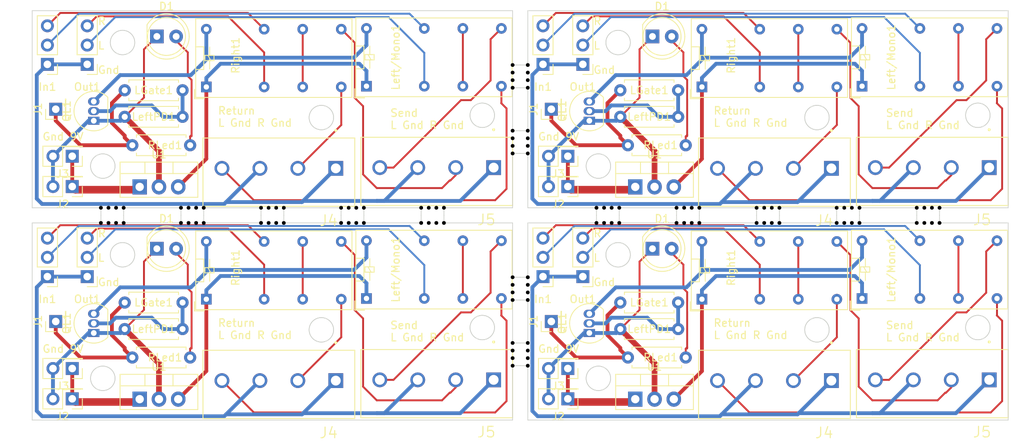
<source format=kicad_pcb>
(kicad_pcb (version 20221018) (generator pcbnew)
  (layers (0 "F.Cu" signal) (31 "B.Cu" signal) (34 "B.Paste" user) (35 "F.Paste" user) (36 "B.SilkS" user "B.Silkscreen") (37 "F.SilkS" user "F.Silkscreen") (38 "B.Mask" user) (39 "F.Mask" user) (44 "Edge.Cuts" user))
  (net 0 "")
  (net 1 "Board_0-/5V")
  (net 2 "Board_0-/9V")
  (net 3 "Board_0-/Control")
  (net 4 "Board_0-/Ctrl_GND")
  (net 5 "Board_0-/L_Return")
  (net 6 "Board_0-/L_Send")
  (net 7 "Board_0-/L_in")
  (net 8 "Board_0-/L_out")
  (net 9 "Board_0-/R_Return")
  (net 10 "Board_0-/R_in")
  (net 11 "Board_0-/R_out")
  (net 12 "Board_0-/R_send")
  (net 13 "Board_0-/Signal_Gnd")
  (net 14 "Board_0-Net-(D1-A)")
  (net 15 "Board_0-Net-(Left/Mono1-Pad11)")
  (net 16 "Board_0-Net-(QL1-D)")
  (net 17 "Board_0-Net-(QL1-G)")
  (net 18 "Board_0-Net-(Right1-Pad11)")
  (net 19 "Board_1-/5V")
  (net 20 "Board_1-/9V")
  (net 21 "Board_1-/Control")
  (net 22 "Board_1-/Ctrl_GND")
  (net 23 "Board_1-/L_Return")
  (net 24 "Board_1-/L_Send")
  (net 25 "Board_1-/L_in")
  (net 26 "Board_1-/L_out")
  (net 27 "Board_1-/R_Return")
  (net 28 "Board_1-/R_in")
  (net 29 "Board_1-/R_out")
  (net 30 "Board_1-/R_send")
  (net 31 "Board_1-/Signal_Gnd")
  (net 32 "Board_1-Net-(D1-A)")
  (net 33 "Board_1-Net-(Left/Mono1-Pad11)")
  (net 34 "Board_1-Net-(QL1-D)")
  (net 35 "Board_1-Net-(QL1-G)")
  (net 36 "Board_1-Net-(Right1-Pad11)")
  (net 37 "Board_2-/5V")
  (net 38 "Board_2-/9V")
  (net 39 "Board_2-/Control")
  (net 40 "Board_2-/Ctrl_GND")
  (net 41 "Board_2-/L_Return")
  (net 42 "Board_2-/L_Send")
  (net 43 "Board_2-/L_in")
  (net 44 "Board_2-/L_out")
  (net 45 "Board_2-/R_Return")
  (net 46 "Board_2-/R_in")
  (net 47 "Board_2-/R_out")
  (net 48 "Board_2-/R_send")
  (net 49 "Board_2-/Signal_Gnd")
  (net 50 "Board_2-Net-(D1-A)")
  (net 51 "Board_2-Net-(Left/Mono1-Pad11)")
  (net 52 "Board_2-Net-(QL1-D)")
  (net 53 "Board_2-Net-(QL1-G)")
  (net 54 "Board_2-Net-(Right1-Pad11)")
  (net 55 "Board_3-/5V")
  (net 56 "Board_3-/9V")
  (net 57 "Board_3-/Control")
  (net 58 "Board_3-/Ctrl_GND")
  (net 59 "Board_3-/L_Return")
  (net 60 "Board_3-/L_Send")
  (net 61 "Board_3-/L_in")
  (net 62 "Board_3-/L_out")
  (net 63 "Board_3-/R_Return")
  (net 64 "Board_3-/R_in")
  (net 65 "Board_3-/R_out")
  (net 66 "Board_3-/R_send")
  (net 67 "Board_3-/Signal_Gnd")
  (net 68 "Board_3-Net-(D1-A)")
  (net 69 "Board_3-Net-(Left/Mono1-Pad11)")
  (net 70 "Board_3-Net-(QL1-D)")
  (net 71 "Board_3-Net-(QL1-G)")
  (net 72 "Board_3-Net-(Right1-Pad11)")
  (footprint "NPTH" (layer "F.Cu") (at 191.2 48)
    (fp_text reference "KiKit_MB_27_2" hide)
    (fp_text value "NPTH" hide)
  )
  (footprint "NPTH" (layer "F.Cu") (at 161.55 48)
    (fp_text reference "KiKit_MB_24_4" hide)
    (fp_text value "NPTH" hide)
  )
  (footprint "NPTH" (layer "F.Cu") (at 161.55 46)
    (fp_text reference "KiKit_MB_10_1" hide)
    (fp_text value "NPTH" hide)
  )
  (footprint "Connector_PinHeader_2.54mm:PinHeader_1x01_P2.54mm_Vertical" (layer "F.Cu") (at 152.6 61 90)
    (fp_text reference "J1")
    (fp_text value "Conn_01x01_Pin")
  )
  (footprint "NPTH" (layer "F.Cu") (at 201.75 46)
    (fp_text reference "KiKit_MB_14_3" hide)
    (fp_text value "NPTH" hide)
  )
  (footprint "NPTH" (layer "F.Cu") (at 136.45 46)
    (fp_text reference "KiKit_MB_7_3" hide)
    (fp_text value "NPTH" hide)
  )
  (footprint "NPTH" (layer "F.Cu") (at 179.65 46)
    (fp_text reference "KiKit_MB_12_4" hide)
    (fp_text value "NPTH" hide)
  )
  (footprint "NPTH" (layer "F.Cu") (at 149.5 65.833333)
    (fp_text reference "KiKit_MB_23_2" hide)
    (fp_text value "NPTH" hide)
  )
  (footprint "NPTH" (layer "F.Cu") (at 181.65 48)
    (fp_text reference "KiKit_MB_26_3" hide)
    (fp_text value "NPTH" hide)
  )
  (footprint "NPTH" (layer "F.Cu") (at 159.55 48)
    (fp_text reference "KiKit_MB_24_2" hide)
    (fp_text value "NPTH" hide)
  )
  (footprint "Resistor_THT:R_Axial_DIN0207_L6.3mm_D2.5mm_P7.62mm_Horizontal" (layer "F.Cu") (at 169.31 62 180)
    (fp_text reference "LeftPD1")
    (fp_text value "R")
  )
  (footprint "Connector_PinHeader_2.54mm:PinHeader_1x01_P2.54mm_Vertical" (layer "F.Cu") (at 87.3 61 90)
    (fp_text reference "J1")
    (fp_text value "Conn_01x01_Pin")
  )
  (footprint "NPTH" (layer "F.Cu") (at 117.35 48)
    (fp_text reference "KiKit_MB_19_4" hide)
    (fp_text value "NPTH" hide)
  )
  (footprint "TB001_500_04BE:CUI_TB001-500-04BE" (layer "F.Cu") (at 189.5 68.8 180)
    (fp_text reference "J4")
    (fp_text value "Screw_Terminal_01x04")
  )
  (footprint "NPTH" (layer "F.Cu") (at 149.5 55.166666)
    (fp_text reference "KiKit_MB_22_4" hide)
    (fp_text value "NPTH" hide)
  )
  (footprint "Resistor_THT:R_Axial_DIN0207_L6.3mm_D2.5mm_P7.62mm_Horizontal" (layer "F.Cu") (at 104.01 34 180)
    (fp_text reference "LeftPD1")
    (fp_text value "R")
  )
  (footprint "Connector_PinHeader_2.54mm:PinHeader_1x03_P2.54mm_Vertical" (layer "F.Cu") (at 151.5 27.08 180)
    (fp_text reference "In1")
    (fp_text value "Conn_01x03_Pin")
  )
  (footprint "NPTH" (layer "F.Cu") (at 147.5 28.166667)
    (fp_text reference "KiKit_MB_1_2" hide)
    (fp_text value "NPTH" hide)
  )
  (footprint "NPTH" (layer "F.Cu") (at 138.45 46)
    (fp_text reference "KiKit_MB_7_1" hide)
    (fp_text value "NPTH" hide)
  )
  (footprint "Connector_PinHeader_2.54mm:PinHeader_2x01_P2.54mm_Vertical" (layer "F.Cu") (at 154.775 39.2 180)
    (fp_text reference "J3")
    (fp_text value "Conn_01x02_Pin")
  )
  (footprint "NPTH" (layer "F.Cu") (at 172.1 46)
    (fp_text reference "KiKit_MB_11_1" hide)
    (fp_text value "NPTH" hide)
  )
  (footprint "NPTH" (layer "F.Cu") (at 95.25 48)
    (fp_text reference "KiKit_MB_17_3" hide)
    (fp_text value "NPTH" hide)
  )
  (footprint "NPTH" (layer "F.Cu") (at 149.5 36.833333)
    (fp_text reference "KiKit_MB_9_3" hide)
    (fp_text value "NPTH" hide)
  )
  (footprint "NPTH" (layer "F.Cu") (at 180.65 46)
    (fp_text reference "KiKit_MB_12_3" hide)
    (fp_text value "NPTH" hide)
  )
  (footprint "Resistor_THT:R_Axial_DIN0207_L6.3mm_D2.5mm_P7.62mm_Horizontal" (layer "F.Cu") (at 96.39 58.5)
    (fp_text reference "LGate1")
    (fp_text value "R")
  )
  (footprint "Connector_PinHeader_2.54mm:PinHeader_1x01_P2.54mm_Vertical" (layer "F.Cu") (at 152.6 33 90)
    (fp_text reference "J1")
    (fp_text value "Conn_01x01_Pin")
  )
  (footprint "NPTH" (layer "F.Cu") (at 125.9 48)
    (fp_text reference "KiKit_MB_20_2" hide)
    (fp_text value "NPTH" hide)
  )
  (footprint "TB001_500_04BE:CUI_TB001-500-04BE" (layer "F.Cu") (at 124.2 68.8 180)
    (fp_text reference "J4")
    (fp_text value "Screw_Terminal_01x04")
  )
  (footprint "NPTH" (layer "F.Cu") (at 126.9 48)
    (fp_text reference "KiKit_MB_20_3" hide)
    (fp_text value "NPTH" hide)
  )
  (footprint "NPTH" (layer "F.Cu") (at 147.5 64.833333)
    (fp_text reference "KiKit_MB_16_2" hide)
    (fp_text value "NPTH" hide)
  )
  (footprint "NPTH" (layer "F.Cu") (at 138.45 48)
    (fp_text reference "KiKit_MB_21_4" hide)
    (fp_text value "NPTH" hide)
  )
  (footprint "NPTH" (layer "F.Cu") (at 193.2 46)
    (fp_text reference "KiKit_MB_13_1" hide)
    (fp_text value "NPTH" hide)
  )
  (footprint "NPTH" (layer "F.Cu") (at 114.35 46)
    (fp_text reference "KiKit_MB_5_4" hide)
    (fp_text value "NPTH" hide)
  )
  (footprint "LED_THT:LED_D5.0mm" (layer "F.Cu") (at 100.625 51.4)
    (fp_text reference "D1")
    (fp_text value "LED")
  )
  (footprint "NPTH" (layer "F.Cu") (at 200.75 48)
    (fp_text reference "KiKit_MB_28_1" hide)
    (fp_text value "NPTH" hide)
  )
  (footprint "NPTH" (layer "F.Cu") (at 147.5 36.833333)
    (fp_text reference "KiKit_MB_2_2" hide)
    (fp_text value "NPTH" hide)
  )
  (footprint "NPTH" (layer "F.Cu") (at 124.9 46)
    (fp_text reference "KiKit_MB_6_4" hide)
    (fp_text value "NPTH" hide)
  )
  (footprint "NPTH" (layer "F.Cu") (at 115.35 46)
    (fp_text reference "KiKit_MB_5_3" hide)
    (fp_text value "NPTH" hide)
  )
  (footprint "NPTH" (layer "F.Cu") (at 117.35 46)
    (fp_text reference "KiKit_MB_5_1" hide)
    (fp_text value "NPTH" hide)
  )
  (footprint "Relay_THT:Relay_DPDT_Omron_G5V-2" (layer "F.Cu") (at 107.1425 30.0625 90)
    (fp_text reference "Right1")
    (fp_text value "G5V-2")
  )
  (footprint "Package_TO_SOT_THT:TO-220-3_Vertical" (layer "F.Cu") (at 163.66 43.245)
    (fp_text reference "U1")
    (fp_text value "L7805")
  )
  (footprint "LED_THT:LED_D5.0mm" (layer "F.Cu") (at 165.925 23.4)
    (fp_text reference "D1")
    (fp_text value "LED")
  )
  (footprint "NPTH" (layer "F.Cu") (at 149.5 64.833333)
    (fp_text reference "KiKit_MB_23_3" hide)
    (fp_text value "NPTH" hide)
  )
  (footprint "NPTH" (layer "F.Cu") (at 170.1 46)
    (fp_text reference "KiKit_MB_11_3" hide)
    (fp_text value "NPTH" hide)
  )
  (footprint "NPTH" (layer "F.Cu") (at 203.75 46)
    (fp_text reference "KiKit_MB_14_1" hide)
    (fp_text value "NPTH" hide)
  )
  (footprint "NPTH" (layer "F.Cu") (at 147.5 63.833333)
    (fp_text reference "KiKit_MB_16_1" hide)
    (fp_text value "NPTH" hide)
  )
  (footprint "Package_TO_SOT_THT:TO-92_Inline" (layer "F.Cu") (at 157.61 62.52 90)
    (fp_text reference "QL1")
    (fp_text value "2N7000")
  )
  (footprint "NPTH" (layer "F.Cu") (at 147.5 37.833333)
    (fp_text reference "KiKit_MB_2_3" hide)
    (fp_text value "NPTH" hide)
  )
  (footprint "NPTH" (layer "F.Cu") (at 171.1 48)
    (fp_text reference "KiKit_MB_25_3" hide)
    (fp_text value "NPTH" hide)
  )
  (footprint "Connector_PinHeader_2.54mm:PinHeader_2x01_P2.54mm_Vertical" (layer "F.Cu") (at 154.775 71.2 180)
    (fp_text reference "J2")
    (fp_text value "Conn_01x02_Pin")
  )
  (footprint "NPTH" (layer "F.Cu") (at 200.75 46)
    (fp_text reference "KiKit_MB_14_4" hide)
    (fp_text value "NPTH" hide)
  )
  (footprint "NPTH" (layer "F.Cu") (at 159.55 46)
    (fp_text reference "KiKit_MB_10_3" hide)
    (fp_text value "NPTH" hide)
  )
  (footprint "NPTH" (layer "F.Cu") (at 190.2 46)
    (fp_text reference "KiKit_MB_13_4" hide)
    (fp_text value "NPTH" hide)
  )
  (footprint "Connector_PinHeader_2.54mm:PinHeader_1x03_P2.54mm_Vertical" (layer "F.Cu") (at 86.2 27.08 180)
    (fp_text reference "In1")
    (fp_text value "Conn_01x03_Pin")
  )
  (footprint "NPTH" (layer "F.Cu") (at 105.8 46)
    (fp_text reference "KiKit_MB_4_2" hide)
    (fp_text value "NPTH" hide)
  )
  (footprint "Connector_PinHeader_2.54mm:PinHeader_2x01_P2.54mm_Vertical" (layer "F.Cu") (at 89.475 39.2 180)
    (fp_text reference "J3")
    (fp_text value "Conn_01x02_Pin")
  )
  (footprint "NPTH" (layer "F.Cu") (at 147.5 38.833333)
    (fp_text reference "KiKit_MB_2_4" hide)
    (fp_text value "NPTH" hide)
  )
  (footprint "Package_TO_SOT_THT:TO-220-3_Vertical" (layer "F.Cu") (at 98.36 43.245)
    (fp_text reference "U1")
    (fp_text value "L7805")
  )
  (footprint "NPTH" (layer "F.Cu") (at 160.55 48)
    (fp_text reference "KiKit_MB_24_3" hide)
    (fp_text value "NPTH" hide)
  )
  (footprint "Connector_PinHeader_2.54mm:PinHeader_2x01_P2.54mm_Vertical" (layer "F.Cu") (at 89.475 43.2 180)
    (fp_text reference "J2")
    (fp_text value "Conn_01x02_Pin")
  )
  (footprint "TB001_500_04BE:CUI_TB001-500-04BE" (layer "F.Cu") (at 210.3 40.7 180)
    (fp_text reference "J5")
    (fp_text value "Screw_Terminal_01x04")
  )
  (footprint "Resistor_THT:R_Axial_DIN0207_L6.3mm_D2.5mm_P7.62mm_Horizontal" (layer "F.Cu") (at 162.69 37.75)
    (fp_text reference "RLed1")
    (fp_text value "100")
  )
  (footprint "Connector_PinHeader_2.54mm:PinHeader_1x03_P2.54mm_Vertical" (layer "F.Cu") (at 91.45 27.08 180)
    (fp_text reference "Out1")
    (fp_text value "Conn_01x03_Pin")
  )
  (footprint "NPTH" (layer "F.Cu") (at 116.35 46)
    (fp_text reference "KiKit_MB_5_2" hide)
    (fp_text value "NPTH" hide)
  )
  (footprint "NPTH" (layer "F.Cu") (at 106.8 46)
    (fp_text reference "KiKit_MB_4_1" hide)
    (fp_text value "NPTH" hide)
  )
  (footprint "NPTH" (layer "F.Cu") (at 149.5 30.166667)
    (fp_text reference "KiKit_MB_8_1" hide)
    (fp_text value "NPTH" hide)
  )
  (footprint "NPTH" (layer "F.Cu") (at 94.25 48)
    (fp_text reference "KiKit_MB_17_2" hide)
    (fp_text value "NPTH" hide)
  )
  (footprint "NPTH" (layer "F.Cu") (at 160.55 46)
    (fp_text reference "KiKit_MB_10_2" hide)
    (fp_text value "NPTH" hide)
  )
  (footprint "NPTH" (layer "F.Cu") (at 149.5 38.833333)
    (fp_text reference "KiKit_MB_9_1" hide)
    (fp_text value "NPTH" hide)
  )
  (footprint "NPTH" (layer "F.Cu") (at 182.65 48)
    (fp_text reference "KiKit_MB_26_4" hide)
    (fp_text value "NPTH" hide)
  )
  (footprint "NPTH" (layer "F.Cu") (at 147.5 35.833333)
    (fp_text reference "KiKit_MB_2_1" hide)
    (fp_text value "NPTH" hide)
  )
  (footprint "NPTH" (layer "F.Cu") (at 192.2 46)
    (fp_text reference "KiKit_MB_13_2" hide)
    (fp_text value "NPTH" hide)
  )
  (footprint "NPTH" (layer "F.Cu") (at 169.1 46)
    (fp_text reference "KiKit_MB_11_4" hide)
    (fp_text value "NPTH" hide)
  )
  (footprint "NPTH" (layer "F.Cu") (at 149.5 66.833333)
    (fp_text reference "KiKit_MB_23_1" hide)
    (fp_text value "NPTH" hide)
  )
  (footprint "NPTH" (layer "F.Cu") (at 149.5 57.166666)
    (fp_text reference "KiKit_MB_22_2" hide)
    (fp_text value "NPTH" hide)
  )
  (footprint "NPTH" (layer "F.Cu") (at 147.5 66.833333)
    (fp_text reference "KiKit_MB_16_4" hide)
    (fp_text value "NPTH" hide)
  )
  (footprint "NPTH" (layer "F.Cu") (at 147.5 57.166666)
    (fp_text reference "KiKit_MB_15_3" hide)
    (fp_text value "NPTH" hide)
  )
  (footprint "NPTH" (layer "F.Cu") (at 149.5 37.833333)
    (fp_text reference "KiKit_MB_9_2" hide)
    (fp_text value "NPTH" hide)
  )
  (footprint "Resistor_THT:R_Axial_DIN0207_L6.3mm_D2.5mm_P7.62mm_Horizontal" (layer "F.Cu") (at 169.31 34 180)
    (fp_text reference "LeftPD1")
    (fp_text value "R")
  )
  (footprint "NPTH" (layer "F.Cu") (at 135.45 48)
    (fp_text reference "KiKit_MB_21_1" hide)
    (fp_text value "NPTH" hide)
  )
  (footprint "NPTH" (layer "F.Cu") (at 158.55 48)
    (fp_text reference "KiKit_MB_24_1" hide)
    (fp_text value "NPTH" hide)
  )
  (footprint "Resistor_THT:R_Axial_DIN0207_L6.3mm_D2.5mm_P7.62mm_Horizontal" (layer "F.Cu") (at 97.39 65.75)
    (fp_text reference "RLed1")
    (fp_text value "100")
  )
  (footprint "Connector_PinHeader_2.54mm:PinHeader_1x01_P2.54mm_Vertical" (layer "F.Cu") (at 87.3 33 90)
    (fp_text reference "J1")
    (fp_text value "Conn_01x01_Pin")
  )
  (footprint "NPTH" (layer "F.Cu") (at 94.25 46)
    (fp_text reference "KiKit_MB_3_3" hide)
    (fp_text value "NPTH" hide)
  )
  (footprint "Relay_THT:Relay_DPDT_Omron_G5V-2" (layer "F.Cu") (at 128.2425 57.9625 90)
    (fp_text reference "Left/Mono1")
    (fp_text value "G5V-2")
  )
  (footprint "Resistor_THT:R_Axial_DIN0207_L6.3mm_D2.5mm_P7.62mm_Horizontal" (layer "F.Cu") (at 161.69 30.5)
    (fp_text reference "LGate1")
    (fp_text value "R")
  )
  (footprint "NPTH" (layer "F.Cu") (at 137.45 48)
    (fp_text reference "KiKit_MB_21_3" hide)
    (fp_text value "NPTH" hide)
  )
  (footprint "NPTH" (layer "F.Cu") (at 202.75 46)
    (fp_text reference "KiKit_MB_14_2" hide)
    (fp_text value "NPTH" hide)
  )
  (footprint "Connector_PinHeader_2.54mm:PinHeader_1x03_P2.54mm_Vertical" (layer "F.Cu") (at 156.75 27.08 180)
    (fp_text reference "Out1")
    (fp_text value "Conn_01x03_Pin")
  )
  (footprint "NPTH" (layer "F.Cu") (at 93.25 48)
    (fp_text reference "KiKit_MB_17_1" hide)
    (fp_text value "NPTH" hide)
  )
  (footprint "NPTH" (layer "F.Cu") (at 104.8 46)
    (fp_text reference "KiKit_MB_4_3" hide)
    (fp_text value "NPTH" hide)
  )
  (footprint "NPTH" (layer "F.Cu") (at 116.35 48)
    (fp_text reference "KiKit_MB_19_3" hide)
    (fp_text value "NPTH" hide)
  )
  (footprint "NPTH" (layer "F.Cu") (at 136.45 48)
    (fp_text reference "KiKit_MB_21_2" hide)
    (fp_text value "NPTH" hide)
  )
  (footprint "NPTH" (layer "F.Cu") (at 147.5 65.833333)
    (fp_text reference "KiKit_MB_16_3" hide)
    (fp_text value "NPTH" hide)
  )
  (footprint "Relay_THT:Relay_DPDT_Omron_G5V-2" (layer "F.Cu") (at 172.4425 30.0625 90)
    (fp_text reference "Right1")
    (fp_text value "G5V-2")
  )
  (footprint "Relay_THT:Relay_DPDT_Omron_G5V-2" (layer "F.Cu") (at 193.5425 29.9625 90)
    (fp_text reference "Left/Mono1")
    (fp_text value "G5V-2")
  )
  (footprint "LED_THT:LED_D5.0mm" (layer "F.Cu") (at 100.625 23.4)
    (fp_text reference "D1")
    (fp_text value "LED")
  )
  (footprint "NPTH" (layer "F.Cu") (at 125.9 46)
    (fp_text reference "KiKit_MB_6_3" hide)
    (fp_text value "NPTH" hide)
  )
  (footprint "Relay_THT:Relay_DPDT_Omron_G5V-2" (layer "F.Cu") (at 172.4425 58.0625 90)
    (fp_text reference "Right1")
    (fp_text value "G5V-2")
  )
  (footprint "TB001_500_04BE:CUI_TB001-500-04BE" (layer "F.Cu") (at 145 68.7 180)
    (fp_text reference "J5")
    (fp_text value "Screw_Terminal_01x04")
  )
  (footprint "Connector_PinHeader_2.54mm:PinHeader_2x01_P2.54mm_Vertical" (layer "F.Cu") (at 154.775 43.2 180)
    (fp_text reference "J2")
    (fp_text value "Conn_01x02_Pin")
  )
  (footprint "NPTH" (layer "F.Cu") (at 149.5 29.166667)
    (fp_text reference "KiKit_MB_8_2" hide)
    (fp_text value "NPTH" hide)
  )
  (footprint "NPTH" (layer "F.Cu") (at 171.1 46)
    (fp_text reference "KiKit_MB_11_2" hide)
    (fp_text value "NPTH" hide)
  )
  (footprint "TB001_500_04BE:CUI_TB001-500-04BE" (layer "F.Cu") (at 210.3 68.7 180)
    (fp_text reference "J5")
    (fp_text value "Screw_Terminal_01x04")
  )
  (footprint "NPTH" (layer "F.Cu") (at 147.5 58.166666)
    (fp_text reference "KiKit_MB_15_4" hide)
    (fp_text value "NPTH" hide)
  )
  (footprint "NPTH" (layer "F.Cu") (at 179.65 48)
    (fp_text reference "KiKit_MB_26_1" hide)
    (fp_text value "NPTH" hide)
  )
  (footprint "NPTH" (layer "F.Cu") (at 203.75 48)
    (fp_text reference "KiKit_MB_28_4" hide)
    (fp_text value "NPTH" hide)
  )
  (footprint "NPTH" (layer "F.Cu") (at 149.5 27.166667)
    (fp_text reference "KiKit_MB_8_4" hide)
    (fp_text value "NPTH" hide)
  )
  (footprint "NPTH" (layer "F.Cu") (at 191.2 46)
    (fp_text reference "KiKit_MB_13_3" hide)
    (fp_text value "NPTH" hide)
  )
  (footprint "NPTH" (layer "F.Cu") (at 115.35 48)
    (fp_text reference "KiKit_MB_19_2" hide)
    (fp_text value "NPTH" hide)
  )
  (footprint "Package_TO_SOT_THT:TO-92_Inline" (layer "F.Cu") (at 157.61 34.52 90)
    (fp_text reference "QL1")
    (fp_text value "2N7000")
  )
  (footprint "NPTH" (layer "F.Cu") (at 192.2 48)
    (fp_text reference "KiKit_MB_27_3" hide)
    (fp_text value "NPTH" hide)
  )
  (footprint "TB001_500_04BE:CUI_TB001-500-04BE" (layer "F.Cu") (at 145 40.7 180)
    (fp_text reference "J5")
    (fp_text value "Screw_Terminal_01x04")
  )
  (footprint "NPTH" (layer "F.Cu") (at 149.5 35.833333)
    (fp_text reference "KiKit_MB_9_4" hide)
    (fp_text value "NPTH" hide)
  )
  (footprint "NPTH" (layer "F.Cu") (at 149.5 58.166666)
    (fp_text reference "KiKit_MB_22_1" hide)
    (fp_text value "NPTH" hide)
  )
  (footprint "TB001_500_04BE:CUI_TB001-500-04BE" (layer "F.Cu") (at 124.2 40.8 180)
    (fp_text reference "J4")
    (fp_text value "Screw_Terminal_01x04")
  )
  (footprint "NPTH" (layer "F.Cu") (at 147.5 55.166666)
    (fp_text reference "KiKit_MB_15_1" hide)
    (fp_text value "NPTH" hide)
  )
  (footprint "Resistor_THT:R_Axial_DIN0207_L6.3mm_D2.5mm_P7.62mm_Horizontal" (layer "F.Cu") (at 162.69 65.75)
    (fp_text reference "RLed1")
    (fp_text value "100")
  )
  (footprint "NPTH" (layer "F.Cu") (at 202.75 48)
    (fp_text reference "KiKit_MB_28_3" hide)
    (fp_text value "NPTH" hide)
  )
  (footprint "Connector_PinHeader_2.54mm:PinHeader_2x01_P2.54mm_Vertical" (layer "F.Cu") (at 154.775 67.2 180)
    (fp_text reference "J3")
    (fp_text value "Conn_01x02_Pin")
  )
  (footprint "Connector_PinHeader_2.54mm:PinHeader_2x01_P2.54mm_Vertical" (layer "F.Cu") (at 89.475 67.2 180)
    (fp_text reference "J3")
    (fp_text value "Conn_01x02_Pin")
  )
  (footprint "NPTH" (layer "F.Cu") (at 103.8 48)
    (fp_text reference "KiKit_MB_18_1" hide)
    (fp_text value "NPTH" hide)
  )
  (footprint "Connector_PinHeader_2.54mm:PinHeader_1x03_P2.54mm_Vertical" (layer "F.Cu") (at 156.75 55.08 180)
    (fp_text reference "Out1")
    (fp_text value "Conn_01x03_Pin")
  )
  (footprint "NPTH" (layer "F.Cu") (at 147.5 29.166667)
    (fp_text reference "KiKit_MB_1_3" hide)
    (fp_text value "NPTH" hide)
  )
  (footprint "NPTH" (layer "F.Cu") (at 106.8 48)
    (fp_text reference "KiKit_MB_18_4" hide)
    (fp_text value "NPTH" hide)
  )
  (footprint "NPTH" (layer "F.Cu") (at 93.25 46)
    (fp_text reference "KiKit_MB_3_4" hide)
    (fp_text value "NPTH" hide)
  )
  (footprint "TB001_500_04BE:CUI_TB001-500-04BE" (layer "F.Cu") (at 189.5 40.8 180)
    (fp_text reference "J4")
    (fp_text value "Screw_Terminal_01x04")
  )
  (footprint "NPTH" (layer "F.Cu") (at 172.1 48)
    (fp_text reference "KiKit_MB_25_4" hide)
    (fp_text value "NPTH" hide)
  )
  (footprint "NPTH" (layer "F.Cu") (at 96.25 48)
    (fp_text reference "KiKit_MB_17_4" hide)
    (fp_text value "NPTH" hide)
  )
  (footprint "NPTH" (layer "F.Cu") (at 147.5 56.166666)
    (fp_text reference "KiKit_MB_15_2" hide)
    (fp_text value "NPTH" hide)
  )
  (footprint "NPTH" (layer "F.Cu") (at 124.9 48)
    (fp_text reference "KiKit_MB_20_1" hide)
    (fp_text value "NPTH" hide)
  )
  (footprint "NPTH" (layer "F.Cu") (at 201.75 48)
    (fp_text reference "KiKit_MB_28_2" hide)
    (fp_text value "NPTH" hide)
  )
  (footprint "Connector_PinHeader_2.54mm:PinHeader_2x01_P2.54mm_Vertical" (layer "F.Cu") (at 89.475 71.2 180)
    (fp_text reference "J2")
    (fp_text value "Conn_01x02_Pin")
  )
  (footprint "NPTH" (layer "F.Cu") (at 169.1 48)
    (fp_text reference "KiKit_MB_25_1" hide)
    (fp_text value "NPTH" hide)
  )
  (footprint "NPTH" (layer "F.Cu") (at 158.55 46)
    (fp_text reference "KiKit_MB_10_4" hide)
    (fp_text value "NPTH" hide)
  )
  (footprint "Resistor_THT:R_Axial_DIN0207_L6.3mm_D2.5mm_P7.62mm_Horizontal" (layer "F.Cu") (at 97.39 37.75)
    (fp_text reference "RLed1")
    (fp_text value "100")
  )
  (footprint "NPTH" (layer "F.Cu") (at 149.5 28.166667)
    (fp_text reference "KiKit_MB_8_3" hide)
    (fp_text value "NPTH" hide)
  )
  (footprint "Relay_THT:Relay_DPDT_Omron_G5V-2" (layer "F.Cu") (at 128.2425 29.9625 90)
    (fp_text reference "Left/Mono1")
    (fp_text value "G5V-2")
  )
  (footprint "NPTH" (layer "F.Cu") (at 147.5 27.166667)
    (fp_text reference "KiKit_MB_1_1" hide)
    (fp_text value "NPTH" hide)
  )
  (footprint "NPTH" (layer "F.Cu") (at 114.35 48)
    (fp_text reference "KiKit_MB_19_1" hide)
    (fp_text value "NPTH" hide)
  )
  (footprint "NPTH" (layer "F.Cu") (at 170.1 48)
    (fp_text reference "KiKit_MB_25_2" hide)
    (fp_text value "NPTH" hide)
  )
  (footprint "Relay_THT:Relay_DPDT_Omron_G5V-2" (layer "F.Cu") (at 107.1425 58.0625 90)
    (fp_text reference "Right1")
    (fp_text value "G5V-2")
  )
  (footprint "NPTH" (layer "F.Cu") (at 135.45 46)
    (fp_text reference "KiKit_MB_7_4" hide)
    (fp_text value "NPTH" hide)
  )
  (footprint "NPTH" (layer "F.Cu") (at 182.65 46)
    (fp_text reference "KiKit_MB_12_1" hide)
    (fp_text value "NPTH" hide)
  )
  (footprint "NPTH" (layer "F.Cu") (at 105.8 48)
    (fp_text reference "KiKit_MB_18_3" hide)
    (fp_text value "NPTH" hide)
  )
  (footprint "Package_TO_SOT_THT:TO-92_Inline" (layer "F.Cu") (at 92.31 62.52 90)
    (fp_text reference "QL1")
    (fp_text value "2N7000")
  )
  (footprint "NPTH" (layer "F.Cu") (at 104.8 48)
    (fp_text reference "KiKit_MB_18_2" hide)
    (fp_text value "NPTH" hide)
  )
  (footprint "NPTH" (layer "F.Cu") (at 103.8 46)
    (fp_text reference "KiKit_MB_4_4" hide)
    (fp_text value "NPTH" hide)
  )
  (footprint "NPTH" (layer "F.Cu") (at 190.2 48)
    (fp_text reference "KiKit_MB_27_1" hide)
    (fp_text value "NPTH" hide)
  )
  (footprint "Connector_PinHeader_2.54mm:PinHeader_1x03_P2.54mm_Vertical" (layer "F.Cu") (at 151.5 55.08 180)
    (fp_text reference "In1")
    (fp_text value "Conn_01x03_Pin")
  )
  (footprint "NPTH" (layer "F.Cu") (at 193.2 48)
    (fp_text reference "KiKit_MB_27_4" hide)
    (fp_text value "NPTH" hide)
  )
  (footprint "NPTH" (layer "F.Cu") (at 127.9 48)
    (fp_text reference "KiKit_MB_20_4" hide)
    (fp_text value "NPTH" hide)
  )
  (footprint "Package_TO_SOT_THT:TO-220-3_Vertical" (layer "F.Cu") (at 98.36 71.245)
    (fp_text reference "U1")
    (fp_text value "L7805")
  )
  (footprint "Resistor_THT:R_Axial_DIN0207_L6.3mm_D2.5mm_P7.62mm_Horizontal" (layer "F.Cu") (at 161.69 58.5)
    (fp_text reference "LGate1")
    (fp_text value "R")
  )
  (footprint "Connector_PinHeader_2.54mm:PinHeader_1x03_P2.54mm_Vertical" (layer "F.Cu") (at 86.2 55.08 180)
    (fp_text reference "In1")
    (fp_text value "Conn_01x03_Pin")
  )
  (footprint "Resistor_THT:R_Axial_DIN0207_L6.3mm_D2.5mm_P7.62mm_Horizontal" (layer "F.Cu") (at 104.01 62 180)
    (fp_text reference "LeftPD1")
    (fp_text value "R")
  )
  (footprint "NPTH" (layer "F.Cu") (at 147.5 30.166667)
    (fp_text reference "KiKit_MB_1_4" hide)
    (fp_text value "NPTH" hide)
  )
  (footprint "NPTH" (layer "F.Cu") (at 180.65 48)
    (fp_text reference "KiKit_MB_26_2" hide)
    (fp_text value "NPTH" hide)
  )
  (footprint "NPTH" (layer "F.Cu") (at 181.65 46)
    (fp_text reference "KiKit_MB_12_2" hide)
    (fp_text value "NPTH" hide)
  )
  (footprint "NPTH" (layer "F.Cu") (at 126.9 46)
    (fp_text reference "KiKit_MB_6_2" hide)
    (fp_text value "NPTH" hide)
  )
  (footprint "NPTH" (layer "F.Cu") (at 137.45 46)
    (fp_text reference "KiKit_MB_7_2" hide)
    (fp_text value "NPTH" hide)
  )
  (footprint "Relay_THT:Relay_DPDT_Omron_G5V-2" (layer "F.Cu") (at 193.5425 57.9625 90)
    (fp_text reference "Left/Mono1")
    (fp_text value "G5V-2")
  )
  (footprint "NPTH" (layer "F.Cu") (at 149.5 56.166666)
    (fp_text reference "KiKit_MB_22_3" hide)
    (fp_text value "NPTH" hide)
  )
  (footprint "LED_THT:LED_D5.0mm" (layer "F.Cu") (at 165.925 51.4)
    (fp_text reference "D1")
    (fp_text value "LED")
  )
  (footprint "NPTH" (layer "F.Cu") (at 127.9 46)
    (fp_text reference "KiKit_MB_6_1" hide)
    (fp_text value "NPTH" hide)
  )
  (footprint "Package_TO_SOT_THT:TO-220-3_Vertical" (layer "F.Cu") (at 163.66 71.245)
    (fp_text reference "U1")
    (fp_text value "L7805")
  )
  (footprint "Resistor_THT:R_Axial_DIN0207_L6.3mm_D2.5mm_P7.62mm_Horizontal" (layer "F.Cu") (at 96.39 30.5)
    (fp_text reference "LGate1")
    (fp_text value "R")
  )
  (footprint "NPTH" (layer "F.Cu") (at 149.5 63.833333)
    (fp_text reference "KiKit_MB_23_4" hide)
    (fp_text value "NPTH" hide)
  )
  (footprint "Package_TO_SOT_THT:TO-92_Inline" (layer "F.Cu") (at 92.31 34.52 90)
    (fp_text reference "QL1")
    (fp_text value "2N7000")
  )
  (footprint "Connector_PinHeader_2.54mm:PinHeader_1x03_P2.54mm_Vertical" (layer "F.Cu") (at 91.45 55.08 180)
    (fp_text reference "Out1")
    (fp_text value "Conn_01x03_Pin")
  )
  (footprint "NPTH" (layer "F.Cu") (at 95.25 46)
    (fp_text reference "KiKit_MB_3_2" hide)
    (fp_text value "NPTH" hide)
  )
  (footprint "NPTH" (layer "F.Cu") (at 96.25 46)
    (fp_text reference "KiKit_MB_3_1" hide)
    (fp_text value "NPTH" hide)
  )
  (gr_line (start 121.255072 60.871941) (end 121.317083 60.821768) (stroke (width 0.1)) (layer "Edge.Cuts"))
  (gr_line (start 208.620878 32.197527) (end 208.700345 32.19063) (stroke (width 0.1)) (layer "Edge.Cuts"))
  (gr_line (start 144.740888 60.770341) (end 144.79029 60.832967) (stroke (width 0.1)) (layer "Edge.Cuts"))
  (gr_line (start 120.691986 33.980448) (end 120.699865 33.901072) (stroke (width 0.1)) (layer "Edge.Cuts"))
  (gr_line (start 123.679509 34.934838) (end 123.636535 35.002039) (stroke (width 0.1)) (layer "Edge.Cuts"))
  (gr_line (start 97.174982 53.401837) (end 97.114232 53.453528) (stroke (width 0.1)) (layer "Edge.Cuts"))
  (gr_line (start 144.633102 32.652794) (end 144.688449 32.710234) (stroke (width 0.1)) (layer "Edge.Cuts"))
  (gr_line (start 160.394724 68.738445) (end 160.38098 68.817018) (stroke (width 0.1)) (layer "Edge.Cuts"))
  (gr_line (start 207.695619 60.625119) (end 207.755072 60.571941) (stroke (width 0.1)) (layer "Edge.Cuts"))
  (gr_line (start 94.488041 52.160116) (end 94.491986 52.080448) (stroke (width 0.1)) (layer "Edge.Cuts"))
  (gr_line (start 92.787576 67.053468) (end 92.859984 67.020006) (stroke (width 0.1)) (layer "Edge.Cuts"))
  (gr_line (start 95.920878 53.802472) (end 95.841849 53.791653) (stroke (width 0.1)) (layer "Edge.Cuts"))
  (gr_line (start 94.955232 39.805521) (end 94.987796 39.878337) (stroke (width 0.1)) (layer "Edge.Cuts"))
  (gr_line (start 160.09029 39.532967) (end 160.136535 39.59796) (stroke (width 0.1)) (layer "Edge.Cuts"))
  (gr_line (start 96.703213 53.695371) (end 96.628523 53.723372) (stroke (width 0.1)) (layer "Edge.Cuts"))
  (gr_line (start 157.638868 69.618827) (end 157.584958 69.560036) (stroke (width 0.1)) (layer "Edge.Cuts"))
  (gr_line (start 157.638868 41.618827) (end 157.584958 41.560036) (stroke (width 0.1)) (layer "Edge.Cuts"))
  (gr_line (start 210.394724 34.038445) (end 210.38098 34.117018) (stroke (width 0.1)) (layer "Edge.Cuts"))
  (gr_line (start 95.316911 50.79047) (end 95.387576 50.753468) (stroke (width 0.1)) (layer "Edge.Cuts"))
  (gr_line (start 94.628035 52.858271) (end 94.597282 52.784672) (stroke (width 0.1)) (layer "Edge.Cuts"))
  (gr_line (start 122.200345 32.49063) (end 122.280056 32.487671) (stroke (width 0.1)) (layer "Edge.Cuts"))
  (gr_line (start 207.191986 33.919551) (end 207.188041 33.839883) (stroke (width 0.1)) (layer "Edge.Cuts"))
  (gr_line (start 161.459816 53.811342) (end 161.380056 53.812328) (stroke (width 0.1)) (layer "Edge.Cuts"))
  (gr_line (start 123.433102 60.952794) (end 123.488449 61.010234) (stroke (width 0.1)) (layer "Edge.Cuts"))
  (gr_line (start 94.511661 23.922183) (end 94.527344 23.843973) (stroke (width 0.1)) (layer "Edge.Cuts"))
  (gr_line (start 158.700345 42.109369) (end 158.620878 42.102472) (stroke (width 0.1)) (layer "Edge.Cuts"))
  (gr_line (start 159.791986 52.080448) (end 159.799865 52.001072) (stroke (width 0.1)) (layer "Edge.Cuts"))
  (gr_line (start 172.1 48) (end 172.1 47.0015) (stroke (width 0.1)) (layer "Edge.Cuts"))
  (gr_line (start 161.85254 22.652353) (end 161.928523 22.676627) (stroke (width 0.1)) (layer "Edge.Cuts"))
  (gr_line (start 96.475449 53.768132) (end 96.39744 53.78478) (stroke (width 0.1)) (layer "Edge.Cuts"))
  (gr_line (start 97.663368 23.805184) (end 97.68098 23.882981) (stroke (width 0.1)) (layer "Edge.Cuts"))
  (gr_line (start 127.9 48) (end 127.9 47.0015) (stroke (width 0.1)) (layer "Edge.Cuts"))
  (gr_line (start 160.136535 69.402039) (end 160.09029 69.467032) (stroke (width 0.1)) (layer "Edge.Cuts"))
  (gr_line (start 186.495619 60.925119) (end 186.555072 60.871941) (stroke (width 0.1)) (layer "Edge.Cuts"))
  (gr_line (start 142.787576 32.353468) (end 142.859984 32.320006) (stroke (width 0.1)) (layer "Edge.Cuts"))
  (gr_line (start 141.891986 33.919551) (end 141.888041 33.839883) (stroke (width 0.1)) (layer "Edge.Cuts"))
  (gr_line (start 207.199865 61.601072) (end 207.211661 61.522183) (stroke (width 0.1)) (layer "Edge.Cuts"))
  (gr_line (start 161.380056 25.812328) (end 161.300345 25.809369) (stroke (width 0.1)) (layer "Edge.Cuts"))
  (gr_line (start 144.919107 61.034404) (end 144.955232 61.105521) (stroke (width 0.1)) (layer "Edge.Cuts"))
  (gr_line (start 161.380056 50.587671) (end 161.459816 50.588657) (stroke (width 0.1)) (layer "Edge.Cuts"))
  (gr_line (start 208.233958 60.290166) (end 208.309317 60.26402) (stroke (width 0.1)) (layer "Edge.Cuts"))
  (gr_line (start 120.746875 34.533364) (end 120.727344 34.456026) (stroke (width 0.1)) (layer "Edge.Cuts"))
  (gr_line (start 97.616719 51.652675) (end 97.64193 51.728352) (stroke (width 0.1)) (layer "Edge.Cuts"))
  (gr_line (start 121.381499 32.774723) (end 121.448163 32.730921) (stroke (width 0.1)) (layer "Edge.Cuts"))
  (gr_line (start 157.441562 69.368704) (end 157.400263 69.300461) (stroke (width 0.1)) (layer "Edge.Cuts"))
  (gr_line (start 95.533958 50.690166) (end 95.609317 50.66402) (stroke (width 0.1)) (layer "Edge.Cuts"))
  (gr_line (start 123.488449 63.189765) (end 123.433102 63.247205) (stroke (width 0.1)) (layer "Edge.Cuts"))
  (gr_line (start 144.879509 62.634838) (end 144.836535 62.702039) (stroke (width 0.1)) (layer "Edge.Cuts"))
  (gr_line (start 207.36239 33.069739) (end 207.400263 32.999538) (stroke (width 0.1)) (layer "Edge.Cuts"))
  (gr_line (start 120.727344 61.743973) (end 120.746875 61.666635) (stroke (width 0.1)) (layer "Edge.Cuts"))
  (gr_line (start 207.486184 62.734821) (end 207.441562 62.668704) (stroke (width 0.1)) (layer "Edge.Cuts"))
  (gr_line (start 106.8 48) (end 106.8 47.0015) (stroke (width 0.1)) (layer "Edge.Cuts"))
  (gr_line (start 94.786184 23.265178) (end 94.834022 23.201349) (stroke (width 0.1)) (layer "Edge.Cuts"))
  (gr_line (start 207.948163 35.169078) (end 207.881499 35.125276) (stroke (width 0.1)) (layer "Edge.Cuts"))
  (gr_line (start 160.687576 53.646531) (end 160.616911 53.609529) (stroke (width 0.1)) (layer "Edge.Cuts"))
  (gr_line (start 95.104564 40.340711) (end 95.110479 40.420258) (stroke (width 0.1)) (layer "Edge.Cuts"))
  (gr_line (start 193.2 47.0015) (end 193.2 46.9995) (stroke (width 0.1)) (layer "Edge.Cuts"))
  (gr_line (start 159.617712 67.11027) (end 159.685439 67.15241) (stroke (width 0.1)) (layer "Edge.Cuts"))
  (gr_line (start 207.246875 62.233364) (end 207.227344 62.156026) (stroke (width 0.1)) (layer "Edge.Cuts"))
  (gr_line (start 142.455072 60.571941) (end 142.517083 60.521768) (stroke (width 0.1)) (layer "Edge.Cuts"))
  (gr_line (start 121.516911 35.509529) (end 121.448163 35.469078) (stroke (width 0.1)) (layer "Edge.Cuts"))
  (gr_line (start 123.816719 33.552675) (end 123.84193 33.628352) (stroke (width 0.1)) (layer "Edge.Cuts"))
  (gr_line (start 162.98098 24.517018) (end 162.963368 24.594815) (stroke (width 0.1)) (layer "Edge.Cuts"))
  (gr_line (start 143.400345 35.409369) (end 143.320878 35.402472) (stroke (width 0.1)) (layer "Edge.Cuts"))
  (gr_line (start 160.833958 22.690166) (end 160.909317 22.66402) (stroke (width 0.1)) (layer "Edge.Cuts"))
  (gr_line (start 207.188041 33.839883) (end 207.188041 33.760116) (stroke (width 0.1)) (layer "Edge.Cuts"))
  (gr_line (start 95.04193 68.971647) (end 95.016719 69.047324) (stroke (width 0.1)) (layer "Edge.Cuts"))
  (gr_line (start 103.8 46.9995) (end 103.8 47.0015) (stroke (width 0.1)) (layer "Edge.Cuts"))
  (gr_line (start 121.809317 35.635979) (end 121.733958 35.609833) (stroke (width 0.1)) (layer "Edge.Cuts"))
  (gr_line (start 208.385878 32.241633) (end 208.463451 32.22306) (stroke (width 0.1)) (layer "Edge.Cuts"))
  (gr_line (start 97.710479 24.120258) (end 97.712452 24.2) (stroke (width 0.1)) (layer "Edge.Cuts"))
  (gr_line (start 186.097282 34.684672) (end 186.070206 34.609641) (stroke (width 0.1)) (layer "Edge.Cuts"))
  (gr_line (start 160.040888 41.529658) (end 159.988449 41.589765) (stroke (width 0.1)) (layer "Edge.Cuts"))
  (gr_line (start 161.55 47.0015) (end 161.55 46.9995) (stroke (width 0.1)) (layer "Edge.Cuts"))
  (gr_line (start 209.617712 63.189729) (end 209.547985 63.228467) (stroke (width 0.1)) (layer "Edge.Cuts"))
  (gr_line (start 93.718703 70.097551) (end 93.63943 70.106412) (stroke (width 0.1)) (layer "Edge.Cuts"))
  (gr_line (start 92.859984 67.020006) (end 92.933958 66.990166) (stroke (width 0.1)) (layer "Edge.Cuts"))
  (gr_line (start 142.933958 32.290166) (end 143.009317 32.26402) (stroke (width 0.1)) (layer "Edge.Cuts"))
  (gr_line (start 94.836535 41.402039) (end 94.79029 41.467032) (stroke (width 0.1)) (layer "Edge.Cuts"))
  (gr_line (start 142.581499 32.474723) (end 142.648163 32.430921) (stroke (width 0.1)) (layer "Edge.Cuts"))
  (gr_line (start 157.227344 68.143973) (end 157.246875 68.066635) (stroke (width 0.1)) (layer "Edge.Cuts"))
  (gr_line (start 207.755072 60.571941) (end 207.817083 60.521768) (stroke (width 0.1)) (layer "Edge.Cuts"))
  (gr_line (start 189.194724 34.338445) (end 189.18098 34.417018) (stroke (width 0.1)) (layer "Edge.Cuts"))
  (gr_line (start 141.927344 62.156026) (end 141.911661 62.077816) (stroke (width 0.1)) (layer "Edge.Cuts"))
  (gr_line (start 143.79744 32.215219) (end 143.875449 32.231867) (stroke (width 0.1)) (layer "Edge.Cuts"))
  (gr_line (start 162.916719 52.747324) (end 162.887796 52.821662) (stroke (width 0.1)) (layer "Edge.Cuts"))
  (gr_line (start 157.36239 41.23026) (end 157.328035 41.158271) (stroke (width 0.1)) (layer "Edge.Cuts"))
  (gr_line (start 182.65 48) (end 182.65 47.0015) (stroke (width 0.1)) (layer "Edge.Cuts"))
  (gr_line (start 96.475449 22.631867) (end 96.55254 22.652353) (stroke (width 0.1)) (layer "Edge.Cuts"))
  (gr_line (start 94.499865 52.001072) (end 94.511661 51.922183) (stroke (width 0.1)) (layer "Edge.Cuts"))
  (gr_line (start 210.38098 61.482981) (end 210.394724 61.561554) (stroke (width 0.1)) (layer "Edge.Cuts"))
  (gr_line (start 210.040888 60.770341) (end 210.09029 60.832967) (stroke (width 0.1)) (layer "Edge.Cuts"))
  (gr_line (start 141.888041 33.760116) (end 141.891986 33.680448) (stroke (width 0.1)) (layer "Edge.Cuts"))
  (gr_line (start 160.086184 51.265178) (end 160.134022 51.201349) (stroke (width 0.1)) (layer "Edge.Cuts"))
  (gr_line (start 92.455072 67.271941) (end 92.517083 67.221768) (stroke (width 0.1)) (layer "Edge.Cuts"))
  (gr_line (start 121.317083 60.821768) (end 121.381499 60.774723) (stroke (width 0.1)) (layer "Edge.Cuts"))
  (gr_line (start 157.246875 68.933364) (end 157.227344 68.856026) (stroke (width 0.1)) (layer "Edge.Cuts"))
  (gr_line (start 121.659984 63.579993) (end 121.587576 63.546531) (stroke (width 0.1)) (layer "Edge.Cuts"))
  (gr_line (start 210.287796 33.178337) (end 210.316719 33.252675) (stroke (width 0.1)) (layer "Edge.Cuts"))
  (gr_line (start 144.955232 34.494478) (end 144.919107 34.565595) (stroke (width 0.1)) (layer "Edge.Cuts"))
  (gr_line (start 159.09744 42.08478) (end 159.018703 42.097551) (stroke (width 0.1)) (layer "Edge.Cuts"))
  (gr_line (start 97.519107 23.434404) (end 97.555232 23.505521) (stroke (width 0.1)) (layer "Edge.Cuts"))
  (gr_line (start 92.234022 67.501349) (end 92.284958 67.439963) (stroke (width 0.1)) (layer "Edge.Cuts"))
  (gr_line (start 96.985439 25.547589) (end 96.917712 25.589729) (stroke (width 0.1)) (layer "Edge.Cuts"))
  (gr_line (start 91.911661 68.222183) (end 91.927344 68.143973) (stroke (width 0.1)) (layer "Edge.Cuts"))
  (gr_line (start 208.309317 32.26402) (end 208.385878 32.241633) (stroke (width 0.1)) (layer "Edge.Cuts"))
  (gr_line (start 94.700263 25.000461) (end 94.66239 24.93026) (stroke (width 0.1)) (layer "Edge.Cuts"))
  (gr_line (start 157.584958 67.439963) (end 157.638868 67.381172) (stroke (width 0.1)) (layer "Edge.Cuts"))
  (gr_line (start 160.34193 68.971647) (end 160.316719 69.047324) (stroke (width 0.1)) (layer "Edge.Cuts"))
  (gr_line (start 141.946875 33.366635) (end 141.970206 33.290358) (stroke (width 0.1)) (layer "Edge.Cuts"))
  (gr_line (start 123.84193 34.571647) (end 123.816719 34.647324) (stroke (width 0.1)) (layer "Edge.Cuts"))
  (gr_line (start 161.220878 25.802472) (end 161.141849 25.791653) (stroke (width 0.1)) (layer "Edge.Cuts"))
  (gr_line (start 120.828035 33.441728) (end 120.86239 33.369739) (stroke (width 0.1)) (layer "Edge.Cuts"))
  (gr_line (start 97.39029 51.232967) (end 97.436535 51.29796) (stroke (width 0.1)) (layer "Edge.Cuts"))
  (gr_line (start 209.25254 32.252353) (end 209.328523 32.276627) (stroke (width 0.1)) (layer "Edge.Cuts"))
  (gr_line (start 207.400263 62.600461) (end 207.36239 62.53026) (stroke (width 0.1)) (layer "Edge.Cuts"))
  (gr_line (start 185.991986 33.980448) (end 185.999865 33.901072) (stroke (width 0.1)) (layer "Edge.Cuts"))
  (gr_line (start 95.685878 50.641633) (end 95.763451 50.62306) (stroke (width 0.1)) (layer "Edge.Cuts"))
  (gr_line (start 159.814232 41.753528) (end 159.750999 41.802152) (stroke (width 0.1)) (layer "Edge.Cuts"))
  (gr_line (start 123.904564 62.259288) (end 123.894724 62.338445) (stroke (width 0.1)) (layer "Edge.Cuts"))
  (gr_line (start 123.540888 35.129658) (end 123.488449 35.189765) (stroke (width 0.1)) (layer "Edge.Cuts"))
  (gr_line (start 209.988449 32.710234) (end 210.040888 32.770341) (stroke (width 0.1)) (layer "Edge.Cuts"))
  (gr_line (start 92.06239 67.769739) (end 92.100263 67.699538) (stroke (width 0.1)) (layer "Edge.Cuts"))
  (gr_line (start 187.580056 32.487671) (end 187.659816 32.488657) (stroke (width 0.1)) (layer "Edge.Cuts"))
  (gr_line (start 186.070206 34.609641) (end 186.046875 34.533364) (stroke (width 0.1)) (layer "Edge.Cuts"))
  (gr_line (start 123.488449 33.010234) (end 123.540888 33.070341) (stroke (width 0.1)) (layer "Edge.Cuts"))
  (gr_line (start 159.403213 41.995371) (end 159.328523 42.023372) (stroke (width 0.1)) (layer "Edge.Cuts"))
  (gr_line (start 207.817083 32.521768) (end 207.881499 32.474723) (stroke (width 0.1)) (layer "Edge.Cuts"))
  (gr_line (start 160.985878 53.758366) (end 160.909317 53.735979) (stroke (width 0.1)) (layer "Edge.Cuts"))
  (gr_line (start 143.163451 63.376939) (end 143.085878 63.358366) (stroke (width 0.1)) (layer "Edge.Cuts"))
  (gr_line (start 162.003213 22.704628) (end 162.076426 22.736289) (stroke (width 0.1)) (layer "Edge.Cuts"))
  (gr_line (start 160.412452 40.5) (end 160.410479 40.579741) (stroke (width 0.1)) (layer "Edge.Cuts"))
  (gr_line (start 93.718703 42.097551) (end 93.63943 42.106412) (stroke (width 0.1)) (layer "Edge.Cuts"))
  (gr_line (start 162.963368 52.594815) (end 162.94193 52.671647) (stroke (width 0.1)) (layer "Edge.Cuts"))
  (gr_line (start 123.59029 33.132967) (end 123.636535 33.19796) (stroke (width 0.1)) (layer "Edge.Cuts"))
  (gr_line (start 162.076426 53.66371) (end 162.003213 53.695371) (stroke (width 0.1)) (layer "Edge.Cuts"))
  (gr_line (start 157.297282 41.084672) (end 157.270206 41.009641) (stroke (width 0.1)) (layer "Edge.Cuts"))
  (gr_line (start 162.887796 51.578337) (end 162.916719 51.652675) (stroke (width 0.1)) (layer "Edge.Cuts"))
  (gr_line (start 160.616911 25.609529) (end 160.548163 25.569078) (stroke (width 0.1)) (layer "Edge.Cuts"))
  (gr_line (start 186.027344 33.743973) (end 186.046875 33.666635) (stroke (width 0.1)) (layer "Edge.Cuts"))
  (gr_line (start 92.100263 67.699538) (end 92.141562 67.631295) (stroke (width 0.1)) (layer "Edge.Cuts"))
  (gr_line (start 142.859984 35.279993) (end 142.787576 35.246531) (stroke (width 0.1)) (layer "Edge.Cuts"))
  (gr_line (start 121.587576 63.546531) (end 121.516911 63.509529) (stroke (width 0.1)) (layer "Edge.Cuts"))
  (gr_line (start 207.36239 34.53026) (end 207.328035 34.458271) (stroke (width 0.1)) (layer "Edge.Cuts"))
  (gr_line (start 207.486184 32.865178) (end 207.534022 32.801349) (stroke (width 0.1)) (layer "Edge.Cuts"))
  (gr_line (start 210.34193 33.328352) (end 210.363368 33.405184) (stroke (width 0.1)) (layer "Edge.Cuts"))
  (gr_line (start 147.5 48) (end 138.45 48) (stroke (width 0.1)) (layer "Edge.Cuts"))
  (gr_line (start 123.59029 35.067032) (end 123.540888 35.129658) (stroke (width 0.1)) (layer "Edge.Cuts"))
  (gr_line (start 186.097282 62.684672) (end 186.070206 62.609641) (stroke (width 0.1)) (layer "Edge.Cuts"))
  (gr_line (start 91.946875 40.066635) (end 91.970206 39.990358) (stroke (width 0.1)) (layer "Edge.Cuts"))
  (gr_line (start 160.404564 68.340711) (end 160.410479 68.420258) (stroke (width 0.1)) (layer "Edge.Cuts"))
  (gr_line (start 157.188041 68.460116) (end 157.191986 68.380448) (stroke (width 0.1)) (layer "Edge.Cuts"))
  (gr_line (start 94.574982 39.298162) (end 94.633102 39.352794) (stroke (width 0.1)) (layer "Edge.Cuts"))
  (gr_line (start 142.100263 32.999538) (end 142.141562 32.931295) (stroke (width 0.1)) (layer "Edge.Cuts"))
  (gr_line (start 143.241849 63.391653) (end 143.163451 63.376939) (stroke (width 0.1)) (layer "Edge.Cuts"))
  (gr_line (start 120.746875 33.666635) (end 120.770206 33.590358) (stroke (width 0.1)) (layer "Edge.Cuts"))
  (gr_line (start 121.885878 35.658366) (end 121.809317 35.635979) (stroke (width 0.1)) (layer "Edge.Cuts"))
  (gr_line (start 95.763451 22.62306) (end 95.841849 22.608346) (stroke (width 0.1)) (layer "Edge.Cuts"))
  (gr_line (start 160.295619 23.025119) (end 160.355072 22.971941) (stroke (width 0.1)) (layer "Edge.Cuts"))
  (gr_line (start 207.246875 61.366635) (end 207.270206 61.290358) (stroke (width 0.1)) (layer "Edge.Cuts"))
  (gr_line (start 210.410479 33.879741) (end 210.404564 33.959288) (stroke (width 0.1)) (layer "Edge.Cuts"))
  (gr_line (start 94.628035 51.541728) (end 94.66239 51.469739) (stroke (width 0.1)) (layer "Edge.Cuts"))
  (gr_line (start 209.874982 63.001837) (end 209.814232 63.053528) (stroke (width 0.1)) (layer "Edge.Cuts"))
  (gr_line (start 123.679509 33.265161) (end 123.719107 33.334404) (stroke (width 0.1)) (layer "Edge.Cuts"))
  (gr_line (start 121.885878 32.541633) (end 121.963451 32.52306) (stroke (width 0.1)) (layer "Edge.Cuts"))
  (gr_line (start 142.141562 32.931295) (end 142.186184 32.865178) (stroke (width 0.1)) (layer "Edge.Cuts"))
  (gr_line (start 95.533958 25.709833) (end 95.459984 25.679993) (stroke (width 0.1)) (layer "Edge.Cuts"))
  (gr_line (start 159.846875 52.633364) (end 159.827344 52.556026) (stroke (width 0.1)) (layer "Edge.Cuts"))
  (gr_line (start 142.933958 63.309833) (end 142.859984 63.279993) (stroke (width 0.1)) (layer "Edge.Cuts"))
  (gr_line (start 91.927344 40.143973) (end 91.946875 40.066635) (stroke (width 0.1)) (layer "Edge.Cuts"))
  (gr_line (start 188.788449 33.010234) (end 188.840888 33.070341) (stroke (width 0.1)) (layer "Edge.Cuts"))
  (gr_line (start 94.527344 52.556026) (end 94.511661 52.477816) (stroke (width 0.1)) (layer "Edge.Cuts"))
  (gr_line (start 145.094724 34.038445) (end 145.08098 34.117018) (stroke (width 0.1)) (layer "Edge.Cuts"))
  (gr_line (start 159.175449 70.068132) (end 159.09744 70.08478) (stroke (width 0.1)) (layer "Edge.Cuts"))
  (gr_line (start 157.188041 40.539883) (end 157.188041 40.460116) (stroke (width 0.1)) (layer "Edge.Cuts"))
  (gr_line (start 142.648163 60.430921) (end 142.716911 60.39047) (stroke (width 0.1)) (layer "Edge.Cuts"))
  (gr_line (start 209.403213 35.295371) (end 209.328523 35.323372) (stroke (width 0.1)) (layer "Edge.Cuts"))
  (gr_line (start 95.181499 25.525276) (end 95.117083 25.478231) (stroke (width 0.1)) (layer "Edge.Cuts"))
  (gr_line (start 92.100263 39.699538) (end 92.141562 39.631295) (stroke (width 0.1)) (layer "Edge.Cuts"))
  (gr_line (start 162.736535 23.29796) (end 162.779509 23.365161) (stroke (width 0.1)) (layer "Edge.Cuts"))
  (gr_line (start 160.238868 51.081172) (end 160.295619 51.025119) (stroke (width 0.1)) (layer "Edge.Cuts"))
  (gr_line (start 162.003213 25.695371) (end 161.928523 25.723372) (stroke (width 0.1)) (layer "Edge.Cuts"))
  (gr_line (start 162.147985 22.771532) (end 162.217712 22.81027) (stroke (width 0.1)) (layer "Edge.Cuts"))
  (gr_line (start 96.847985 50.771532) (end 96.917712 50.81027) (stroke (width 0.1)) (layer "Edge.Cuts"))
  (gr_line (start 143.480056 35.412328) (end 143.400345 35.409369) (stroke (width 0.1)) (layer "Edge.Cuts"))
  (gr_line (start 95.763451 25.776939) (end 95.685878 25.758366) (stroke (width 0.1)) (layer "Edge.Cuts"))
  (gr_line (start 96.475449 25.768132) (end 96.39744 25.78478) (stroke (width 0.1)) (layer "Edge.Cuts"))
  (gr_line (start 95.055072 25.428058) (end 94.995619 25.37488) (stroke (width 0.1)) (layer "Edge.Cuts"))
  (gr_line (start 95.685878 53.758366) (end 95.609317 53.735979) (stroke (width 0.1)) (layer "Edge.Cuts"))
  (gr_line (start 157.36239 67.769739) (end 157.400263 67.699538) (stroke (width 0.1)) (layer "Edge.Cuts"))
  (gr_line (start 210.09029 62.767032) (end 210.040888 62.829658) (stroke (width 0.1)) (layer "Edge.Cuts"))
  (gr_line (start 161.459816 25.811342) (end 161.380056 25.812328) (stroke (width 0.1)) (layer "Edge.Cuts"))
  (gr_line (start 143.241849 35.391653) (end 143.163451 35.376939) (stroke (width 0.1)) (layer "Edge.Cuts"))
  (gr_line (start 186.128035 62.758271) (end 186.097282 62.684672) (stroke (width 0.1)) (layer "Edge.Cuts"))
  (gr_line (start 160.041562 53.068704) (end 160.000263 53.000461) (stroke (width 0.1)) (layer "Edge.Cuts"))
  (gr_line (start 122.359816 63.711342) (end 122.280056 63.712328) (stroke (width 0.1)) (layer "Edge.Cuts"))
  (gr_line (start 122.041849 60.508346) (end 122.120878 60.497527) (stroke (width 0.1)) (layer "Edge.Cuts"))
  (gr_line (start 209.328523 60.276627) (end 209.403213 60.304628) (stroke (width 0.1)) (layer "Edge.Cuts"))
  (gr_line (start 122.518703 32.502448) (end 122.59744 32.515219) (stroke (width 0.1)) (layer "Edge.Cuts"))
  (gr_line (start 161.53943 50.593587) (end 161.618703 50.602448) (stroke (width 0.1)) (layer "Edge.Cuts"))
  (gr_line (start 187.109317 63.635979) (end 187.033958 63.609833) (stroke (width 0.1)) (layer "Edge.Cuts"))
  (gr_line (start 186.16239 62.83026) (end 186.128035 62.758271) (stroke (width 0.1)) (layer "Edge.Cuts"))
  (gr_line (start 96.318703 53.797551) (end 96.23943 53.806412) (stroke (width 0.1)) (layer "Edge.Cuts"))
  (gr_line (start 188.203213 60.604628) (end 188.276426 60.636289) (stroke (width 0.1)) (layer "Edge.Cuts"))
  (gr_line (start 121.587576 32.653468) (end 121.659984 32.620006) (stroke (width 0.1)) (layer "Edge.Cuts"))
  (gr_line (start 96.39744 50.615219) (end 96.475449 50.631867) (stroke (width 0.1)) (layer "Edge.Cuts"))
  (gr_line (start 159.403213 67.004628) (end 159.476426 67.036289) (stroke (width 0.1)) (layer "Edge.Cuts"))
  (gr_line (start 160.316719 67.952675) (end 160.34193 68.028352) (stroke (width 0.1)) (layer "Edge.Cuts"))
  (gr_line (start 94.247985 69.928467) (end 94.176426 69.96371) (stroke (width 0.1)) (layer "Edge.Cuts"))
  (gr_line (start 210.38098 62.117018) (end 210.363368 62.194815) (stroke (width 0.1)) (layer "Edge.Cuts"))
  (gr_line (start 142.859984 60.320006) (end 142.933958 60.290166) (stroke (width 0.1)) (layer "Edge.Cuts"))
  (gr_line (start 123.719107 61.334404) (end 123.755232 61.405521) (stroke (width 0.1)) (layer "Edge.Cuts"))
  (gr_line (start 186.200263 34.900461) (end 186.16239 34.83026) (stroke (width 0.1)) (layer "Edge.Cuts"))
  (gr_line (start 162.533102 25.347205) (end 162.474982 25.401837) (stroke (width 0.1)) (layer "Edge.Cuts"))
  (gr_line (start 188.276426 60.636289) (end 188.347985 60.671532) (stroke (width 0.1)) (layer "Edge.Cuts"))
  (gr_line (start 208.780056 63.412328) (end 208.700345 63.409369) (stroke (width 0.1)) (layer "Edge.Cuts"))
  (gr_line (start 96.703213 22.704628) (end 96.776426 22.736289) (stroke (width 0.1)) (layer "Edge.Cuts"))
  (gr_line (start 97.050999 22.897847) (end 97.114232 22.946471) (stroke (width 0.1)) (layer "Edge.Cuts"))
  (gr_line (start 121.963451 35.676939) (end 121.885878 35.658366) (stroke (width 0.1)) (layer "Edge.Cuts"))
  (gr_line (start 123.047985 63.528467) (end 122.976426 63.56371) (stroke (width 0.1)) (layer "Edge.Cuts"))
  (gr_line (start 188.203213 63.595371) (end 188.128523 63.623372) (stroke (width 0.1)) (layer "Edge.Cuts"))
  (gr_line (start 91.888041 68.460116) (end 91.891986 68.380448) (stroke (width 0.1)) (layer "Edge.Cuts"))
  (gr_line (start 160.238868 23.081172) (end 160.295619 23.025119) (stroke (width 0.1)) (layer "Edge.Cuts"))
  (gr_line (start 123.894724 62.338445) (end 123.88098 62.417018) (stroke (width 0.1)) (layer "Edge.Cuts"))
  (gr_line (start 123.117712 63.489729) (end 123.047985 63.528467) (stroke (width 0.1)) (layer "Edge.Cuts"))
  (gr_line (start 95.920878 25.802472) (end 95.841849 25.791653) (stroke (width 0.1)) (layer "Edge.Cuts"))
  (gr_line (start 121.195619 63.27488) (end 121.138868 63.218827) (stroke (width 0.1)) (layer "Edge.Cuts"))
  (gr_line (start 142.517083 60.521768) (end 142.581499 60.474723) (stroke (width 0.1)) (layer "Edge.Cuts"))
  (gr_line (start 187.420878 32.497527) (end 187.500345 32.49063) (stroke (width 0.1)) (layer "Edge.Cuts"))
  (gr_line (start 148.499 30.166666) (end 148.501 30.166666) (stroke (width 0.1)) (layer "Edge.Cuts"))
  (gr_line (start 97.68098 23.882981) (end 97.694724 23.961554) (stroke (width 0.1)) (layer "Edge.Cuts"))
  (gr_line (start 91.997282 67.915327) (end 92.028035 67.841728) (stroke (width 0.1)) (layer "Edge.Cuts"))
  (gr_line (start 121.809317 60.56402) (end 121.885878 60.541633) (stroke (width 0.1)) (layer "Edge.Cuts"))
  (gr_line (start 158.859816 42.111342) (end 158.780056 42.112328) (stroke (width 0.1)) (layer "Edge.Cuts"))
  (gr_line (start 157.211661 68.777816) (end 157.199865 68.698927) (stroke (width 0.1)) (layer "Edge.Cuts"))
  (gr_line (start 162.285439 53.547589) (end 162.217712 53.589729) (stroke (width 0.1)) (layer "Edge.Cuts"))
  (gr_line (start 160.295619 25.37488) (end 160.238868 25.318827) (stroke (width 0.1)) (layer "Edge.Cuts"))
  (gr_line (start 157.534022 41.49865) (end 157.486184 41.434821) (stroke (width 0.1)) (layer "Edge.Cuts"))
  (gr_line (start 92.581499 69.825276) (end 92.517083 69.778231) (stroke (width 0.1)) (layer "Edge.Cuts"))
  (gr_line (start 148.499 35.833333) (end 147.5 35.833333) (stroke (width 0.1)) (layer "Edge.Cuts"))
  (gr_line (start 120.986184 61.165178) (end 121.034022 61.101349) (stroke (width 0.1)) (layer "Edge.Cuts"))
  (gr_line (start 157.400263 69.300461) (end 157.36239 69.23026) (stroke (width 0.1)) (layer "Edge.Cuts"))
  (gr_line (start 123.433102 32.952794) (end 123.488449 33.010234) (stroke (width 0.1)) (layer "Edge.Cuts"))
  (gr_line (start 158.087576 39.053468) (end 158.159984 39.020006) (stroke (width 0.1)) (layer "Edge.Cuts"))
  (gr_line (start 187.263451 60.52306) (end 187.341849 60.508346) (stroke (width 0.1)) (layer "Edge.Cuts"))
  (gr_line (start 157.36239 69.23026) (end 157.328035 69.158271) (stroke (width 0.1)) (layer "Edge.Cuts"))
  (gr_line (start 186.334022 33.101349) (end 186.384958 33.039963) (stroke (width 0.1)) (layer "Edge.Cuts"))
  (gr_line (start 93.085878 42.058366) (end 93.009317 42.035979) (stroke (width 0.1)) (layer "Edge.Cuts"))
  (gr_line (start 187.033958 32.590166) (end 187.109317 32.56402) (stroke (width 0.1)) (layer "Edge.Cuts"))
  (gr_line (start 124.9 46.9995) (end 124.9 47.0015) (stroke (width 0.1)) (layer "Edge.Cuts"))
  (gr_line (start 142.338868 62.918827) (end 142.284958 62.860036) (stroke (width 0.1)) (layer "Edge.Cuts"))
  (gr_line (start 188.128523 63.623372) (end 188.05254 63.647646) (stroke (width 0.1)) (layer "Edge.Cuts"))
  (gr_line (start 122.200345 63.709369) (end 122.120878 63.702472) (stroke (width 0.1)) (layer "Edge.Cuts"))
  (gr_line (start 193.2 46) (end 200.75 46) (stroke (width 0.1)) (layer "Edge.Cuts"))
  (gr_line (start 93.320878 42.102472) (end 93.241849 42.091653) (stroke (width 0.1)) (layer "Edge.Cuts"))
  (gr_line (start 144.79029 62.767032) (end 144.740888 62.829658) (stroke (width 0.1)) (layer "Edge.Cuts"))
  (gr_line (start 93.009317 70.035979) (end 92.933958 70.009833) (stroke (width 0.1)) (layer "Edge.Cuts"))
  (gr_line (start 158.233958 70.009833) (end 158.159984 69.979993) (stroke (width 0.1)) (layer "Edge.Cuts"))
  (gr_line (start 96.159816 53.811342) (end 96.080056 53.812328) (stroke (width 0.1)) (layer "Edge.Cuts"))
  (gr_line (start 158.463451 42.076939) (end 158.385878 42.058366) (stroke (width 0.1)) (layer "Edge.Cuts"))
  (gr_line (start 95.063368 40.105184) (end 95.08098 40.182981) (stroke (width 0.1)) (layer "Edge.Cuts"))
  (gr_line (start 97.587796 23.578337) (end 97.616719 23.652675) (stroke (width 0.1)) (layer "Edge.Cuts"))
  (gr_line (start 145.08098 61.482981) (end 145.094724 61.561554) (stroke (width 0.1)) (layer "Edge.Cuts"))
  (gr_line (start 94.597282 52.784672) (end 94.570206 52.709641) (stroke (width 0.1)) (layer "Edge.Cuts"))
  (gr_line (start 91.997282 69.084672) (end 91.970206 69.009641) (stroke (width 0.1)) (layer "Edge.Cuts"))
  (gr_line (start 142.028035 61.141728) (end 142.06239 61.069739) (stroke (width 0.1)) (layer "Edge.Cuts"))
  (gr_line (start 210.316719 34.347324) (end 210.287796 34.421662) (stroke (width 0.1)) (layer "Edge.Cuts"))
  (gr_line (start 160.394724 68.261554) (end 160.404564 68.340711) (stroke (width 0.1)) (layer "Edge.Cuts"))
  (gr_line (start 162.217712 25.589729) (end 162.147985 25.628467) (stroke (width 0.1)) (layer "Edge.Cuts"))
  (gr_line (start 159.928035 52.858271) (end 159.897282 52.784672) (stroke (width 0.1)) (layer "Edge.Cuts"))
  (gr_line (start 120.900263 33.299538) (end 120.941562 33.231295) (stroke (width 0.1)) (layer "Edge.Cuts"))
  (gr_line (start 186.097282 33.515327) (end 186.128035 33.441728) (stroke (width 0.1)) (layer "Edge.Cuts"))
  (gr_line (start 186.241562 61.231295) (end 186.286184 61.165178) (stroke (width 0.1)) (layer "Edge.Cuts"))
  (gr_line (start 95.063368 68.105184) (end 95.08098 68.182981) (stroke (width 0.1)) (layer "Edge.Cuts"))
  (gr_line (start 94.987796 67.878337) (end 95.016719 67.952675) (stroke (width 0.1)) (layer "Edge.Cuts"))
  (gr_line (start 160.404564 68.659288) (end 160.394724 68.738445) (stroke (width 0.1)) (layer "Edge.Cuts"))
  (gr_line (start 143.875449 32.231867) (end 143.95254 32.252353) (stroke (width 0.1)) (layer "Edge.Cuts"))
  (gr_line (start 94.597282 24.784672) (end 94.570206 24.709641) (stroke (width 0.1)) (layer "Edge.Cuts"))
  (gr_line (start 142.859984 32.320006) (end 142.933958 32.290166) (stroke (width 0.1)) (layer "Edge.Cuts"))
  (gr_line (start 147.5 38.833333) (end 148.499 38.833333) (stroke (width 0.1)) (layer "Edge.Cuts"))
  (gr_line (start 185.988041 34.060116) (end 185.991986 33.980448) (stroke (width 0.1)) (layer "Edge.Cuts"))
  (gr_line (start 97.288449 25.289765) (end 97.233102 25.347205) (stroke (width 0.1)) (layer "Edge.Cuts"))
  (gr_line (start 210.179509 34.634838) (end 210.136535 34.702039) (stroke (width 0.1)) (layer "Edge.Cuts"))
  (gr_line (start 209.874982 35.001837) (end 209.814232 35.053528) (stroke (width 0.1)) (layer "Edge.Cuts"))
  (gr_line (start 207.486184 34.734821) (end 207.441562 34.668704) (stroke (width 0.1)) (layer "Edge.Cuts"))
  (gr_line (start 148.501 58.166666) (end 149.5 58.166666) (stroke (width 0.1)) (layer "Edge.Cuts"))
  (gr_line (start 162.819107 23.434404) (end 162.855232 23.505521) (stroke (width 0.1)) (layer "Edge.Cuts"))
  (gr_line (start 189.212452 62.1) (end 189.210479 62.179741) (stroke (width 0.1)) (layer "Edge.Cuts"))
  (gr_line (start 120.699865 62.298927) (end 120.691986 62.219551) (stroke (width 0.1)) (layer "Edge.Cuts"))
  (gr_line (start 162.94193 51.728352) (end 162.963368 51.805184) (stroke (width 0.1)) (layer "Edge.Cuts"))
  (gr_line (start 207.400263 60.999538) (end 207.441562 60.931295) (stroke (width 0.1)) (layer "Edge.Cuts"))
  (gr_line (start 157.191986 68.380448) (end 157.199865 68.301072) (stroke (width 0.1)) (layer "Edge.Cuts"))
  (gr_line (start 209.547985 63.228467) (end 209.476426 63.26371) (stroke (width 0.1)) (layer "Edge.Cuts"))
  (gr_line (start 123.894724 34.338445) (end 123.88098 34.417018) (stroke (width 0.1)) (layer "Edge.Cuts"))
  (gr_line (start 209.814232 60.546471) (end 209.874982 60.598162) (stroke (width 0.1)) (layer "Edge.Cuts"))
  (gr_line (start 209.018703 60.202448) (end 209.09744 60.215219) (stroke (width 0.1)) (layer "Edge.Cuts"))
  (gr_line (start 123.185439 35.447589) (end 123.117712 35.489729) (stroke (width 0.1)) (layer "Edge.Cuts"))
  (gr_line (start 188.788449 35.189765) (end 188.733102 35.247205) (stroke (width 0.1)) (layer "Edge.Cuts"))
  (gr_line (start 159.25254 66.952353) (end 159.328523 66.976627) (stroke (width 0.1)) (layer "Edge.Cuts"))
  (gr_line (start 123.433102 63.247205) (end 123.374982 63.301837) (stroke (width 0.1)) (layer "Edge.Cuts"))
  (gr_line (start 186.495619 35.27488) (end 186.438868 35.218827) (stroke (width 0.1)) (layer "Edge.Cuts"))
  (gr_line (start 186.286184 61.165178) (end 186.334022 61.101349) (stroke (width 0.1)) (layer "Edge.Cuts"))
  (gr_line (start 188.979509 62.934838) (end 188.936535 63.002039) (stroke (width 0.1)) (layer "Edge.Cuts"))
  (gr_line (start 121.317083 35.378231) (end 121.255072 35.328058) (stroke (width 0.1)) (layer "Edge.Cuts"))
  (gr_line (start 97.710479 52.120258) (end 97.712452 52.2) (stroke (width 0.1)) (layer "Edge.Cuts"))
  (gr_line (start 189.18098 61.782981) (end 189.194724 61.861554) (stroke (width 0.1)) (layer "Edge.Cuts"))
  (gr_line (start 96.25 47.0015) (end 96.25 46.9995) (stroke (width 0.1)) (layer "Edge.Cuts"))
  (gr_line (start 207.328035 61.141728) (end 207.36239 61.069739) (stroke (width 0.1)) (layer "Edge.Cuts"))
  (gr_line (start 123.374982 63.301837) (end 123.314232 63.353528) (stroke (width 0.1)) (layer "Edge.Cuts"))
  (gr_line (start 159.846875 51.766635) (end 159.870206 51.690358) (stroke (width 0.1)) (layer "Edge.Cuts"))
  (gr_line (start 94.995619 51.025119) (end 95.055072 50.971941) (stroke (width 0.1)) (layer "Edge.Cuts"))
  (gr_line (start 95.016719 39.952675) (end 95.04193 40.028352) (stroke (width 0.1)) (layer "Edge.Cuts"))
  (gr_line (start 157.246875 40.933364) (end 157.227344 40.856026) (stroke (width 0.1)) (layer "Edge.Cuts"))
  (gr_line (start 144.103213 60.304628) (end 144.176426 60.336289) (stroke (width 0.1)) (layer "Edge.Cuts"))
  (gr_line (start 186.128035 33.441728) (end 186.16239 33.369739) (stroke (width 0.1)) (layer "Edge.Cuts"))
  (gr_line (start 160.134022 53.19865) (end 160.086184 53.134821) (stroke (width 0.1)) (layer "Edge.Cuts"))
  (gr_line (start 147.5 20) (end 84.2 20) (stroke (width 0.1)) (layer "Edge.Cuts"))
  (gr_line (start 84.2 20) (end 84.2 46) (stroke (width 0.1)) (layer "Edge.Cuts"))
  (gr_line (start 145.016719 62.347324) (end 144.987796 62.421662) (stroke (width 0.1)) (layer "Edge.Cuts"))
  (gr_line (start 92.338868 41.618827) (end 92.284958 41.560036) (stroke (width 0.1)) (layer "Edge.Cuts"))
  (gr_line (start 145.110479 33.720258) (end 145.112452 33.8) (stroke (width 0.1)) (layer "Edge.Cuts"))
  (gr_line (start 159.846875 24.633364) (end 159.827344 24.556026) (stroke (width 0.1)) (layer "Edge.Cuts"))
  (gr_line (start 157.36239 39.769739) (end 157.400263 39.699538) (stroke (width 0.1)) (layer "Edge.Cuts"))
  (gr_line (start 142.517083 32.521768) (end 142.581499 32.474723) (stroke (width 0.1)) (layer "Edge.Cuts"))
  (gr_line (start 123.755232 62.794478) (end 123.719107 62.865595) (stroke (width 0.1)) (layer "Edge.Cuts"))
  (gr_line (start 94.955232 69.194478) (end 94.919107 69.265595) (stroke (width 0.1)) (layer "Edge.Cuts"))
  (gr_line (start 143.79744 35.38478) (end 143.718703 35.397551) (stroke (width 0.1)) (layer "Edge.Cuts"))
  (gr_line (start 121.195619 32.925119) (end 121.255072 32.871941) (stroke (width 0.1)) (layer "Edge.Cuts"))
  (gr_line (start 159.685439 69.847589) (end 159.617712 69.889729) (stroke (width 0.1)) (layer "Edge.Cuts"))
  (gr_line (start 157.817083 67.221768) (end 157.881499 67.174723) (stroke (width 0.1)) (layer "Edge.Cuts"))
  (gr_line (start 96.628523 25.723372) (end 96.55254 25.747646) (stroke (width 0.1)) (layer "Edge.Cuts"))
  (gr_line (start 120.986184 33.165178) (end 121.034022 33.101349) (stroke (width 0.1)) (layer "Edge.Cuts"))
  (gr_line (start 189.194724 62.338445) (end 189.18098 62.417018) (stroke (width 0.1)) (layer "Edge.Cuts"))
  (gr_line (start 158.463451 66.92306) (end 158.541849 66.908346) (stroke (width 0.1)) (layer "Edge.Cuts"))
  (gr_line (start 159.547985 69.928467) (end 159.476426 69.96371) (stroke (width 0.1)) (layer "Edge.Cuts"))
  (gr_line (start 160.219107 69.265595) (end 160.179509 69.334838) (stroke (width 0.1)) (layer "Edge.Cuts"))
  (gr_line (start 187.263451 63.676939) (end 187.185878 63.658366) (stroke (width 0.1)) (layer "Edge.Cuts"))
  (gr_line (start 188.550999 32.797847) (end 188.614232 32.846471) (stroke (width 0.1)) (layer "Edge.Cuts"))
  (gr_line (start 157.584958 41.560036) (end 157.534022 41.49865) (stroke (width 0.1)) (layer "Edge.Cuts"))
  (gr_line (start 93.79744 38.915219) (end 93.875449 38.931867) (stroke (width 0.1)) (layer "Edge.Cuts"))
  (gr_line (start 145.04193 33.328352) (end 145.063368 33.405184) (stroke (width 0.1)) (layer "Edge.Cuts"))
  (gr_line (start 95.016719 41.047324) (end 94.987796 41.121662) (stroke (width 0.1)) (layer "Edge.Cuts"))
  (gr_line (start 186.617083 35.378231) (end 186.555072 35.328058) (stroke (width 0.1)) (layer "Edge.Cuts"))
  (gr_line (start 141.891986 61.680448) (end 141.899865 61.601072) (stroke (width 0.1)) (layer "Edge.Cuts"))
  (gr_line (start 157.199865 40.698927) (end 157.191986 40.619551) (stroke (width 0.1)) (layer "Edge.Cuts"))
  (gr_line (start 209.750999 35.102152) (end 209.685439 35.147589) (stroke (width 0.1)) (layer "Edge.Cuts"))
  (gr_line (start 186.959984 63.579993) (end 186.887576 63.546531) (stroke (width 0.1)) (layer "Edge.Cuts"))
  (gr_line (start 123.314232 35.353528) (end 123.250999 35.402152) (stroke (width 0.1)) (layer "Edge.Cuts"))
  (gr_line (start 135.45 46.9995) (end 135.45 47.0015) (stroke (width 0.1)) (layer "Edge.Cuts"))
  (gr_line (start 94.786184 51.265178) (end 94.834022 51.201349) (stroke (width 0.1)) (layer "Edge.Cuts"))
  (gr_line (start 207.817083 35.078231) (end 207.755072 35.028058) (stroke (width 0.1)) (layer "Edge.Cuts"))
  (gr_line (start 144.317712 32.41027) (end 144.385439 32.45241) (stroke (width 0.1)) (layer "Edge.Cuts"))
  (gr_line (start 141.899865 61.998927) (end 141.891986 61.919551) (stroke (width 0.1)) (layer "Edge.Cuts"))
  (gr_line (start 159.791986 24.080448) (end 159.799865 24.001072) (stroke (width 0.1)) (layer "Edge.Cuts"))
  (gr_line (start 120.828035 61.441728) (end 120.86239 61.369739) (stroke (width 0.1)) (layer "Edge.Cuts"))
  (gr_line (start 186.959984 35.579993) (end 186.887576 35.546531) (stroke (width 0.1)) (layer "Edge.Cuts"))
  (gr_line (start 92.787576 39.053468) (end 92.859984 39.020006) (stroke (width 0.1)) (layer "Edge.Cuts"))
  (gr_line (start 189.212452 34.1) (end 189.210479 34.179741) (stroke (width 0.1)) (layer "Edge.Cuts"))
  (gr_line (start 92.186184 41.434821) (end 92.141562 41.368704) (stroke (width 0.1)) (layer "Edge.Cuts"))
  (gr_line (start 161.300345 50.59063) (end 161.380056 50.587671) (stroke (width 0.1)) (layer "Edge.Cuts"))
  (gr_line (start 92.338868 67.381172) (end 92.395619 67.325119) (stroke (width 0.1)) (layer "Edge.Cuts"))
  (gr_line (start 142.284958 32.739963) (end 142.338868 32.681172) (stroke (width 0.1)) (layer "Edge.Cuts"))
  (gr_line (start 207.400263 34.600461) (end 207.36239 34.53026) (stroke (width 0.1)) (layer "Edge.Cuts"))
  (gr_line (start 120.688041 34.139883) (end 120.688041 34.060116) (stroke (width 0.1)) (layer "Edge.Cuts"))
  (gr_line (start 209.617712 60.41027) (end 209.685439 60.45241) (stroke (width 0.1)) (layer "Edge.Cuts"))
  (gr_line (start 159.175449 66.931867) (end 159.25254 66.952353) (stroke (width 0.1)) (layer "Edge.Cuts"))
  (gr_line (start 121.448163 60.730921) (end 121.516911 60.69047) (stroke (width 0.1)) (layer "Edge.Cuts"))
  (gr_line (start 162.916719 23.652675) (end 162.94193 23.728352) (stroke (width 0.1)) (layer "Edge.Cuts"))
  (gr_line (start 94.66239 51.469739) (end 94.700263 51.399538) (stroke (width 0.1)) (layer "Edge.Cuts"))
  (gr_line (start 123.374982 60.898162) (end 123.433102 60.952794) (stroke (width 0.1)) (layer "Edge.Cuts"))
  (gr_line (start 157.441562 41.368704) (end 157.400263 41.300461) (stroke (width 0.1)) (layer "Edge.Cuts"))
  (gr_line (start 207.199865 61.998927) (end 207.191986 61.919551) (stroke (width 0.1)) (layer "Edge.Cuts"))
  (gr_line (start 123.250999 32.797847) (end 123.314232 32.846471) (stroke (width 0.1)) (layer "Edge.Cuts"))
  (gr_line (start 95.094724 40.261554) (end 95.104564 40.340711) (stroke (width 0.1)) (layer "Edge.Cuts"))
  (gr_line (start 95.055072 22.971941) (end 95.117083 22.921768) (stroke (width 0.1)) (layer "Edge.Cuts"))
  (gr_line (start 123.59029 63.067032) (end 123.540888 63.129658) (stroke (width 0.1)) (layer "Edge.Cuts"))
  (gr_line (start 210.219107 61.034404) (end 210.255232 61.105521) (stroke (width 0.1)) (layer "Edge.Cuts"))
  (gr_line (start 160.985878 50.641633) (end 161.063451 50.62306) (stroke (width 0.1)) (layer "Edge.Cuts"))
  (gr_line (start 143.400345 63.409369) (end 143.320878 63.402472) (stroke (width 0.1)) (layer "Edge.Cuts"))
  (gr_line (start 162.94193 23.728352) (end 162.963368 23.805184) (stroke (width 0.1)) (layer "Edge.Cuts"))
  (gr_line (start 141.970206 34.309641) (end 141.946875 34.233364) (stroke (width 0.1)) (layer "Edge.Cuts"))
  (gr_line (start 97.479509 25.034838) (end 97.436535 25.102039) (stroke (width 0.1)) (layer "Edge.Cuts"))
  (gr_line (start 97.479509 51.365161) (end 97.519107 51.434404) (stroke (width 0.1)) (layer "Edge.Cuts"))
  (gr_line (start 145.08098 33.482981) (end 145.094724 33.561554) (stroke (width 0.1)) (layer "Edge.Cuts"))
  (gr_line (start 208.087576 32.353468) (end 208.159984 32.320006) (stroke (width 0.1)) (layer "Edge.Cuts"))
  (gr_line (start 209.814232 35.053528) (end 209.750999 35.102152) (stroke (width 0.1)) (layer "Edge.Cuts"))
  (gr_line (start 123.910479 62.020258) (end 123.912452 62.1) (stroke (width 0.1)) (layer "Edge.Cuts"))
  (gr_line (start 143.63943 35.406412) (end 143.559816 35.411342) (stroke (width 0.1)) (layer "Edge.Cuts"))
  (gr_line (start 92.06239 41.23026) (end 92.028035 41.158271) (stroke (width 0.1)) (layer "Edge.Cuts"))
  (gr_line (start 123.88098 34.417018) (end 123.863368 34.494815) (stroke (width 0.1)) (layer "Edge.Cuts"))
  (gr_line (start 160.363368 68.894815) (end 160.34193 68.971647) (stroke (width 0.1)) (layer "Edge.Cuts"))
  (gr_line (start 97.663368 24.594815) (end 97.64193 24.671647) (stroke (width 0.1)) (layer "Edge.Cuts"))
  (gr_line (start 95.316911 25.609529) (end 95.248163 25.569078) (stroke (width 0.1)) (layer "Edge.Cuts"))
  (gr_line (start 120.711661 61.822183) (end 120.727344 61.743973) (stroke (width 0.1)) (layer "Edge.Cuts"))
  (gr_line (start 143.085878 60.241633) (end 143.163451 60.22306) (stroke (width 0.1)) (layer "Edge.Cuts"))
  (gr_line (start 157.227344 40.856026) (end 157.211661 40.777816) (stroke (width 0.1)) (layer "Edge.Cuts"))
  (gr_line (start 142.100263 60.999538) (end 142.141562 60.931295) (stroke (width 0.1)) (layer "Edge.Cuts"))
  (gr_line (start 144.514232 32.546471) (end 144.574982 32.598162) (stroke (width 0.1)) (layer "Edge.Cuts"))
  (gr_line (start 210.219107 33.034404) (end 210.255232 33.105521) (stroke (width 0.1)) (layer "Edge.Cuts"))
  (gr_line (start 121.195619 60.925119) (end 121.255072 60.871941) (stroke (width 0.1)) (layer "Edge.Cuts"))
  (gr_line (start 159.685439 39.15241) (end 159.750999 39.197847) (stroke (width 0.1)) (layer "Edge.Cuts"))
  (gr_line (start 121.381499 63.425276) (end 121.317083 63.378231) (stroke (width 0.1)) (layer "Edge.Cuts"))
  (gr_line (start 161.928523 22.676627) (end 162.003213 22.704628) (stroke (width 0.1)) (layer "Edge.Cuts"))
  (gr_line (start 121.516911 63.509529) (end 121.448163 63.469078) (stroke (width 0.1)) (layer "Edge.Cuts"))
  (gr_line (start 159.928035 23.541728) (end 159.96239 23.469739) (stroke (width 0.1)) (layer "Edge.Cuts"))
  (gr_line (start 162.474982 22.998162) (end 162.533102 23.052794) (stroke (width 0.1)) (layer "Edge.Cuts"))
  (gr_line (start 143.875449 60.231867) (end 143.95254 60.252353) (stroke (width 0.1)) (layer "Edge.Cuts"))
  (gr_line (start 186.959984 60.620006) (end 187.033958 60.590166) (stroke (width 0.1)) (layer "Edge.Cuts"))
  (gr_line (start 145.08098 62.117018) (end 145.063368 62.194815) (stroke (width 0.1)) (layer "Edge.Cuts"))
  (gr_line (start 207.881499 63.125276) (end 207.817083 63.078231) (stroke (width 0.1)) (layer "Edge.Cuts"))
  (gr_line (start 103.8 47.0015) (end 103.8 48) (stroke (width 0.1)) (layer "Edge.Cuts"))
  (gr_line (start 143.320878 35.402472) (end 143.241849 35.391653) (stroke (width 0.1)) (layer "Edge.Cuts"))
  (gr_line (start 95.04193 40.028352) (end 95.063368 40.105184) (stroke (width 0.1)) (layer "Edge.Cuts"))
  (gr_line (start 207.695619 34.97488) (end 207.638868 34.918827) (stroke (width 0.1)) (layer "Edge.Cuts"))
  (gr_line (start 157.297282 39.915327) (end 157.328035 39.841728) (stroke (width 0.1)) (layer "Edge.Cuts"))
  (gr_line (start 208.541849 32.208346) (end 208.620878 32.197527) (stroke (width 0.1)) (layer "Edge.Cuts"))
  (gr_line (start 159.25254 70.047646) (end 159.175449 70.068132) (stroke (width 0.1)) (layer "Edge.Cuts"))
  (gr_line (start 122.59744 32.515219) (end 122.675449 32.531867) (stroke (width 0.1)) (layer "Edge.Cuts"))
  (gr_line (start 91.891986 68.380448) (end 91.899865 68.301072) (stroke (width 0.1)) (layer "Edge.Cuts"))
  (gr_line (start 162.819107 24.965595) (end 162.779509 25.034838) (stroke (width 0.1)) (layer "Edge.Cuts"))
  (gr_line (start 159.799865 52.001072) (end 159.811661 51.922183) (stroke (width 0.1)) (layer "Edge.Cuts"))
  (gr_line (start 142.186184 62.734821) (end 142.141562 62.668704) (stroke (width 0.1)) (layer "Edge.Cuts"))
  (gr_line (start 159.827344 52.556026) (end 159.811661 52.477816) (stroke (width 0.1)) (layer "Edge.Cuts"))
  (gr_line (start 157.486184 39.565178) (end 157.534022 39.501349) (stroke (width 0.1)) (layer "Edge.Cuts"))
  (gr_line (start 97.587796 51.578337) (end 97.616719 51.652675) (stroke (width 0.1)) (layer "Edge.Cuts"))
  (gr_line (start 91.911661 40.222183) (end 91.927344 40.143973) (stroke (width 0.1)) (layer "Edge.Cuts"))
  (gr_line (start 143.320878 32.197527) (end 143.400345 32.19063) (stroke (width 0.1)) (layer "Edge.Cuts"))
  (gr_line (start 187.73943 35.706412) (end 187.659816 35.711342) (stroke (width 0.1)) (layer "Edge.Cuts"))
  (gr_line (start 143.559816 63.411342) (end 143.480056 63.412328) (stroke (width 0.1)) (layer "Edge.Cuts"))
  (gr_line (start 157.328035 41.158271) (end 157.297282 41.084672) (stroke (width 0.1)) (layer "Edge.Cuts"))
  (gr_line (start 94.884958 25.260036) (end 94.834022 25.19865) (stroke (width 0.1)) (layer "Edge.Cuts"))
  (gr_line (start 147.5 74) (end 147.5 66.833333) (stroke (width 0.1)) (layer "Edge.Cuts"))
  (gr_line (start 162.779509 51.365161) (end 162.819107 51.434404) (stroke (width 0.1)) (layer "Edge.Cuts"))
  (gr_line (start 92.787576 41.946531) (end 92.716911 41.909529) (stroke (width 0.1)) (layer "Edge.Cuts"))
  (gr_line (start 188.788449 63.189765) (end 188.733102 63.247205) (stroke (width 0.1)) (layer "Edge.Cuts"))
  (gr_line (start 145.063368 33.405184) (end 145.08098 33.482981) (stroke (width 0.1)) (layer "Edge.Cuts"))
  (gr_line (start 159.018703 42.097551) (end 158.93943 42.106412) (stroke (width 0.1)) (layer "Edge.Cuts"))
  (gr_line (start 189.055232 34.794478) (end 189.019107 34.865595) (stroke (width 0.1)) (layer "Edge.Cuts"))
  (gr_line (start 159.476426 69.96371) (end 159.403213 69.995371) (stroke (width 0.1)) (layer "Edge.Cuts"))
  (gr_line (start 143.009317 32.26402) (end 143.085878 32.241633) (stroke (width 0.1)) (layer "Edge.Cuts"))
  (gr_line (start 182.65 46) (end 190.2 46) (stroke (width 0.1)) (layer "Edge.Cuts"))
  (gr_line (start 210.412452 61.8) (end 210.410479 61.879741) (stroke (width 0.1)) (layer "Edge.Cuts"))
  (gr_line (start 209.476426 35.26371) (end 209.403213 35.295371) (stroke (width 0.1)) (layer "Edge.Cuts"))
  (gr_line (start 120.900263 34.900461) (end 120.86239 34.83026) (stroke (width 0.1)) (layer "Edge.Cuts"))
  (gr_line (start 169.1 47.0015) (end 169.1 48) (stroke (width 0.1)) (layer "Edge.Cuts"))
  (gr_line (start 120.828035 62.758271) (end 120.797282 62.684672) (stroke (width 0.1)) (layer "Edge.Cuts"))
  (gr_line (start 200.75 47.0015) (end 200.75 48) (stroke (width 0.1)) (layer "Edge.Cuts"))
  (gr_line (start 210.363368 62.194815) (end 210.34193 62.271647) (stroke (width 0.1)) (layer "Edge.Cuts"))
  (gr_line (start 186.887576 35.546531) (end 186.816911 35.509529) (stroke (width 0.1)) (layer "Edge.Cuts"))
  (gr_line (start 208.93943 60.193587) (end 209.018703 60.202448) (stroke (width 0.1)) (layer "Edge.Cuts"))
  (gr_line (start 94.103213 69.995371) (end 94.028523 70.023372) (stroke (width 0.1)) (layer "Edge.Cuts"))
  (gr_line (start 142.028035 34.458271) (end 141.997282 34.384672) (stroke (width 0.1)) (layer "Edge.Cuts"))
  (gr_line (start 97.519107 51.434404) (end 97.555232 51.505521) (stroke (width 0.1)) (layer "Edge.Cuts"))
  (gr_line (start 157.534022 67.501349) (end 157.584958 67.439963) (stroke (width 0.1)) (layer "Edge.Cuts"))
  (gr_line (start 203.75 46.9995) (end 203.75 46) (stroke (width 0.1)) (layer "Edge.Cuts"))
  (gr_line (start 95.08098 40.817018) (end 95.063368 40.894815) (stroke (width 0.1)) (layer "Edge.Cuts"))
  (gr_line (start 158.620878 42.102472) (end 158.541849 42.091653) (stroke (width 0.1)) (layer "Edge.Cuts"))
  (gr_line (start 96.776426 50.736289) (end 96.847985 50.771532) (stroke (width 0.1)) (layer "Edge.Cuts"))
  (gr_line (start 209.988449 62.889765) (end 209.933102 62.947205) (stroke (width 0.1)) (layer "Edge.Cuts"))
  (gr_line (start 123.904564 34.259288) (end 123.894724 34.338445) (stroke (width 0.1)) (layer "Edge.Cuts"))
  (gr_line (start 161.55 46) (end 169.1 46) (stroke (width 0.1)) (layer "Edge.Cuts"))
  (gr_line (start 120.699865 61.901072) (end 120.711661 61.822183) (stroke (width 0.1)) (layer "Edge.Cuts"))
  (gr_line (start 120.828035 34.758271) (end 120.797282 34.684672) (stroke (width 0.1)) (layer "Edge.Cuts"))
  (gr_line (start 142.234022 62.79865) (end 142.186184 62.734821) (stroke (width 0.1)) (layer "Edge.Cuts"))
  (gr_line (start 94.834022 53.19865) (end 94.786184 53.134821) (stroke (width 0.1)) (layer "Edge.Cuts"))
  (gr_line (start 144.317712 60.41027) (end 144.385439 60.45241) (stroke (width 0.1)) (layer "Edge.Cuts"))
  (gr_line (start 142.787576 35.246531) (end 142.716911 35.209529) (stroke (width 0.1)) (layer "Edge.Cuts"))
  (gr_line (start 189.210479 34.020258) (end 189.212452 34.1) (stroke (width 0.1)) (layer "Edge.Cuts"))
  (gr_line (start 144.385439 32.45241) (end 144.450999 32.497847) (stroke (width 0.1)) (layer "Edge.Cuts"))
  (gr_line (start 188.89029 61.132967) (end 188.936535 61.19796) (stroke (width 0.1)) (layer "Edge.Cuts"))
  (gr_line (start 122.43943 35.706412) (end 122.359816 35.711342) (stroke (width 0.1)) (layer "Edge.Cuts"))
  (gr_line (start 97.174982 50.998162) (end 97.233102 51.052794) (stroke (width 0.1)) (layer "Edge.Cuts"))
  (gr_line (start 94.740888 41.529658) (end 94.688449 41.589765) (stroke (width 0.1)) (layer "Edge.Cuts"))
  (gr_line (start 95.112452 40.5) (end 95.110479 40.579741) (stroke (width 0.1)) (layer "Edge.Cuts"))
  (gr_line (start 97.663368 51.805184) (end 97.68098 51.882981) (stroke (width 0.1)) (layer "Edge.Cuts"))
  (gr_line (start 96.703213 50.704628) (end 96.776426 50.736289) (stroke (width 0.1)) (layer "Edge.Cuts"))
  (gr_line (start 94.597282 23.615327) (end 94.628035 23.541728) (stroke (width 0.1)) (layer "Edge.Cuts"))
  (gr_line (start 141.927344 33.443973) (end 141.946875 33.366635) (stroke (width 0.1)) (layer "Edge.Cuts"))
  (gr_line (start 142.933958 35.309833) (end 142.859984 35.279993) (stroke (width 0.1)) (layer "Edge.Cuts"))
  (gr_line (start 121.809317 32.56402) (end 121.885878 32.541633) (stroke (width 0.1)) (layer "Edge.Cuts"))
  (gr_line (start 157.486184 69.434821) (end 157.441562 69.368704) (stroke (width 0.1)) (layer "Edge.Cuts"))
  (gr_line (start 143.009317 60.26402) (end 143.085878 60.241633) (stroke (width 0.1)) (layer "Edge.Cuts"))
  (gr_line (start 210.394724 62.038445) (end 210.38098 62.117018) (stroke (width 0.1)) (layer "Edge.Cuts"))
  (gr_line (start 123.816719 34.647324) (end 123.787796 34.721662) (stroke (width 0.1)) (layer "Edge.Cuts"))
  (gr_line (start 143.875449 35.368132) (end 143.79744 35.38478) (stroke (width 0.1)) (layer "Edge.Cuts"))
  (gr_line (start 97.114232 22.946471) (end 97.174982 22.998162) (stroke (width 0.1)) (layer "Edge.Cuts"))
  (gr_line (start 160.417083 53.478231) (end 160.355072 53.428058) (stroke (width 0.1)) (layer "Edge.Cuts"))
  (gr_line (start 188.550999 35.402152) (end 188.485439 35.447589) (stroke (width 0.1)) (layer "Edge.Cuts"))
  (gr_line (start 161.063451 50.62306) (end 161.141849 50.608346) (stroke (width 0.1)) (layer "Edge.Cuts"))
  (gr_line (start 187.500345 35.709369) (end 187.420878 35.702472) (stroke (width 0.1)) (layer "Edge.Cuts"))
  (gr_line (start 210.219107 62.565595) (end 210.179509 62.634838) (stroke (width 0.1)) (layer "Edge.Cuts"))
  (gr_line (start 96.39744 22.615219) (end 96.475449 22.631867) (stroke (width 0.1)) (layer "Edge.Cuts"))
  (gr_line (start 145.110479 61.720258) (end 145.112452 61.8) (stroke (width 0.1)) (layer "Edge.Cuts"))
  (gr_line (start 95.016719 69.047324) (end 94.987796 69.121662) (stroke (width 0.1)) (layer "Edge.Cuts"))
  (gr_line (start 188.89029 35.067032) (end 188.840888 35.129658) (stroke (width 0.1)) (layer "Edge.Cuts"))
  (gr_line (start 95.533958 53.709833) (end 95.459984 53.679993) (stroke (width 0.1)) (layer "Edge.Cuts"))
  (gr_line (start 162.285439 50.85241) (end 162.350999 50.897847) (stroke (width 0.1)) (layer "Edge.Cuts"))
  (gr_line (start 138.45 46.9995) (end 138.45 46) (stroke (width 0.1)) (layer "Edge.Cuts"))
  (gr_line (start 96.318703 50.602448) (end 96.39744 50.615219) (stroke (width 0.1)) (layer "Edge.Cuts"))
  (gr_line (start 123.679509 62.934838) (end 123.636535 63.002039) (stroke (width 0.1)) (layer "Edge.Cuts"))
  (gr_line (start 161.141849 22.608346) (end 161.220878 22.597527) (stroke (width 0.1)) (layer "Edge.Cuts"))
  (gr_line (start 123.912452 62.1) (end 123.910479 62.179741) (stroke (width 0.1)) (layer "Edge.Cuts"))
  (gr_line (start 144.247985 60.371532) (end 144.317712 60.41027) (stroke (width 0.1)) (layer "Edge.Cuts"))
  (gr_line (start 189.194724 33.861554) (end 189.204564 33.940711) (stroke (width 0.1)) (layer "Edge.Cuts"))
  (gr_line (start 160.295619 53.37488) (end 160.238868 53.318827) (stroke (width 0.1)) (layer "Edge.Cuts"))
  (gr_line (start 189.18098 34.417018) (end 189.163368 34.494815) (stroke (width 0.1)) (layer "Edge.Cuts"))
  (gr_line (start 157.881499 67.174723) (end 157.948163 67.130921) (stroke (width 0.1)) (layer "Edge.Cuts"))
  (gr_line (start 209.175449 63.368132) (end 209.09744 63.38478) (stroke (width 0.1)) (layer "Edge.Cuts"))
  (gr_line (start 122.120878 35.702472) (end 122.041849 35.691653) (stroke (width 0.1)) (layer "Edge.Cuts"))
  (gr_line (start 93.79744 42.08478) (end 93.718703 42.097551) (stroke (width 0.1)) (layer "Edge.Cuts"))
  (gr_line (start 162.916719 51.652675) (end 162.94193 51.728352) (stroke (width 0.1)) (layer "Edge.Cuts"))
  (gr_line (start 147.5 35.833333) (end 147.5 30.166666) (stroke (width 0.1)) (layer "Edge.Cuts"))
  (gr_line (start 123.863368 62.494815) (end 123.84193 62.571647) (stroke (width 0.1)) (layer "Edge.Cuts"))
  (gr_line (start 209.685439 35.147589) (end 209.617712 35.189729) (stroke (width 0.1)) (layer "Edge.Cuts"))
  (gr_line (start 122.280056 35.712328) (end 122.200345 35.709369) (stroke (width 0.1)) (layer "Edge.Cuts"))
  (gr_line (start 95.08098 68.817018) (end 95.063368 68.894815) (stroke (width 0.1)) (layer "Edge.Cuts"))
  (gr_line (start 123.816719 62.647324) (end 123.787796 62.721662) (stroke (width 0.1)) (layer "Edge.Cuts"))
  (gr_line (start 91.946875 68.933364) (end 91.927344 68.856026) (stroke (width 0.1)) (layer "Edge.Cuts"))
  (gr_line (start 94.385439 69.847589) (end 94.317712 69.889729) (stroke (width 0.1)) (layer "Edge.Cuts"))
  (gr_line (start 122.280056 60.487671) (end 122.359816 60.488657) (stroke (width 0.1)) (layer "Edge.Cuts"))
  (gr_line (start 94.317712 41.889729) (end 94.247985 41.928467) (stroke (width 0.1)) (layer "Edge.Cuts"))
  (gr_line (start 207.881499 35.125276) (end 207.817083 35.078231) (stroke (width 0.1)) (layer "Edge.Cuts"))
  (gr_line (start 122.828523 60.576627) (end 122.903213 60.604628) (stroke (width 0.1)) (layer "Edge.Cuts"))
  (gr_line (start 121.034022 33.101349) (end 121.084958 33.039963) (stroke (width 0.1)) (layer "Edge.Cuts"))
  (gr_line (start 94.488041 52.239883) (end 94.488041 52.160116) (stroke (width 0.1)) (layer "Edge.Cuts"))
  (gr_line (start 95.763451 50.62306) (end 95.841849 50.608346) (stroke (width 0.1)) (layer "Edge.Cuts"))
  (gr_line (start 209.328523 32.276627) (end 209.403213 32.304628) (stroke (width 0.1)) (layer "Edge.Cuts"))
  (gr_line (start 158.309317 38.96402) (end 158.385878 38.941633) (stroke (width 0.1)) (layer "Edge.Cuts"))
  (gr_line (start 142.338868 32.681172) (end 142.395619 32.625119) (stroke (width 0.1)) (layer "Edge.Cuts"))
  (gr_line (start 148.501 30.166666) (end 149.5 30.166666) (stroke (width 0.1)) (layer "Edge.Cuts"))
  (gr_line (start 143.559816 60.188657) (end 143.63943 60.193587) (stroke (width 0.1)) (layer "Edge.Cuts"))
  (gr_line (start 187.818703 35.697551) (end 187.73943 35.706412) (stroke (width 0.1)) (layer "Edge.Cuts"))
  (gr_line (start 160.687576 50.753468) (end 160.759984 50.720006) (stroke (width 0.1)) (layer "Edge.Cuts"))
  (gr_line (start 94.688449 41.589765) (end 94.633102 41.647205) (stroke (width 0.1)) (layer "Edge.Cuts"))
  (gr_line (start 187.500345 32.49063) (end 187.580056 32.487671) (stroke (width 0.1)) (layer "Edge.Cuts"))
  (gr_line (start 208.859816 35.411342) (end 208.780056 35.412328) (stroke (width 0.1)) (layer "Edge.Cuts"))
  (gr_line (start 95.112452 68.5) (end 95.110479 68.579741) (stroke (width 0.1)) (layer "Edge.Cuts"))
  (gr_line (start 160.759984 50.720006) (end 160.833958 50.690166) (stroke (width 0.1)) (layer "Edge.Cuts"))
  (gr_line (start 92.06239 69.23026) (end 92.028035 69.158271) (stroke (width 0.1)) (layer "Edge.Cuts"))
  (gr_line (start 160.410479 68.420258) (end 160.412452 68.5) (stroke (width 0.1)) (layer "Edge.Cuts"))
  (gr_line (start 123.117712 35.489729) (end 123.047985 35.528467) (stroke (width 0.1)) (layer "Edge.Cuts"))
  (gr_line (start 144.987796 62.421662) (end 144.955232 62.494478) (stroke (width 0.1)) (layer "Edge.Cuts"))
  (gr_line (start 159.328523 66.976627) (end 159.403213 67.004628) (stroke (width 0.1)) (layer "Edge.Cuts"))
  (gr_line (start 157.948163 69.869078) (end 157.881499 69.825276) (stroke (width 0.1)) (layer "Edge.Cuts"))
  (gr_line (start 94.987796 69.121662) (end 94.955232 69.194478) (stroke (width 0.1)) (layer "Edge.Cuts"))
  (gr_line (start 92.517083 69.778231) (end 92.455072 69.728058) (stroke (width 0.1)) (layer "Edge.Cuts"))
  (gr_line (start 122.359816 32.488657) (end 122.43943 32.493587) (stroke (width 0.1)) (layer "Edge.Cuts"))
  (gr_line (start 94.741562 23.331295) (end 94.786184 23.265178) (stroke (width 0.1)) (layer "Edge.Cuts"))
  (gr_line (start 208.016911 35.209529) (end 207.948163 35.169078) (stroke (width 0.1)) (layer "Edge.Cuts"))
  (gr_line (start 94.317712 69.889729) (end 94.247985 69.928467) (stroke (width 0.1)) (layer "Edge.Cuts"))
  (gr_line (start 93.163451 66.92306) (end 93.241849 66.908346) (stroke (width 0.1)) (layer "Edge.Cuts"))
  (gr_line (start 144.740888 62.829658) (end 144.688449 62.889765) (stroke (width 0.1)) (layer "Edge.Cuts"))
  (gr_line (start 97.050999 25.502152) (end 96.985439 25.547589) (stroke (width 0.1)) (layer "Edge.Cuts"))
  (gr_line (start 143.79744 63.38478) (end 143.718703 63.397551) (stroke (width 0.1)) (layer "Edge.Cuts"))
  (gr_line (start 207.328035 62.458271) (end 207.297282 62.384672) (stroke (width 0.1)) (layer "Edge.Cuts"))
  (gr_line (start 160.179509 39.665161) (end 160.219107 39.734404) (stroke (width 0.1)) (layer "Edge.Cuts"))
  (gr_line (start 142.234022 60.801349) (end 142.284958 60.739963) (stroke (width 0.1)) (layer "Edge.Cuts"))
  (gr_line (start 160.136535 39.59796) (end 160.179509 39.665161) (stroke (width 0.1)) (layer "Edge.Cuts"))
  (gr_line (start 162.640888 53.229658) (end 162.588449 53.289765) (stroke (width 0.1)) (layer "Edge.Cuts"))
  (gr_line (start 92.859984 39.020006) (end 92.933958 38.990166) (stroke (width 0.1)) (layer "Edge.Cuts"))
  (gr_line (start 96.917712 22.81027) (end 96.985439 22.85241) (stroke (width 0.1)) (layer "Edge.Cuts"))
  (gr_line (start 188.05254 60.552353) (end 188.128523 60.576627) (stroke (width 0.1)) (layer "Edge.Cuts"))
  (gr_line (start 207.817083 60.521768) (end 207.881499 60.474723) (stroke (width 0.1)) (layer "Edge.Cuts"))
  (gr_line (start 157.695619 39.325119) (end 157.755072 39.271941) (stroke (width 0.1)) (layer "Edge.Cuts"))
  (gr_line (start 92.028035 67.841728) (end 92.06239 67.769739) (stroke (width 0.1)) (layer "Edge.Cuts"))
  (gr_line (start 188.840888 35.129658) (end 188.788449 35.189765) (stroke (width 0.1)) (layer "Edge.Cuts"))
  (gr_line (start 94.66239 24.93026) (end 94.628035 24.858271) (stroke (width 0.1)) (layer "Edge.Cuts"))
  (gr_line (start 186.16239 33.369739) (end 186.200263 33.299538) (stroke (width 0.1)) (layer "Edge.Cuts"))
  (gr_line (start 159.09744 38.915219) (end 159.175449 38.931867) (stroke (width 0.1)) (layer "Edge.Cuts"))
  (gr_line (start 96.917712 50.81027) (end 96.985439 50.85241) (stroke (width 0.1)) (layer "Edge.Cuts"))
  (gr_line (start 96.917712 53.589729) (end 96.847985 53.628467) (stroke (width 0.1)) (layer "Edge.Cuts"))
  (gr_line (start 186.241562 34.968704) (end 186.200263 34.900461) (stroke (width 0.1)) (layer "Edge.Cuts"))
  (gr_line (start 94.834022 25.19865) (end 94.786184 25.134821) (stroke (width 0.1)) (layer "Edge.Cuts"))
  (gr_line (start 144.574982 60.598162) (end 144.633102 60.652794) (stroke (width 0.1)) (layer "Edge.Cuts"))
  (gr_line (start 163.012452 52.2) (end 163.010479 52.279741) (stroke (width 0.1)) (layer "Edge.Cuts"))
  (gr_line (start 144.836535 34.702039) (end 144.79029 34.767032) (stroke (width 0.1)) (layer "Edge.Cuts"))
  (gr_line (start 121.084958 33.039963) (end 121.138868 32.981172) (stroke (width 0.1)) (layer "Edge.Cuts"))
  (gr_line (start 159.25254 38.952353) (end 159.328523 38.976627) (stroke (width 0.1)) (layer "Edge.Cuts"))
  (gr_line (start 162.779509 25.034838) (end 162.736535 25.102039) (stroke (width 0.1)) (layer "Edge.Cuts"))
  (gr_line (start 92.234022 69.49865) (end 92.186184 69.434821) (stroke (width 0.1)) (layer "Edge.Cuts"))
  (gr_line (start 207.211661 61.522183) (end 207.227344 61.443973) (stroke (width 0.1)) (layer "Edge.Cuts"))
  (gr_line (start 97.694724 52.438445) (end 97.68098 52.517018) (stroke (width 0.1)) (layer "Edge.Cuts"))
  (gr_line (start 186.617083 63.378231) (end 186.555072 63.328058) (stroke (width 0.1)) (layer "Edge.Cuts"))
  (gr_line (start 145.016719 61.252675) (end 145.04193 61.328352) (stroke (width 0.1)) (layer "Edge.Cuts"))
  (gr_line (start 159.897282 51.615327) (end 159.928035 51.541728) (stroke (width 0.1)) (layer "Edge.Cuts"))
  (gr_line (start 120.770206 61.590358) (end 120.797282 61.515327) (stroke (width 0.1)) (layer "Edge.Cuts"))
  (gr_line (start 96.080056 53.812328) (end 96.000345 53.809369) (stroke (width 0.1)) (layer "Edge.Cuts"))
  (gr_line (start 123.719107 33.334404) (end 123.755232 33.405521) (stroke (width 0.1)) (layer "Edge.Cuts"))
  (gr_line (start 94.995619 53.37488) (end 94.938868 53.318827) (stroke (width 0.1)) (layer "Edge.Cuts"))
  (gr_line (start 162.69029 51.232967) (end 162.736535 51.29796) (stroke (width 0.1)) (layer "Edge.Cuts"))
  (gr_line (start 212.8 74) (end 212.8 48) (stroke (width 0.1)) (layer "Edge.Cuts"))
  (gr_line (start 91.927344 68.143973) (end 91.946875 68.066635) (stroke (width 0.1)) (layer "Edge.Cuts"))
  (gr_line (start 97.704564 52.040711) (end 97.710479 52.120258) (stroke (width 0.1)) (layer "Edge.Cuts"))
  (gr_line (start 207.270206 61.290358) (end 207.297282 61.215327) (stroke (width 0.1)) (layer "Edge.Cuts"))
  (gr_line (start 182.65 47.0015) (end 182.65 46.9995) (stroke (width 0.1)) (layer "Edge.Cuts"))
  (gr_line (start 95.094724 40.738445) (end 95.08098 40.817018) (stroke (width 0.1)) (layer "Edge.Cuts"))
  (gr_line (start 141.911661 33.522183) (end 141.927344 33.443973) (stroke (width 0.1)) (layer "Edge.Cuts"))
  (gr_line (start 144.79029 32.832967) (end 144.836535 32.89796) (stroke (width 0.1)) (layer "Edge.Cuts"))
  (gr_line (start 186.241562 62.968704) (end 186.200263 62.900461) (stroke (width 0.1)) (layer "Edge.Cuts"))
  (gr_line (start 143.63943 60.193587) (end 143.718703 60.202448) (stroke (width 0.1)) (layer "Edge.Cuts"))
  (gr_line (start 122.518703 35.697551) (end 122.43943 35.706412) (stroke (width 0.1)) (layer "Edge.Cuts"))
  (gr_line (start 188.936535 61.19796) (end 188.979509 61.265161) (stroke (width 0.1)) (layer "Edge.Cuts"))
  (gr_line (start 122.75254 63.647646) (end 122.675449 63.668132) (stroke (width 0.1)) (layer "Edge.Cuts"))
  (gr_line (start 186.438868 35.218827) (end 186.384958 35.160036) (stroke (width 0.1)) (layer "Edge.Cuts"))
  (gr_line (start 158.620878 66.897527) (end 158.700345 66.89063) (stroke (width 0.1)) (layer "Edge.Cuts"))
  (gr_line (start 123.540888 63.129658) (end 123.488449 63.189765) (stroke (width 0.1)) (layer "Edge.Cuts"))
  (gr_line (start 121.084958 35.160036) (end 121.034022 35.09865) (stroke (width 0.1)) (layer "Edge.Cuts"))
  (gr_line (start 210.394724 33.561554) (end 210.404564 33.640711) (stroke (width 0.1)) (layer "Edge.Cuts"))
  (gr_line (start 162.533102 23.052794) (end 162.588449 23.110234) (stroke (width 0.1)) (layer "Edge.Cuts"))
  (gr_line (start 162.003213 53.695371) (end 161.928523 53.723372) (stroke (width 0.1)) (layer "Edge.Cuts"))
  (gr_line (start 209.617712 32.41027) (end 209.685439 32.45241) (stroke (width 0.1)) (layer "Edge.Cuts"))
  (gr_line (start 209.018703 35.397551) (end 208.93943 35.406412) (stroke (width 0.1)) (layer "Edge.Cuts"))
  (gr_line (start 189.116719 33.552675) (end 189.14193 33.628352) (stroke (width 0.1)) (layer "Edge.Cuts"))
  (gr_line (start 160.909317 22.66402) (end 160.985878 22.641633) (stroke (width 0.1)) (layer "Edge.Cuts"))
  (gr_line (start 96.000345 50.59063) (end 96.080056 50.587671) (stroke (width 0.1)) (layer "Edge.Cuts"))
  (gr_line (start 209.750999 63.102152) (end 209.685439 63.147589) (stroke (width 0.1)) (layer "Edge.Cuts"))
  (gr_line (start 123.488449 35.189765) (end 123.433102 35.247205) (stroke (width 0.1)) (layer "Edge.Cuts"))
  (gr_line (start 120.699865 34.298927) (end 120.691986 34.219551) (stroke (width 0.1)) (layer "Edge.Cuts"))
  (gr_line (start 95.685878 22.641633) (end 95.763451 22.62306) (stroke (width 0.1)) (layer "Edge.Cuts"))
  (gr_line (start 135.45 48) (end 127.9 48) (stroke (width 0.1)) (layer "Edge.Cuts"))
  (gr_line (start 208.859816 63.411342) (end 208.780056 63.412328) (stroke (width 0.1)) (layer "Edge.Cuts"))
  (gr_line (start 162.533102 51.052794) (end 162.588449 51.110234) (stroke (width 0.1)) (layer "Edge.Cuts"))
  (gr_line (start 189.055232 61.405521) (end 189.087796 61.478337) (stroke (width 0.1)) (layer "Edge.Cuts"))
  (gr_line (start 162.217712 22.81027) (end 162.285439 22.85241) (stroke (width 0.1)) (layer "Edge.Cuts"))
  (gr_line (start 162.69029 23.232967) (end 162.736535 23.29796) (stroke (width 0.1)) (layer "Edge.Cuts"))
  (gr_line (start 162.474982 25.401837) (end 162.414232 25.453528) (stroke (width 0.1)) (layer "Edge.Cuts"))
  (gr_line (start 158.55 46.9995) (end 158.55 47.0015) (stroke (width 0.1)) (layer "Edge.Cuts"))
  (gr_line (start 94.633102 41.647205) (end 94.574982 41.701837) (stroke (width 0.1)) (layer "Edge.Cuts"))
  (gr_line (start 158.541849 42.091653) (end 158.463451 42.076939) (stroke (width 0.1)) (layer "Edge.Cuts"))
  (gr_line (start 160.417083 50.921768) (end 160.481499 50.874723) (stroke (width 0.1)) (layer "Edge.Cuts"))
  (gr_line (start 210.410479 61.720258) (end 210.412452 61.8) (stroke (width 0.1)) (layer "Edge.Cuts"))
  (gr_line (start 93.95254 66.952353) (end 94.028523 66.976627) (stroke (width 0.1)) (layer "Edge.Cuts"))
  (gr_line (start 210.255232 62.494478) (end 210.219107 62.565595) (stroke (width 0.1)) (layer "Edge.Cuts"))
  (gr_line (start 186.495619 32.925119) (end 186.555072 32.871941) (stroke (width 0.1)) (layer "Edge.Cuts"))
  (gr_line (start 142.06239 61.069739) (end 142.100263 60.999538) (stroke (width 0.1)) (layer "Edge.Cuts"))
  (gr_line (start 93.559816 70.111342) (end 93.480056 70.112328) (stroke (width 0.1)) (layer "Edge.Cuts"))
  (gr_line (start 157.755072 67.271941) (end 157.817083 67.221768) (stroke (width 0.1)) (layer "Edge.Cuts"))
  (gr_line (start 123.88098 33.782981) (end 123.894724 33.861554) (stroke (width 0.1)) (layer "Edge.Cuts"))
  (gr_line (start 94.247985 39.071532) (end 94.317712 39.11027) (stroke (width 0.1)) (layer "Edge.Cuts"))
  (gr_line (start 186.027344 34.456026) (end 186.011661 34.377816) (stroke (width 0.1)) (layer "Edge.Cuts"))
  (gr_line (start 207.400263 32.999538) (end 207.441562 32.931295) (stroke (width 0.1)) (layer "Edge.Cuts"))
  (gr_line (start 97.64193 23.728352) (end 97.663368 23.805184) (stroke (width 0.1)) (layer "Edge.Cuts"))
  (gr_line (start 186.816911 60.69047) (end 186.887576 60.653468) (stroke (width 0.1)) (layer "Edge.Cuts"))
  (gr_line (start 91.997282 41.084672) (end 91.970206 41.009641) (stroke (width 0.1)) (layer "Edge.Cuts"))
  (gr_line (start 188.550999 60.797847) (end 188.614232 60.846471) (stroke (width 0.1)) (layer "Edge.Cuts"))
  (gr_line (start 97.436535 23.29796) (end 97.479509 23.365161) (stroke (width 0.1)) (layer "Edge.Cuts"))
  (gr_line (start 159.328523 70.023372) (end 159.25254 70.047646) (stroke (width 0.1)) (layer "Edge.Cuts"))
  (gr_line (start 94.628035 23.541728) (end 94.66239 23.469739) (stroke (width 0.1)) (layer "Edge.Cuts"))
  (gr_line (start 188.347985 32.671532) (end 188.417712 32.71027) (stroke (width 0.1)) (layer "Edge.Cuts"))
  (gr_line (start 141.899865 33.601072) (end 141.911661 33.522183) (stroke (width 0.1)) (layer "Edge.Cuts"))
  (gr_line (start 94.66239 52.93026) (end 94.628035 52.858271) (stroke (width 0.1)) (layer "Edge.Cuts"))
  (gr_line (start 210.136535 60.89796) (end 210.179509 60.965161) (stroke (width 0.1)) (layer "Edge.Cuts"))
  (gr_line (start 103.8 48) (end 96.25 48) (stroke (width 0.1)) (layer "Edge.Cuts"))
  (gr_line (start 187.263451 32.52306) (end 187.341849 32.508346) (stroke (width 0.1)) (layer "Edge.Cuts"))
  (gr_line (start 210.09029 60.832967) (end 210.136535 60.89796) (stroke (width 0.1)) (layer "Edge.Cuts"))
  (gr_line (start 94.488041 24.239883) (end 94.488041 24.160116) (stroke (width 0.1)) (layer "Edge.Cuts"))
  (gr_line (start 210.136535 34.702039) (end 210.09029 34.767032) (stroke (width 0.1)) (layer "Edge.Cuts"))
  (gr_line (start 143.718703 63.397551) (end 143.63943 63.406412) (stroke (width 0.1)) (layer "Edge.Cuts"))
  (gr_line (start 187.109317 32.56402) (end 187.185878 32.541633) (stroke (width 0.1)) (layer "Edge.Cuts"))
  (gr_line (start 159.870206 51.690358) (end 159.897282 51.615327) (stroke (width 0.1)) (layer "Edge.Cuts"))
  (gr_line (start 160.255232 41.194478) (end 160.219107 41.265595) (stroke (width 0.1)) (layer "Edge.Cuts"))
  (gr_line (start 162.855232 23.505521) (end 162.887796 23.578337) (stroke (width 0.1)) (layer "Edge.Cuts"))
  (gr_line (start 92.028035 41.158271) (end 91.997282 41.084672) (stroke (width 0.1)) (layer "Edge.Cuts"))
  (gr_line (start 94.919107 39.734404) (end 94.955232 39.805521) (stroke (width 0.1)) (layer "Edge.Cuts"))
  (gr_line (start 123.250999 63.402152) (end 123.185439 63.447589) (stroke (width 0.1)) (layer "Edge.Cuts"))
  (gr_line (start 94.028523 42.023372) (end 93.95254 42.047646) (stroke (width 0.1)) (layer "Edge.Cuts"))
  (gr_line (start 160.410479 40.420258) (end 160.412452 40.5) (stroke (width 0.1)) (layer "Edge.Cuts"))
  (gr_line (start 97.340888 23.170341) (end 97.39029 23.232967) (stroke (width 0.1)) (layer "Edge.Cuts"))
  (gr_line (start 123.816719 61.552675) (end 123.84193 61.628352) (stroke (width 0.1)) (layer "Edge.Cuts"))
  (gr_line (start 210.287796 34.421662) (end 210.255232 34.494478) (stroke (width 0.1)) (layer "Edge.Cuts"))
  (gr_line (start 185.999865 62.298927) (end 185.991986 62.219551) (stroke (width 0.1)) (layer "Edge.Cuts"))
  (gr_line (start 141.997282 33.215327) (end 142.028035 33.141728) (stroke (width 0.1)) (layer "Edge.Cuts"))
  (gr_line (start 123.636535 33.19796) (end 123.679509 33.265161) (stroke (width 0.1)) (layer "Edge.Cuts"))
  (gr_line (start 95.387576 53.646531) (end 95.316911 53.609529) (stroke (width 0.1)) (layer "Edge.Cuts"))
  (gr_line (start 157.534022 39.501349) (end 157.584958 39.439963) (stroke (width 0.1)) (layer "Edge.Cuts"))
  (gr_line (start 158.93943 42.106412) (end 158.859816 42.111342) (stroke (width 0.1)) (layer "Edge.Cuts"))
  (gr_line (start 161.69744 50.615219) (end 161.775449 50.631867) (stroke (width 0.1)) (layer "Edge.Cuts"))
  (gr_line (start 93.163451 38.92306) (end 93.241849 38.908346) (stroke (width 0.1)) (layer "Edge.Cuts"))
  (gr_line (start 92.581499 39.174723) (end 92.648163 39.130921) (stroke (width 0.1)) (layer "Edge.Cuts"))
  (gr_line (start 210.040888 32.770341) (end 210.09029 32.832967) (stroke (width 0.1)) (layer "Edge.Cuts"))
  (gr_line (start 161.063451 53.776939) (end 160.985878 53.758366) (stroke (width 0.1)) (layer "Edge.Cuts"))
  (gr_line (start 95.841849 53.791653) (end 95.763451 53.776939) (stroke (width 0.1)) (layer "Edge.Cuts"))
  (gr_line (start 122.75254 60.552353) (end 122.828523 60.576627) (stroke (width 0.1)) (layer "Edge.Cuts"))
  (gr_line (start 121.084958 63.160036) (end 121.034022 63.09865) (stroke (width 0.1)) (layer "Edge.Cuts"))
  (gr_line (start 208.93943 32.193587) (end 209.018703 32.202448) (stroke (width 0.1)) (layer "Edge.Cuts"))
  (gr_line (start 84.2 46) (end 93.25 46) (stroke (width 0.1)) (layer "Edge.Cuts"))
  (gr_line (start 94.786184 25.134821) (end 94.741562 25.068704) (stroke (width 0.1)) (layer "Edge.Cuts"))
  (gr_line (start 186.070206 62.609641) (end 186.046875 62.533364) (stroke (width 0.1)) (layer "Edge.Cuts"))
  (gr_line (start 123.894724 61.861554) (end 123.904564 61.940711) (stroke (width 0.1)) (layer "Edge.Cuts"))
  (gr_line (start 142.06239 33.069739) (end 142.100263 32.999538) (stroke (width 0.1)) (layer "Edge.Cuts"))
  (gr_line (start 189.087796 62.721662) (end 189.055232 62.794478) (stroke (width 0.1)) (layer "Edge.Cuts"))
  (gr_line (start 120.711661 34.377816) (end 120.699865 34.298927) (stroke (width 0.1)) (layer "Edge.Cuts"))
  (gr_line (start 186.286184 35.034821) (end 186.241562 34.968704) (stroke (width 0.1)) (layer "Edge.Cuts"))
  (gr_line (start 141.970206 33.290358) (end 141.997282 33.215327) (stroke (width 0.1)) (layer "Edge.Cuts"))
  (gr_line (start 208.309317 63.335979) (end 208.233958 63.309833) (stroke (width 0.1)) (layer "Edge.Cuts"))
  (gr_line (start 186.887576 60.653468) (end 186.959984 60.620006) (stroke (width 0.1)) (layer "Edge.Cuts"))
  (gr_line (start 142.716911 32.39047) (end 142.787576 32.353468) (stroke (width 0.1)) (layer "Edge.Cuts"))
  (gr_line (start 162.588449 23.110234) (end 162.640888 23.170341) (stroke (width 0.1)) (layer "Edge.Cuts"))
  (gr_line (start 187.033958 35.609833) (end 186.959984 35.579993) (stroke (width 0.1)) (layer "Edge.Cuts"))
  (gr_line (start 188.614232 35.353528) (end 188.550999 35.402152) (stroke (width 0.1)) (layer "Edge.Cuts"))
  (gr_line (start 120.770206 33.590358) (end 120.797282 33.515327) (stroke (width 0.1)) (layer "Edge.Cuts"))
  (gr_line (start 93.63943 42.106412) (end 93.559816 42.111342) (stroke (width 0.1)) (layer "Edge.Cuts"))
  (gr_line (start 208.309317 35.335979) (end 208.233958 35.309833) (stroke (width 0.1)) (layer "Edge.Cuts"))
  (gr_line (start 91.899865 68.301072) (end 91.911661 68.222183) (stroke (width 0.1)) (layer "Edge.Cuts"))
  (gr_line (start 121.034022 35.09865) (end 120.986184 35.034821) (stroke (width 0.1)) (layer "Edge.Cuts"))
  (gr_line (start 97.233102 51.052794) (end 97.288449 51.110234) (stroke (width 0.1)) (layer "Edge.Cuts"))
  (gr_line (start 94.741562 53.068704) (end 94.700263 53.000461) (stroke (width 0.1)) (layer "Edge.Cuts"))
  (gr_line (start 159.811661 52.477816) (end 159.799865 52.398927) (stroke (width 0.1)) (layer "Edge.Cuts"))
  (gr_line (start 207.486184 60.865178) (end 207.534022 60.801349) (stroke (width 0.1)) (layer "Edge.Cuts"))
  (gr_line (start 123.047985 60.671532) (end 123.117712 60.71027) (stroke (width 0.1)) (layer "Edge.Cuts"))
  (gr_line (start 147.5 27.166666) (end 147.5 20) (stroke (width 0.1)) (layer "Edge.Cuts"))
  (gr_line (start 162.640888 23.170341) (end 162.69029 23.232967) (stroke (width 0.1)) (layer "Edge.Cuts"))
  (gr_line (start 94.834022 23.201349) (end 94.884958 23.139963) (stroke (width 0.1)) (layer "Edge.Cuts"))
  (gr_line (start 93.009317 42.035979) (end 92.933958 42.009833) (stroke (width 0.1)) (layer "Edge.Cuts"))
  (gr_line (start 142.141562 34.668704) (end 142.100263 34.600461) (stroke (width 0.1)) (layer "Edge.Cuts"))
  (gr_line (start 190.2 48) (end 182.65 48) (stroke (width 0.1)) (layer "Edge.Cuts"))
  (gr_line (start 210.179509 60.965161) (end 210.219107 61.034404) (stroke (width 0.1)) (layer "Edge.Cuts"))
  (gr_line (start 188.614232 60.846471) (end 188.674982 60.898162) (stroke (width 0.1)) (layer "Edge.Cuts"))
  (gr_line (start 93.320878 70.102472) (end 93.241849 70.091653) (stroke (width 0.1)) (layer "Edge.Cuts"))
  (gr_line (start 186.555072 60.871941) (end 186.617083 60.821768) (stroke (width 0.1)) (layer "Edge.Cuts"))
  (gr_line (start 94.79029 39.532967) (end 94.836535 39.59796) (stroke (width 0.1)) (layer "Edge.Cuts"))
  (gr_line (start 93.63943 70.106412) (end 93.559816 70.111342) (stroke (width 0.1)) (layer "Edge.Cuts"))
  (gr_line (start 161.618703 53.797551) (end 161.53943 53.806412) (stroke (width 0.1)) (layer "Edge.Cuts"))
  (gr_line (start 186.748163 63.469078) (end 186.681499 63.425276) (stroke (width 0.1)) (layer "Edge.Cuts"))
  (gr_line (start 93.63943 38.893587) (end 93.718703 38.902448) (stroke (width 0.1)) (layer "Edge.Cuts"))
  (gr_line (start 160.410479 40.579741) (end 160.404564 40.659288) (stroke (width 0.1)) (layer "Edge.Cuts"))
  (gr_line (start 161.775449 53.768132) (end 161.69744 53.78478) (stroke (width 0.1)) (layer "Edge.Cuts"))
  (gr_line (start 93.009317 38.96402) (end 93.085878 38.941633) (stroke (width 0.1)) (layer "Edge.Cuts"))
  (gr_line (start 94.740888 69.529658) (end 94.688449 69.589765) (stroke (width 0.1)) (layer "Edge.Cuts"))
  (gr_line (start 96.23943 22.593587) (end 96.318703 22.602448) (stroke (width 0.1)) (layer "Edge.Cuts"))
  (gr_line (start 162.98098 23.882981) (end 162.994724 23.961554) (stroke (width 0.1)) (layer "Edge.Cuts"))
  (gr_line (start 159.870206 24.709641) (end 159.846875 24.633364) (stroke (width 0.1)) (layer "Edge.Cuts"))
  (gr_line (start 159.788041 52.160116) (end 159.791986 52.080448) (stroke (width 0.1)) (layer "Edge.Cuts"))
  (gr_line (start 144.919107 34.565595) (end 144.879509 34.634838) (stroke (width 0.1)) (layer "Edge.Cuts"))
  (gr_line (start 97.616719 52.747324) (end 97.587796 52.821662) (stroke (width 0.1)) (layer "Edge.Cuts"))
  (gr_line (start 210.040888 62.829658) (end 209.988449 62.889765) (stroke (width 0.1)) (layer "Edge.Cuts"))
  (gr_line (start 91.927344 68.856026) (end 91.911661 68.777816) (stroke (width 0.1)) (layer "Edge.Cuts"))
  (gr_line (start 160.759984 22.720006) (end 160.833958 22.690166) (stroke (width 0.1)) (layer "Edge.Cuts"))
  (gr_line (start 162.963368 51.805184) (end 162.98098 51.882981) (stroke (width 0.1)) (layer "Edge.Cuts"))
  (gr_line (start 159.933102 67.352794) (end 159.988449 67.410234) (stroke (width 0.1)) (layer "Edge.Cuts"))
  (gr_line (start 94.884958 23.139963) (end 94.938868 23.081172) (stroke (width 0.1)) (layer "Edge.Cuts"))
  (gr_line (start 160.394724 40.261554) (end 160.404564 40.340711) (stroke (width 0.1)) (layer "Edge.Cuts"))
  (gr_line (start 97.694724 23.961554) (end 97.704564 24.040711) (stroke (width 0.1)) (layer "Edge.Cuts"))
  (gr_line (start 121.733958 63.609833) (end 121.659984 63.579993) (stroke (width 0.1)) (layer "Edge.Cuts"))
  (gr_line (start 93.559816 42.111342) (end 93.480056 42.112328) (stroke (width 0.1)) (layer "Edge.Cuts"))
  (gr_line (start 207.755072 63.028058) (end 207.695619 62.97488) (stroke (width 0.1)) (layer "Edge.Cuts"))
  (gr_line (start 209.874982 32.598162) (end 209.933102 32.652794) (stroke (width 0.1)) (layer "Edge.Cuts"))
  (gr_line (start 97.68098 24.517018) (end 97.663368 24.594815) (stroke (width 0.1)) (layer "Edge.Cuts"))
  (gr_line (start 162.640888 25.229658) (end 162.588449 25.289765) (stroke (width 0.1)) (layer "Edge.Cuts"))
  (gr_line (start 157.695619 41.67488) (end 157.638868 41.618827) (stroke (width 0.1)) (layer "Edge.Cuts"))
  (gr_line (start 185.999865 33.901072) (end 186.011661 33.822183) (stroke (width 0.1)) (layer "Edge.Cuts"))
  (gr_line (start 92.933958 70.009833) (end 92.859984 69.979993) (stroke (width 0.1)) (layer "Edge.Cuts"))
  (gr_line (start 208.159984 63.279993) (end 208.087576 63.246531) (stroke (width 0.1)) (layer "Edge.Cuts"))
  (gr_line (start 97.68098 51.882981) (end 97.694724 51.961554) (stroke (width 0.1)) (layer "Edge.Cuts"))
  (gr_line (start 95.104564 68.659288) (end 95.094724 68.738445) (stroke (width 0.1)) (layer "Edge.Cuts"))
  (gr_line (start 148.499 58.166666) (end 148.501 58.166666) (stroke (width 0.1)) (layer "Edge.Cuts"))
  (gr_line (start 187.89744 60.515219) (end 187.975449 60.531867) (stroke (width 0.1)) (layer "Edge.Cuts"))
  (gr_line (start 94.574982 69.701837) (end 94.514232 69.753528) (stroke (width 0.1)) (layer "Edge.Cuts"))
  (gr_line (start 188.89029 33.132967) (end 188.936535 33.19796) (stroke (width 0.1)) (layer "Edge.Cuts"))
  (gr_line (start 94.919107 67.734404) (end 94.955232 67.805521) (stroke (width 0.1)) (layer "Edge.Cuts"))
  (gr_line (start 207.638868 62.918827) (end 207.584958 62.860036) (stroke (width 0.1)) (layer "Edge.Cuts"))
  (gr_line (start 160.833958 50.690166) (end 160.909317 50.66402) (stroke (width 0.1)) (layer "Edge.Cuts"))
  (gr_line (start 148.499 63.833333) (end 147.5 63.833333) (stroke (width 0.1)) (layer "Edge.Cuts"))
  (gr_line (start 95.763451 53.776939) (end 95.685878 53.758366) (stroke (width 0.1)) (layer "Edge.Cuts"))
  (gr_line (start 162.414232 50.946471) (end 162.474982 50.998162) (stroke (width 0.1)) (layer "Edge.Cuts"))
  (gr_line (start 157.297282 67.915327) (end 157.328035 67.841728) (stroke (width 0.1)) (layer "Edge.Cuts"))
  (gr_line (start 149.5 30.166666) (end 149.5 35.833333) (stroke (width 0.1)) (layer "Edge.Cuts"))
  (gr_line (start 120.797282 34.684672) (end 120.770206 34.609641) (stroke (width 0.1)) (layer "Edge.Cuts"))
  (gr_line (start 143.009317 35.335979) (end 142.933958 35.309833) (stroke (width 0.1)) (layer "Edge.Cuts"))
  (gr_line (start 94.66239 23.469739) (end 94.700263 23.399538) (stroke (width 0.1)) (layer "Edge.Cuts"))
  (gr_line (start 189.18098 62.417018) (end 189.163368 62.494815) (stroke (width 0.1)) (layer "Edge.Cuts"))
  (gr_line (start 208.93943 63.406412) (end 208.859816 63.411342) (stroke (width 0.1)) (layer "Edge.Cuts"))
  (gr_line (start 189.204564 61.940711) (end 189.210479 62.020258) (stroke (width 0.1)) (layer "Edge.Cuts"))
  (gr_line (start 208.700345 32.19063) (end 208.780056 32.187671) (stroke (width 0.1)) (layer "Edge.Cuts"))
  (gr_line (start 123.433102 35.247205) (end 123.374982 35.301837) (stroke (width 0.1)) (layer "Edge.Cuts"))
  (gr_line (start 207.328035 34.458271) (end 207.297282 34.384672) (stroke (width 0.1)) (layer "Edge.Cuts"))
  (gr_line (start 122.280056 32.487671) (end 122.359816 32.488657) (stroke (width 0.1)) (layer "Edge.Cuts"))
  (gr_line (start 142.338868 60.681172) (end 142.395619 60.625119) (stroke (width 0.1)) (layer "Edge.Cuts"))
  (gr_line (start 144.987796 33.178337) (end 145.016719 33.252675) (stroke (width 0.1)) (layer "Edge.Cuts"))
  (gr_line (start 97.479509 53.034838) (end 97.436535 53.102039) (stroke (width 0.1)) (layer "Edge.Cuts"))
  (gr_line (start 212.8 46) (end 212.8 20) (stroke (width 0.1)) (layer "Edge.Cuts"))
  (gr_line (start 162.994724 51.961554) (end 163.004564 52.040711) (stroke (width 0.1)) (layer "Edge.Cuts"))
  (gr_line (start 188.203213 35.595371) (end 188.128523 35.623372) (stroke (width 0.1)) (layer "Edge.Cuts"))
  (gr_line (start 210.363368 61.405184) (end 210.38098 61.482981) (stroke (width 0.1)) (layer "Edge.Cuts"))
  (gr_line (start 161.775449 25.768132) (end 161.69744 25.78478) (stroke (width 0.1)) (layer "Edge.Cuts"))
  (gr_line (start 187.73943 32.493587) (end 187.818703 32.502448) (stroke (width 0.1)) (layer "Edge.Cuts"))
  (gr_line (start 212.8 20) (end 149.5 20) (stroke (width 0.1)) (layer "Edge.Cuts"))
  (gr_line (start 188.347985 63.528467) (end 188.276426 63.56371) (stroke (width 0.1)) (layer "Edge.Cuts"))
  (gr_line (start 93.79744 70.08478) (end 93.718703 70.097551) (stroke (width 0.1)) (layer "Edge.Cuts"))
  (gr_line (start 187.975449 60.531867) (end 188.05254 60.552353) (stroke (width 0.1)) (layer "Edge.Cuts"))
  (gr_line (start 208.016911 32.39047) (end 208.087576 32.353468) (stroke (width 0.1)) (layer "Edge.Cuts"))
  (gr_line (start 162.887796 24.821662) (end 162.855232 24.894478) (stroke (width 0.1)) (layer "Edge.Cuts"))
  (gr_line (start 95.459984 53.679993) (end 95.387576 53.646531) (stroke (width 0.1)) (layer "Edge.Cuts"))
  (gr_line (start 162.855232 24.894478) (end 162.819107 24.965595) (stroke (width 0.1)) (layer "Edge.Cuts"))
  (gr_line (start 97.694724 24.438445) (end 97.68098 24.517018) (stroke (width 0.1)) (layer "Edge.Cuts"))
  (gr_line (start 141.911661 34.077816) (end 141.899865 33.998927) (stroke (width 0.1)) (layer "Edge.Cuts"))
  (gr_line (start 145.094724 61.561554) (end 145.104564 61.640711) (stroke (width 0.1)) (layer "Edge.Cuts"))
  (gr_line (start 203.75 48) (end 203.75 47.0015) (stroke (width 0.1)) (layer "Edge.Cuts"))
  (gr_line (start 159.09744 70.08478) (end 159.018703 70.097551) (stroke (width 0.1)) (layer "Edge.Cuts"))
  (gr_line (start 96.776426 22.736289) (end 96.847985 22.771532) (stroke (width 0.1)) (layer "Edge.Cuts"))
  (gr_line (start 96.080056 22.587671) (end 96.159816 22.588657) (stroke (width 0.1)) (layer "Edge.Cuts"))
  (gr_line (start 93.718703 66.902448) (end 93.79744 66.915219) (stroke (width 0.1)) (layer "Edge.Cuts"))
  (gr_line (start 158.700345 70.109369) (end 158.620878 70.102472) (stroke (width 0.1)) (layer "Edge.Cuts"))
  (gr_line (start 94.028523 66.976627) (end 94.103213 67.004628) (stroke (width 0.1)) (layer "Edge.Cuts"))
  (gr_line (start 142.186184 32.865178) (end 142.234022 32.801349) (stroke (width 0.1)) (layer "Edge.Cuts"))
  (gr_line (start 123.719107 62.865595) (end 123.679509 62.934838) (stroke (width 0.1)) (layer "Edge.Cuts"))
  (gr_line (start 97.710479 24.279741) (end 97.704564 24.359288) (stroke (width 0.1)) (layer "Edge.Cuts"))
  (gr_line (start 159.788041 24.239883) (end 159.788041 24.160116) (stroke (width 0.1)) (layer "Edge.Cuts"))
  (gr_line (start 160.34193 40.028352) (end 160.363368 40.105184) (stroke (width 0.1)) (layer "Edge.Cuts"))
  (gr_line (start 123.59029 61.132967) (end 123.636535 61.19796) (stroke (width 0.1)) (layer "Edge.Cuts"))
  (gr_line (start 92.284958 39.439963) (end 92.338868 39.381172) (stroke (width 0.1)) (layer "Edge.Cuts"))
  (gr_line (start 144.836535 60.89796) (end 144.879509 60.965161) (stroke (width 0.1)) (layer "Edge.Cuts"))
  (gr_line (start 144.028523 35.323372) (end 143.95254 35.347646) (stroke (width 0.1)) (layer "Edge.Cuts"))
  (gr_line (start 157.638868 67.381172) (end 157.695619 67.325119) (stroke (width 0.1)) (layer "Edge.Cuts"))
  (gr_line (start 162.819107 51.434404) (end 162.855232 51.505521) (stroke (width 0.1)) (layer "Edge.Cuts"))
  (gr_line (start 142.455072 32.571941) (end 142.517083 32.521768) (stroke (width 0.1)) (layer "Edge.Cuts"))
  (gr_line (start 159.874982 39.298162) (end 159.933102 39.352794) (stroke (width 0.1)) (layer "Edge.Cuts"))
  (gr_line (start 94.633102 39.352794) (end 94.688449 39.410234) (stroke (width 0.1)) (layer "Edge.Cuts"))
  (gr_line (start 207.227344 62.156026) (end 207.211661 62.077816) (stroke (width 0.1)) (layer "Edge.Cuts"))
  (gr_line (start 186.334022 61.101349) (end 186.384958 61.039963) (stroke (width 0.1)) (layer "Edge.Cuts"))
  (gr_line (start 91.891986 68.619551) (end 91.888041 68.539883) (stroke (width 0.1)) (layer "Edge.Cuts"))
  (gr_line (start 160.179509 41.334838) (end 160.136535 41.402039) (stroke (width 0.1)) (layer "Edge.Cuts"))
  (gr_line (start 189.163368 34.494815) (end 189.14193 34.571647) (stroke (width 0.1)) (layer "Edge.Cuts"))
  (gr_line (start 157.270206 67.990358) (end 157.297282 67.915327) (stroke (width 0.1)) (layer "Edge.Cuts"))
  (gr_line (start 95.841849 25.791653) (end 95.763451 25.776939) (stroke (width 0.1)) (layer "Edge.Cuts"))
  (gr_line (start 210.287796 62.421662) (end 210.255232 62.494478) (stroke (width 0.1)) (layer "Edge.Cuts"))
  (gr_line (start 94.741562 25.068704) (end 94.700263 25.000461) (stroke (width 0.1)) (layer "Edge.Cuts"))
  (gr_line (start 209.933102 32.652794) (end 209.988449 32.710234) (stroke (width 0.1)) (layer "Edge.Cuts"))
  (gr_line (start 157.441562 67.631295) (end 157.486184 67.565178) (stroke (width 0.1)) (layer "Edge.Cuts"))
  (gr_line (start 209.25254 63.347646) (end 209.175449 63.368132) (stroke (width 0.1)) (layer "Edge.Cuts"))
  (gr_line (start 208.620878 35.402472) (end 208.541849 35.391653) (stroke (width 0.1)) (layer "Edge.Cuts"))
  (gr_line (start 158.087576 67.053468) (end 158.159984 67.020006) (stroke (width 0.1)) (layer "Edge.Cuts"))
  (gr_line (start 141.997282 34.384672) (end 141.970206 34.309641) (stroke (width 0.1)) (layer "Edge.Cuts"))
  (gr_line (start 141.888041 61.760116) (end 141.891986 61.680448) (stroke (width 0.1)) (layer "Edge.Cuts"))
  (gr_line (start 207.441562 34.668704) (end 207.400263 34.600461) (stroke (width 0.1)) (layer "Edge.Cuts"))
  (gr_line (start 144.385439 60.45241) (end 144.450999 60.497847) (stroke (width 0.1)) (layer "Edge.Cuts"))
  (gr_line (start 143.718703 60.202448) (end 143.79744 60.215219) (stroke (width 0.1)) (layer "Edge.Cuts"))
  (gr_line (start 94.511661 24.477816) (end 94.499865 24.398927) (stroke (width 0.1)) (layer "Edge.Cuts"))
  (gr_line (start 93.559816 38.888657) (end 93.63943 38.893587) (stroke (width 0.1)) (layer "Edge.Cuts"))
  (gr_line (start 96.159816 25.811342) (end 96.080056 25.812328) (stroke (width 0.1)) (layer "Edge.Cuts"))
  (gr_line (start 157.817083 69.778231) (end 157.755072 69.728058) (stroke (width 0.1)) (layer "Edge.Cuts"))
  (gr_line (start 114.35 46) (end 114.35 46.9995) (stroke (width 0.1)) (layer "Edge.Cuts"))
  (gr_line (start 122.041849 32.508346) (end 122.120878 32.497527) (stroke (width 0.1)) (layer "Edge.Cuts"))
  (gr_line (start 188.276426 35.56371) (end 188.203213 35.595371) (stroke (width 0.1)) (layer "Edge.Cuts"))
  (gr_line (start 189.116719 34.647324) (end 189.087796 34.721662) (stroke (width 0.1)) (layer "Edge.Cuts"))
  (gr_line (start 94.919107 69.265595) (end 94.879509 69.334838) (stroke (width 0.1)) (layer "Edge.Cuts"))
  (gr_line (start 163.012452 24.2) (end 163.010479 24.279741) (stroke (width 0.1)) (layer "Edge.Cuts"))
  (gr_line (start 159.96239 24.93026) (end 159.928035 24.858271) (stroke (width 0.1)) (layer "Edge.Cuts"))
  (gr_line (start 162.963368 24.594815) (end 162.94193 24.671647) (stroke (width 0.1)) (layer "Edge.Cuts"))
  (gr_line (start 120.941562 34.968704) (end 120.900263 34.900461) (stroke (width 0.1)) (layer "Edge.Cuts"))
  (gr_line (start 188.979509 61.265161) (end 189.019107 61.334404) (stroke (width 0.1)) (layer "Edge.Cuts"))
  (gr_line (start 95.316911 53.609529) (end 95.248163 53.569078) (stroke (width 0.1)) (layer "Edge.Cuts"))
  (gr_line (start 160.255232 69.194478) (end 160.219107 69.265595) (stroke (width 0.1)) (layer "Edge.Cuts"))
  (gr_line (start 144.574982 63.001837) (end 144.514232 63.053528) (stroke (width 0.1)) (layer "Edge.Cuts"))
  (gr_line (start 210.316719 62.347324) (end 210.287796 62.421662) (stroke (width 0.1)) (layer "Edge.Cuts"))
  (gr_line (start 161.141849 50.608346) (end 161.220878 50.597527) (stroke (width 0.1)) (layer "Edge.Cuts"))
  (gr_line (start 187.89744 35.68478) (end 187.818703 35.697551) (stroke (width 0.1)) (layer "Edge.Cuts"))
  (gr_line (start 209.018703 32.202448) (end 209.09744 32.215219) (stroke (width 0.1)) (layer "Edge.Cuts"))
  (gr_line (start 142.234022 34.79865) (end 142.186184 34.734821) (stroke (width 0.1)) (layer "Edge.Cuts"))
  (gr_line (start 122.976426 60.636289) (end 123.047985 60.671532) (stroke (width 0.1)) (layer "Edge.Cuts"))
  (gr_line (start 187.73943 60.493587) (end 187.818703 60.502448) (stroke (width 0.1)) (layer "Edge.Cuts"))
  (gr_line (start 160.548163 53.569078) (end 160.481499 53.525276) (stroke (width 0.1)) (layer "Edge.Cuts"))
  (gr_line (start 123.84193 33.628352) (end 123.863368 33.705184) (stroke (width 0.1)) (layer "Edge.Cuts"))
  (gr_line (start 209.750999 32.497847) (end 209.814232 32.546471) (stroke (width 0.1)) (layer "Edge.Cuts"))
  (gr_line (start 142.455072 63.028058) (end 142.395619 62.97488) (stroke (width 0.1)) (layer "Edge.Cuts"))
  (gr_line (start 92.028035 69.158271) (end 91.997282 69.084672) (stroke (width 0.1)) (layer "Edge.Cuts"))
  (gr_line (start 143.400345 60.19063) (end 143.480056 60.187671) (stroke (width 0.1)) (layer "Edge.Cuts"))
  (gr_line (start 97.436535 25.102039) (end 97.39029 25.167032) (stroke (width 0.1)) (layer "Edge.Cuts"))
  (gr_line (start 162.779509 53.034838) (end 162.736535 53.102039) (stroke (width 0.1)) (layer "Edge.Cuts"))
  (gr_line (start 188.674982 63.301837) (end 188.614232 63.353528) (stroke (width 0.1)) (layer "Edge.Cuts"))
  (gr_line (start 161.141849 25.791653) (end 161.063451 25.776939) (stroke (width 0.1)) (layer "Edge.Cuts"))
  (gr_line (start 91.899865 68.698927) (end 91.891986 68.619551) (stroke (width 0.1)) (layer "Edge.Cuts"))
  (gr_line (start 144.955232 62.494478) (end 144.919107 62.565595) (stroke (width 0.1)) (layer "Edge.Cuts"))
  (gr_line (start 159.018703 66.902448) (end 159.09744 66.915219) (stroke (width 0.1)) (layer "Edge.Cuts"))
  (gr_line (start 123.314232 63.353528) (end 123.250999 63.402152) (stroke (width 0.1)) (layer "Edge.Cuts"))
  (gr_line (start 208.463451 60.22306) (end 208.541849 60.208346) (stroke (width 0.1)) (layer "Edge.Cuts"))
  (gr_line (start 127.9 46.9995) (end 127.9 46) (stroke (width 0.1)) (layer "Edge.Cuts"))
  (gr_line (start 187.420878 35.702472) (end 187.341849 35.691653) (stroke (width 0.1)) (layer "Edge.Cuts"))
  (gr_line (start 207.227344 61.443973) (end 207.246875 61.366635) (stroke (width 0.1)) (layer "Edge.Cuts"))
  (gr_line (start 188.485439 60.75241) (end 188.550999 60.797847) (stroke (width 0.1)) (layer "Edge.Cuts"))
  (gr_line (start 187.73943 63.706412) (end 187.659816 63.711342) (stroke (width 0.1)) (layer "Edge.Cuts"))
  (gr_line (start 92.716911 67.09047) (end 92.787576 67.053468) (stroke (width 0.1)) (layer "Edge.Cuts"))
  (gr_line (start 93.241849 38.908346) (end 93.320878 38.897527) (stroke (width 0.1)) (layer "Edge.Cuts"))
  (gr_line (start 163.004564 24.359288) (end 162.994724 24.438445) (stroke (width 0.1)) (layer "Edge.Cuts"))
  (gr_line (start 96.23943 25.806412) (end 96.159816 25.811342) (stroke (width 0.1)) (layer "Edge.Cuts"))
  (gr_line (start 94.938868 25.318827) (end 94.884958 25.260036) (stroke (width 0.1)) (layer "Edge.Cuts"))
  (gr_line (start 209.476426 63.26371) (end 209.403213 63.295371) (stroke (width 0.1)) (layer "Edge.Cuts"))
  (gr_line (start 124.9 48) (end 117.35 48) (stroke (width 0.1)) (layer "Edge.Cuts"))
  (gr_line (start 144.028523 60.276627) (end 144.103213 60.304628) (stroke (width 0.1)) (layer "Edge.Cuts"))
  (gr_line (start 207.441562 62.668704) (end 207.400263 62.600461) (stroke (width 0.1)) (layer "Edge.Cuts"))
  (gr_line (start 189.019107 33.334404) (end 189.055232 33.405521) (stroke (width 0.1)) (layer "Edge.Cuts"))
  (gr_line (start 208.016911 60.39047) (end 208.087576 60.353468) (stroke (width 0.1)) (layer "Edge.Cuts"))
  (gr_line (start 186.027344 62.456026) (end 186.011661 62.377816) (stroke (width 0.1)) (layer "Edge.Cuts"))
  (gr_line (start 160.184958 25.260036) (end 160.134022 25.19865) (stroke (width 0.1)) (layer "Edge.Cuts"))
  (gr_line (start 187.263451 35.676939) (end 187.185878 35.658366) (stroke (width 0.1)) (layer "Edge.Cuts"))
  (gr_line (start 209.933102 60.652794) (end 209.988449 60.710234) (stroke (width 0.1)) (layer "Edge.Cuts"))
  (gr_line (start 188.347985 35.528467) (end 188.276426 35.56371) (stroke (width 0.1)) (layer "Edge.Cuts"))
  (gr_line (start 93.163451 70.076939) (end 93.085878 70.058366) (stroke (width 0.1)) (layer "Edge.Cuts"))
  (gr_line (start 207.584958 34.860036) (end 207.534022 34.79865) (stroke (width 0.1)) (layer "Edge.Cuts"))
  (gr_line (start 121.138868 60.981172) (end 121.195619 60.925119) (stroke (width 0.1)) (layer "Edge.Cuts"))
  (gr_line (start 97.555232 24.894478) (end 97.519107 24.965595) (stroke (width 0.1)) (layer "Edge.Cuts"))
  (gr_line (start 94.633102 69.647205) (end 94.574982 69.701837) (stroke (width 0.1)) (layer "Edge.Cuts"))
  (gr_line (start 159.788041 52.239883) (end 159.788041 52.160116) (stroke (width 0.1)) (layer "Edge.Cuts"))
  (gr_line (start 121.516911 60.69047) (end 121.587576 60.653468) (stroke (width 0.1)) (layer "Edge.Cuts"))
  (gr_line (start 187.420878 63.702472) (end 187.341849 63.691653) (stroke (width 0.1)) (layer "Edge.Cuts"))
  (gr_line (start 210.410479 33.720258) (end 210.412452 33.8) (stroke (width 0.1)) (layer "Edge.Cuts"))
  (gr_line (start 92.517083 41.778231) (end 92.455072 41.728058) (stroke (width 0.1)) (layer "Edge.Cuts"))
  (gr_line (start 127.9 47.0015) (end 127.9 46.9995) (stroke (width 0.1)) (layer "Edge.Cuts"))
  (gr_line (start 94.836535 67.59796) (end 94.879509 67.665161) (stroke (width 0.1)) (layer "Edge.Cuts"))
  (gr_line (start 187.818703 63.697551) (end 187.73943 63.706412) (stroke (width 0.1)) (layer "Edge.Cuts"))
  (gr_line (start 91.888041 68.539883) (end 91.888041 68.460116) (stroke (width 0.1)) (layer "Edge.Cuts"))
  (gr_line (start 121.255072 63.328058) (end 121.195619 63.27488) (stroke (width 0.1)) (layer "Edge.Cuts"))
  (gr_line (start 96.55254 25.747646) (end 96.475449 25.768132) (stroke (width 0.1)) (layer "Edge.Cuts"))
  (gr_line (start 94.836535 69.402039) (end 94.79029 69.467032) (stroke (width 0.1)) (layer "Edge.Cuts"))
  (gr_line (start 159.827344 51.843973) (end 159.846875 51.766635) (stroke (width 0.1)) (layer "Edge.Cuts"))
  (gr_line (start 96.475449 50.631867) (end 96.55254 50.652353) (stroke (width 0.1)) (layer "Edge.Cuts"))
  (gr_line (start 141.911661 62.077816) (end 141.899865 61.998927) (stroke (width 0.1)) (layer "Edge.Cuts"))
  (gr_line (start 143.241849 32.208346) (end 143.320878 32.197527) (stroke (width 0.1)) (layer "Edge.Cuts"))
  (gr_line (start 160.238868 25.318827) (end 160.184958 25.260036) (stroke (width 0.1)) (layer "Edge.Cuts"))
  (gr_line (start 162.98098 51.882981) (end 162.994724 51.961554) (stroke (width 0.1)) (layer "Edge.Cuts"))
  (gr_line (start 138.45 47.0015) (end 138.45 46.9995) (stroke (width 0.1)) (layer "Edge.Cuts"))
  (gr_line (start 159.897282 23.615327) (end 159.928035 23.541728) (stroke (width 0.1)) (layer "Edge.Cuts"))
  (gr_line (start 157.486184 67.565178) (end 157.534022 67.501349) (stroke (width 0.1)) (layer "Edge.Cuts"))
  (gr_line (start 94.879509 41.334838) (end 94.836535 41.402039) (stroke (width 0.1)) (layer "Edge.Cuts"))
  (gr_line (start 207.270206 33.290358) (end 207.297282 33.215327) (stroke (width 0.1)) (layer "Edge.Cuts"))
  (gr_line (start 144.688449 32.710234) (end 144.740888 32.770341) (stroke (width 0.1)) (layer "Edge.Cuts"))
  (gr_line (start 209.018703 63.397551) (end 208.93943 63.406412) (stroke (width 0.1)) (layer "Edge.Cuts"))
  (gr_line (start 92.517083 39.221768) (end 92.581499 39.174723) (stroke (width 0.1)) (layer "Edge.Cuts"))
  (gr_line (start 143.241849 60.208346) (end 143.320878 60.197527) (stroke (width 0.1)) (layer "Edge.Cuts"))
  (gr_line (start 159.874982 41.701837) (end 159.814232 41.753528) (stroke (width 0.1)) (layer "Edge.Cuts"))
  (gr_line (start 189.055232 62.794478) (end 189.019107 62.865595) (stroke (width 0.1)) (layer "Edge.Cuts"))
  (gr_line (start 95.104564 40.659288) (end 95.094724 40.738445) (stroke (width 0.1)) (layer "Edge.Cuts"))
  (gr_line (start 157.400263 67.699538) (end 157.441562 67.631295) (stroke (width 0.1)) (layer "Edge.Cuts"))
  (gr_line (start 209.814232 32.546471) (end 209.874982 32.598162) (stroke (width 0.1)) (layer "Edge.Cuts"))
  (gr_line (start 203.75 47.0015) (end 203.75 46.9995) (stroke (width 0.1)) (layer "Edge.Cuts"))
  (gr_line (start 94.176426 67.036289) (end 94.247985 67.071532) (stroke (width 0.1)) (layer "Edge.Cuts"))
  (gr_line (start 210.363368 33.405184) (end 210.38098 33.482981) (stroke (width 0.1)) (layer "Edge.Cuts"))
  (gr_line (start 163.004564 24.040711) (end 163.010479 24.120258) (stroke (width 0.1)) (layer "Edge.Cuts"))
  (gr_line (start 185.991986 62.219551) (end 185.988041 62.139883) (stroke (width 0.1)) (layer "Edge.Cuts"))
  (gr_line (start 187.659816 32.488657) (end 187.73943 32.493587) (stroke (width 0.1)) (layer "Edge.Cuts"))
  (gr_line (start 185.999865 34.298927) (end 185.991986 34.219551) (stroke (width 0.1)) (layer "Edge.Cuts"))
  (gr_line (start 144.176426 32.336289) (end 144.247985 32.371532) (stroke (width 0.1)) (layer "Edge.Cuts"))
  (gr_line (start 210.410479 61.879741) (end 210.404564 61.959288) (stroke (width 0.1)) (layer "Edge.Cuts"))
  (gr_line (start 144.385439 35.147589) (end 144.317712 35.189729) (stroke (width 0.1)) (layer "Edge.Cuts"))
  (gr_line (start 187.341849 63.691653) (end 187.263451 63.676939) (stroke (width 0.1)) (layer "Edge.Cuts"))
  (gr_line (start 142.517083 35.078231) (end 142.455072 35.028058) (stroke (width 0.1)) (layer "Edge.Cuts"))
  (gr_line (start 207.638868 32.681172) (end 207.695619 32.625119) (stroke (width 0.1)) (layer "Edge.Cuts"))
  (gr_line (start 121.448163 32.730921) (end 121.516911 32.69047) (stroke (width 0.1)) (layer "Edge.Cuts"))
  (gr_line (start 93.400345 38.89063) (end 93.480056 38.887671) (stroke (width 0.1)) (layer "Edge.Cuts"))
  (gr_line (start 94.176426 41.96371) (end 94.103213 41.995371) (stroke (width 0.1)) (layer "Edge.Cuts"))
  (gr_line (start 141.891986 33.680448) (end 141.899865 33.601072) (stroke (width 0.1)) (layer "Edge.Cuts"))
  (gr_line (start 188.276426 63.56371) (end 188.203213 63.595371) (stroke (width 0.1)) (layer "Edge.Cuts"))
  (gr_line (start 210.316719 33.252675) (end 210.34193 33.328352) (stroke (width 0.1)) (layer "Edge.Cuts"))
  (gr_line (start 160.481499 53.525276) (end 160.417083 53.478231) (stroke (width 0.1)) (layer "Edge.Cuts"))
  (gr_line (start 95.841849 50.608346) (end 95.920878 50.597527) (stroke (width 0.1)) (layer "Edge.Cuts"))
  (gr_line (start 210.255232 61.105521) (end 210.287796 61.178337) (stroke (width 0.1)) (layer "Edge.Cuts"))
  (gr_line (start 186.384958 61.039963) (end 186.438868 60.981172) (stroke (width 0.1)) (layer "Edge.Cuts"))
  (gr_line (start 158.700345 66.89063) (end 158.780056 66.887671) (stroke (width 0.1)) (layer "Edge.Cuts"))
  (gr_line (start 97.555232 51.505521) (end 97.587796 51.578337) (stroke (width 0.1)) (layer "Edge.Cuts"))
  (gr_line (start 141.891986 61.919551) (end 141.888041 61.839883) (stroke (width 0.1)) (layer "Edge.Cuts"))
  (gr_line (start 158.385878 38.941633) (end 158.463451 38.92306) (stroke (width 0.1)) (layer "Edge.Cuts"))
  (gr_line (start 143.480056 63.412328) (end 143.400345 63.409369) (stroke (width 0.1)) (layer "Edge.Cuts"))
  (gr_line (start 94.546875 23.766635) (end 94.570206 23.690358) (stroke (width 0.1)) (layer "Edge.Cuts"))
  (gr_line (start 95.094724 68.738445) (end 95.08098 68.817018) (stroke (width 0.1)) (layer "Edge.Cuts"))
  (gr_line (start 160.909317 53.735979) (end 160.833958 53.709833) (stroke (width 0.1)) (layer "Edge.Cuts"))
  (gr_line (start 94.955232 67.805521) (end 94.987796 67.878337) (stroke (width 0.1)) (layer "Edge.Cuts"))
  (gr_line (start 208.463451 35.376939) (end 208.385878 35.358366) (stroke (width 0.1)) (layer "Edge.Cuts"))
  (gr_line (start 210.394724 61.561554) (end 210.404564 61.640711) (stroke (width 0.1)) (layer "Edge.Cuts"))
  (gr_line (start 144.79029 60.832967) (end 144.836535 60.89796) (stroke (width 0.1)) (layer "Edge.Cuts"))
  (gr_line (start 106.8 46.9995) (end 106.8 46) (stroke (width 0.1)) (layer "Edge.Cuts"))
  (gr_line (start 97.64193 51.728352) (end 97.663368 51.805184) (stroke (width 0.1)) (layer "Edge.Cuts"))
  (gr_line (start 160.548163 22.830921) (end 160.616911 22.79047) (stroke (width 0.1)) (layer "Edge.Cuts"))
  (gr_line (start 93.63943 66.893587) (end 93.718703 66.902448) (stroke (width 0.1)) (layer "Edge.Cuts"))
  (gr_line (start 157.227344 40.143973) (end 157.246875 40.066635) (stroke (width 0.1)) (layer "Edge.Cuts"))
  (gr_line (start 161.300345 25.809369) (end 161.220878 25.802472) (stroke (width 0.1)) (layer "Edge.Cuts"))
  (gr_line (start 207.211661 34.077816) (end 207.199865 33.998927) (stroke (width 0.1)) (layer "Edge.Cuts"))
  (gr_line (start 96.25 46) (end 103.8 46) (stroke (width 0.1)) (layer "Edge.Cuts"))
  (gr_line (start 94.570206 23.690358) (end 94.597282 23.615327) (stroke (width 0.1)) (layer "Edge.Cuts"))
  (gr_line (start 93.241849 66.908346) (end 93.320878 66.897527) (stroke (width 0.1)) (layer "Edge.Cuts"))
  (gr_line (start 97.233102 25.347205) (end 97.174982 25.401837) (stroke (width 0.1)) (layer "Edge.Cuts"))
  (gr_line (start 160.086184 23.265178) (end 160.134022 23.201349) (stroke (width 0.1)) (layer "Edge.Cuts"))
  (gr_line (start 92.648163 39.130921) (end 92.716911 39.09047) (stroke (width 0.1)) (layer "Edge.Cuts"))
  (gr_line (start 158.385878 66.941633) (end 158.463451 66.92306) (stroke (width 0.1)) (layer "Edge.Cuts"))
  (gr_line (start 143.085878 35.358366) (end 143.009317 35.335979) (stroke (width 0.1)) (layer "Edge.Cuts"))
  (gr_line (start 160.355072 22.971941) (end 160.417083 22.921768) (stroke (width 0.1)) (layer "Edge.Cuts"))
  (gr_line (start 95.685878 25.758366) (end 95.609317 25.735979) (stroke (width 0.1)) (layer "Edge.Cuts"))
  (gr_line (start 95.181499 53.525276) (end 95.117083 53.478231) (stroke (width 0.1)) (layer "Edge.Cuts"))
  (gr_line (start 123.910479 34.179741) (end 123.904564 34.259288) (stroke (width 0.1)) (layer "Edge.Cuts"))
  (gr_line (start 121.317083 63.378231) (end 121.255072 63.328058) (stroke (width 0.1)) (layer "Edge.Cuts"))
  (gr_line (start 186.011661 34.377816) (end 185.999865 34.298927) (stroke (width 0.1)) (layer "Edge.Cuts"))
  (gr_line (start 158.859816 38.888657) (end 158.93943 38.893587) (stroke (width 0.1)) (layer "Edge.Cuts"))
  (gr_line (start 179.65 48) (end 172.1 48) (stroke (width 0.1)) (layer "Edge.Cuts"))
  (gr_line (start 92.648163 41.869078) (end 92.581499 41.825276) (stroke (width 0.1)) (layer "Edge.Cuts"))
  (gr_line (start 135.45 46) (end 135.45 46.9995) (stroke (width 0.1)) (layer "Edge.Cuts"))
  (gr_line (start 94.546875 24.633364) (end 94.527344 24.556026) (stroke (width 0.1)) (layer "Edge.Cuts"))
  (gr_line (start 94.514232 39.246471) (end 94.574982 39.298162) (stroke (width 0.1)) (layer "Edge.Cuts"))
  (gr_line (start 159.788041 24.160116) (end 159.791986 24.080448) (stroke (width 0.1)) (layer "Edge.Cuts"))
  (gr_line (start 121.733958 35.609833) (end 121.659984 35.579993) (stroke (width 0.1)) (layer "Edge.Cuts"))
  (gr_line (start 160.184958 23.139963) (end 160.238868 23.081172) (stroke (width 0.1)) (layer "Edge.Cuts"))
  (gr_line (start 162.736535 25.102039) (end 162.69029 25.167032) (stroke (width 0.1)) (layer "Edge.Cuts"))
  (gr_line (start 93.95254 70.047646) (end 93.875449 70.068132) (stroke (width 0.1)) (layer "Edge.Cuts"))
  (gr_line (start 92.517083 67.221768) (end 92.581499 67.174723) (stroke (width 0.1)) (layer "Edge.Cuts"))
  (gr_line (start 92.716911 69.909529) (end 92.648163 69.869078) (stroke (width 0.1)) (layer "Edge.Cuts"))
  (gr_line (start 160.184958 53.260036) (end 160.134022 53.19865) (stroke (width 0.1)) (layer "Edge.Cuts"))
  (gr_line (start 160.355072 50.971941) (end 160.417083 50.921768) (stroke (width 0.1)) (layer "Edge.Cuts"))
  (gr_line (start 207.881499 32.474723) (end 207.948163 32.430921) (stroke (width 0.1)) (layer "Edge.Cuts"))
  (gr_line (start 160.363368 40.105184) (end 160.38098 40.182981) (stroke (width 0.1)) (layer "Edge.Cuts"))
  (gr_line (start 207.948163 32.430921) (end 208.016911 32.39047) (stroke (width 0.1)) (layer "Edge.Cuts"))
  (gr_line (start 159.175449 42.068132) (end 159.09744 42.08478) (stroke (width 0.1)) (layer "Edge.Cuts"))
  (gr_line (start 207.534022 32.801349) (end 207.584958 32.739963) (stroke (width 0.1)) (layer "Edge.Cuts"))
  (gr_line (start 142.716911 60.39047) (end 142.787576 60.353468) (stroke (width 0.1)) (layer "Edge.Cuts"))
  (gr_line (start 94.450999 41.802152) (end 94.385439 41.847589) (stroke (width 0.1)) (layer "Edge.Cuts"))
  (gr_line (start 187.818703 60.502448) (end 187.89744 60.515219) (stroke (width 0.1)) (layer "Edge.Cuts"))
  (gr_line (start 186.617083 32.821768) (end 186.681499 32.774723) (stroke (width 0.1)) (layer "Edge.Cuts"))
  (gr_line (start 144.955232 61.105521) (end 144.987796 61.178337) (stroke (width 0.1)) (layer "Edge.Cuts"))
  (gr_line (start 159.25254 42.047646) (end 159.175449 42.068132) (stroke (width 0.1)) (layer "Edge.Cuts"))
  (gr_line (start 144.688449 34.889765) (end 144.633102 34.947205) (stroke (width 0.1)) (layer "Edge.Cuts"))
  (gr_line (start 122.903213 35.595371) (end 122.828523 35.623372) (stroke (width 0.1)) (layer "Edge.Cuts"))
  (gr_line (start 161.69744 53.78478) (end 161.618703 53.797551) (stroke (width 0.1)) (layer "Edge.Cuts"))
  (gr_line (start 94.385439 39.15241) (end 94.450999 39.197847) (stroke (width 0.1)) (layer "Edge.Cuts"))
  (gr_line (start 187.818703 32.502448) (end 187.89744 32.515219) (stroke (width 0.1)) (layer "Edge.Cuts"))
  (gr_line (start 145.063368 62.194815) (end 145.04193 62.271647) (stroke (width 0.1)) (layer "Edge.Cuts"))
  (gr_line (start 162.736535 53.102039) (end 162.69029 53.167032) (stroke (width 0.1)) (layer "Edge.Cuts"))
  (gr_line (start 123.910479 62.179741) (end 123.904564 62.259288) (stroke (width 0.1)) (layer "Edge.Cuts"))
  (gr_line (start 95.533958 22.690166) (end 95.609317 22.66402) (stroke (width 0.1)) (layer "Edge.Cuts"))
  (gr_line (start 95.609317 50.66402) (end 95.685878 50.641633) (stroke (width 0.1)) (layer "Edge.Cuts"))
  (gr_line (start 158.087576 69.946531) (end 158.016911 69.909529) (stroke (width 0.1)) (layer "Edge.Cuts"))
  (gr_line (start 158.93943 38.893587) (end 159.018703 38.902448) (stroke (width 0.1)) (layer "Edge.Cuts"))
  (gr_line (start 94.317712 67.11027) (end 94.385439 67.15241) (stroke (width 0.1)) (layer "Edge.Cuts"))
  (gr_line (start 91.888041 40.539883) (end 91.888041 40.460116) (stroke (width 0.1)) (layer "Edge.Cuts"))
  (gr_line (start 145.04193 62.271647) (end 145.016719 62.347324) (stroke (width 0.1)) (layer "Edge.Cuts"))
  (gr_line (start 186.495619 63.27488) (end 186.438868 63.218827) (stroke (width 0.1)) (layer "Edge.Cuts"))
  (gr_line (start 94.527344 51.843973) (end 94.546875 51.766635) (stroke (width 0.1)) (layer "Edge.Cuts"))
  (gr_line (start 94.499865 24.398927) (end 94.491986 24.319551) (stroke (width 0.1)) (layer "Edge.Cuts"))
  (gr_line (start 162.217712 53.589729) (end 162.147985 53.628467) (stroke (width 0.1)) (layer "Edge.Cuts"))
  (gr_line (start 94.700263 51.399538) (end 94.741562 51.331295) (stroke (width 0.1)) (layer "Edge.Cuts"))
  (gr_line (start 160.412452 68.5) (end 160.410479 68.579741) (stroke (width 0.1)) (layer "Edge.Cuts"))
  (gr_line (start 163.010479 52.279741) (end 163.004564 52.359288) (stroke (width 0.1)) (layer "Edge.Cuts"))
  (gr_line (start 97.39029 23.232967) (end 97.436535 23.29796) (stroke (width 0.1)) (layer "Edge.Cuts"))
  (gr_line (start 159.870206 52.709641) (end 159.846875 52.633364) (stroke (width 0.1)) (layer "Edge.Cuts"))
  (gr_line (start 122.120878 32.497527) (end 122.200345 32.49063) (stroke (width 0.1)) (layer "Edge.Cuts"))
  (gr_line (start 207.534022 34.79865) (end 207.486184 34.734821) (stroke (width 0.1)) (layer "Edge.Cuts"))
  (gr_line (start 169.1 46) (end 169.1 46.9995) (stroke (width 0.1)) (layer "Edge.Cuts"))
  (gr_line (start 209.547985 32.371532) (end 209.617712 32.41027) (stroke (width 0.1)) (layer "Edge.Cuts"))
  (gr_line (start 93.95254 42.047646) (end 93.875449 42.068132) (stroke (width 0.1)) (layer "Edge.Cuts"))
  (gr_line (start 160.040888 39.470341) (end 160.09029 39.532967) (stroke (width 0.1)) (layer "Edge.Cuts"))
  (gr_line (start 93.25 46.9995) (end 93.25 47.0015) (stroke (width 0.1)) (layer "Edge.Cuts"))
  (gr_line (start 187.500345 60.49063) (end 187.580056 60.487671) (stroke (width 0.1)) (layer "Edge.Cuts"))
  (gr_line (start 207.695619 32.625119) (end 207.755072 32.571941) (stroke (width 0.1)) (layer "Edge.Cuts"))
  (gr_line (start 157.486184 41.434821) (end 157.441562 41.368704) (stroke (width 0.1)) (layer "Edge.Cuts"))
  (gr_line (start 142.581499 35.125276) (end 142.517083 35.078231) (stroke (width 0.1)) (layer "Edge.Cuts"))
  (gr_line (start 94.995619 23.025119) (end 95.055072 22.971941) (stroke (width 0.1)) (layer "Edge.Cuts"))
  (gr_line (start 189.019107 34.865595) (end 188.979509 34.934838) (stroke (width 0.1)) (layer "Edge.Cuts"))
  (gr_line (start 157.584958 69.560036) (end 157.534022 69.49865) (stroke (width 0.1)) (layer "Edge.Cuts"))
  (gr_line (start 188.05254 32.552353) (end 188.128523 32.576627) (stroke (width 0.1)) (layer "Edge.Cuts"))
  (gr_line (start 122.903213 32.604628) (end 122.976426 32.636289) (stroke (width 0.1)) (layer "Edge.Cuts"))
  (gr_line (start 97.616719 23.652675) (end 97.64193 23.728352) (stroke (width 0.1)) (layer "Edge.Cuts"))
  (gr_line (start 121.255072 35.328058) (end 121.195619 35.27488) (stroke (width 0.1)) (layer "Edge.Cuts"))
  (gr_line (start 210.404564 33.959288) (end 210.394724 34.038445) (stroke (width 0.1)) (layer "Edge.Cuts"))
  (gr_line (start 120.699865 33.901072) (end 120.711661 33.822183) (stroke (width 0.1)) (layer "Edge.Cuts"))
  (gr_line (start 142.716911 63.209529) (end 142.648163 63.169078) (stroke (width 0.1)) (layer "Edge.Cuts"))
  (gr_line (start 207.188041 33.760116) (end 207.191986 33.680448) (stroke (width 0.1)) (layer "Edge.Cuts"))
  (gr_line (start 185.991986 61.980448) (end 185.999865 61.901072) (stroke (width 0.1)) (layer "Edge.Cuts"))
  (gr_line (start 209.175449 60.231867) (end 209.25254 60.252353) (stroke (width 0.1)) (layer "Edge.Cuts"))
  (gr_line (start 92.100263 69.300461) (end 92.06239 69.23026) (stroke (width 0.1)) (layer "Edge.Cuts"))
  (gr_line (start 123.374982 35.301837) (end 123.314232 35.353528) (stroke (width 0.1)) (layer "Edge.Cuts"))
  (gr_line (start 144.919107 62.565595) (end 144.879509 62.634838) (stroke (width 0.1)) (layer "Edge.Cuts"))
  (gr_line (start 91.899865 40.698927) (end 91.891986 40.619551) (stroke (width 0.1)) (layer "Edge.Cuts"))
  (gr_line (start 188.979509 34.934838) (end 188.936535 35.002039) (stroke (width 0.1)) (layer "Edge.Cuts"))
  (gr_line (start 106.8 46) (end 114.35 46) (stroke (width 0.1)) (layer "Edge.Cuts"))
  (gr_line (start 143.559816 35.411342) (end 143.480056 35.412328) (stroke (width 0.1)) (layer "Edge.Cuts"))
  (gr_line (start 208.233958 63.309833) (end 208.159984 63.279993) (stroke (width 0.1)) (layer "Edge.Cuts"))
  (gr_line (start 123.88098 61.782981) (end 123.894724 61.861554) (stroke (width 0.1)) (layer "Edge.Cuts"))
  (gr_line (start 158.233958 66.990166) (end 158.309317 66.96402) (stroke (width 0.1)) (layer "Edge.Cuts"))
  (gr_line (start 95.063368 68.894815) (end 95.04193 68.971647) (stroke (width 0.1)) (layer "Edge.Cuts"))
  (gr_line (start 208.700345 63.409369) (end 208.620878 63.402472) (stroke (width 0.1)) (layer "Edge.Cuts"))
  (gr_line (start 162.533102 53.347205) (end 162.474982 53.401837) (stroke (width 0.1)) (layer "Edge.Cuts"))
  (gr_line (start 208.087576 60.353468) (end 208.159984 60.320006) (stroke (width 0.1)) (layer "Edge.Cuts"))
  (gr_line (start 96.628523 53.723372) (end 96.55254 53.747646) (stroke (width 0.1)) (layer "Edge.Cuts"))
  (gr_line (start 159.328523 38.976627) (end 159.403213 39.004628) (stroke (width 0.1)) (layer "Edge.Cuts"))
  (gr_line (start 142.284958 62.860036) (end 142.234022 62.79865) (stroke (width 0.1)) (layer "Edge.Cuts"))
  (gr_line (start 161.220878 22.597527) (end 161.300345 22.59063) (stroke (width 0.1)) (layer "Edge.Cuts"))
  (gr_line (start 162.819107 52.965595) (end 162.779509 53.034838) (stroke (width 0.1)) (layer "Edge.Cuts"))
  (gr_line (start 95.609317 25.735979) (end 95.533958 25.709833) (stroke (width 0.1)) (layer "Edge.Cuts"))
  (gr_line (start 159.897282 52.784672) (end 159.870206 52.709641) (stroke (width 0.1)) (layer "Edge.Cuts"))
  (gr_line (start 97.704564 24.359288) (end 97.694724 24.438445) (stroke (width 0.1)) (layer "Edge.Cuts"))
  (gr_line (start 161.55 48) (end 161.55 47.0015) (stroke (width 0.1)) (layer "Edge.Cuts"))
  (gr_line (start 94.450999 39.197847) (end 94.514232 39.246471) (stroke (width 0.1)) (layer "Edge.Cuts"))
  (gr_line (start 162.994724 52.438445) (end 162.98098 52.517018) (stroke (width 0.1)) (layer "Edge.Cuts"))
  (gr_line (start 161.618703 22.602448) (end 161.69744 22.615219) (stroke (width 0.1)) (layer "Edge.Cuts"))
  (gr_line (start 188.485439 35.447589) (end 188.417712 35.489729) (stroke (width 0.1)) (layer "Edge.Cuts"))
  (gr_line (start 92.100263 41.300461) (end 92.06239 41.23026) (stroke (width 0.1)) (layer "Edge.Cuts"))
  (gr_line (start 186.816911 32.69047) (end 186.887576 32.653468) (stroke (width 0.1)) (layer "Edge.Cuts"))
  (gr_line (start 94.491986 24.319551) (end 94.488041 24.239883) (stroke (width 0.1)) (layer "Edge.Cuts"))
  (gr_line (start 92.141562 41.368704) (end 92.100263 41.300461) (stroke (width 0.1)) (layer "Edge.Cuts"))
  (gr_line (start 160.616911 22.79047) (end 160.687576 22.753468) (stroke (width 0.1)) (layer "Edge.Cuts"))
  (gr_line (start 120.691986 34.219551) (end 120.688041 34.139883) (stroke (width 0.1)) (layer "Edge.Cuts"))
  (gr_line (start 121.516911 32.69047) (end 121.587576 32.653468) (stroke (width 0.1)) (layer "Edge.Cuts"))
  (gr_line (start 160.287796 41.121662) (end 160.255232 41.194478) (stroke (width 0.1)) (layer "Edge.Cuts"))
  (gr_line (start 144.450999 60.497847) (end 144.514232 60.546471) (stroke (width 0.1)) (layer "Edge.Cuts"))
  (gr_line (start 209.25254 35.347646) (end 209.175449 35.368132) (stroke (width 0.1)) (layer "Edge.Cuts"))
  (gr_line (start 159.791986 52.319551) (end 159.788041 52.239883) (stroke (width 0.1)) (layer "Edge.Cuts"))
  (gr_line (start 158.780056 42.112328) (end 158.700345 42.109369) (stroke (width 0.1)) (layer "Edge.Cuts"))
  (gr_line (start 209.09744 35.38478) (end 209.018703 35.397551) (stroke (width 0.1)) (layer "Edge.Cuts"))
  (gr_line (start 144.247985 32.371532) (end 144.317712 32.41027) (stroke (width 0.1)) (layer "Edge.Cuts"))
  (gr_line (start 162.887796 52.821662) (end 162.855232 52.894478) (stroke (width 0.1)) (layer "Edge.Cuts"))
  (gr_line (start 91.946875 40.933364) (end 91.927344 40.856026) (stroke (width 0.1)) (layer "Edge.Cuts"))
  (gr_line (start 159.870206 23.690358) (end 159.897282 23.615327) (stroke (width 0.1)) (layer "Edge.Cuts"))
  (gr_line (start 93.875449 38.931867) (end 93.95254 38.952353) (stroke (width 0.1)) (layer "Edge.Cuts"))
  (gr_line (start 179.65 47.0015) (end 179.65 48) (stroke (width 0.1)) (layer "Edge.Cuts"))
  (gr_line (start 209.617712 35.189729) (end 209.547985 35.228467) (stroke (width 0.1)) (layer "Edge.Cuts"))
  (gr_line (start 123.047985 35.528467) (end 122.976426 35.56371) (stroke (width 0.1)) (layer "Edge.Cuts"))
  (gr_line (start 185.988041 62.060116) (end 185.991986 61.980448) (stroke (width 0.1)) (layer "Edge.Cuts"))
  (gr_line (start 114.35 47.0015) (end 114.35 48) (stroke (width 0.1)) (layer "Edge.Cuts"))
  (gr_line (start 145.063368 61.405184) (end 145.08098 61.482981) (stroke (width 0.1)) (layer "Edge.Cuts"))
  (gr_line (start 200.75 46) (end 200.75 46.9995) (stroke (width 0.1)) (layer "Edge.Cuts"))
  (gr_line (start 92.581499 41.825276) (end 92.517083 41.778231) (stroke (width 0.1)) (layer "Edge.Cuts"))
  (gr_line (start 157.817083 39.221768) (end 157.881499 39.174723) (stroke (width 0.1)) (layer "Edge.Cuts"))
  (gr_line (start 210.09029 32.832967) (end 210.136535 32.89796) (stroke (width 0.1)) (layer "Edge.Cuts"))
  (gr_line (start 94.514232 67.246471) (end 94.574982 67.298162) (stroke (width 0.1)) (layer "Edge.Cuts"))
  (gr_line (start 186.200263 33.299538) (end 186.241562 33.231295) (stroke (width 0.1)) (layer "Edge.Cuts"))
  (gr_line (start 144.450999 32.497847) (end 144.514232 32.546471) (stroke (width 0.1)) (layer "Edge.Cuts"))
  (gr_line (start 144.919107 33.034404) (end 144.955232 33.105521) (stroke (width 0.1)) (layer "Edge.Cuts"))
  (gr_line (start 123.863368 33.705184) (end 123.88098 33.782981) (stroke (width 0.1)) (layer "Edge.Cuts"))
  (gr_line (start 96.55254 50.652353) (end 96.628523 50.676627) (stroke (width 0.1)) (layer "Edge.Cuts"))
  (gr_line (start 160.909317 25.735979) (end 160.833958 25.709833) (stroke (width 0.1)) (layer "Edge.Cuts"))
  (gr_line (start 157.270206 41.009641) (end 157.246875 40.933364) (stroke (width 0.1)) (layer "Edge.Cuts"))
  (gr_line (start 148.499 27.166666) (end 147.5 27.166666) (stroke (width 0.1)) (layer "Edge.Cuts"))
  (gr_line (start 209.933102 62.947205) (end 209.874982 63.001837) (stroke (width 0.1)) (layer "Edge.Cuts"))
  (gr_line (start 208.159984 35.279993) (end 208.087576 35.246531) (stroke (width 0.1)) (layer "Edge.Cuts"))
  (gr_line (start 157.948163 39.130921) (end 158.016911 39.09047) (stroke (width 0.1)) (layer "Edge.Cuts"))
  (gr_line (start 159.547985 67.071532) (end 159.617712 67.11027) (stroke (width 0.1)) (layer "Edge.Cuts"))
  (gr_line (start 122.43943 32.493587) (end 122.518703 32.502448) (stroke (width 0.1)) (layer "Edge.Cuts"))
  (gr_line (start 162.916719 24.747324) (end 162.887796 24.821662) (stroke (width 0.1)) (layer "Edge.Cuts"))
  (gr_line (start 147.5 55.166666) (end 147.5 48) (stroke (width 0.1)) (layer "Edge.Cuts"))
  (gr_line (start 94.247985 67.071532) (end 94.317712 67.11027) (stroke (width 0.1)) (layer "Edge.Cuts"))
  (gr_line (start 144.247985 35.228467) (end 144.176426 35.26371) (stroke (width 0.1)) (layer "Edge.Cuts"))
  (gr_line (start 95.316911 22.79047) (end 95.387576 22.753468) (stroke (width 0.1)) (layer "Edge.Cuts"))
  (gr_line (start 121.138868 35.218827) (end 121.084958 35.160036) (stroke (width 0.1)) (layer "Edge.Cuts"))
  (gr_line (start 120.941562 33.231295) (end 120.986184 33.165178) (stroke (width 0.1)) (layer "Edge.Cuts"))
  (gr_line (start 96.985439 50.85241) (end 97.050999 50.897847) (stroke (width 0.1)) (layer "Edge.Cuts"))
  (gr_line (start 162.588449 25.289765) (end 162.533102 25.347205) (stroke (width 0.1)) (layer "Edge.Cuts"))
  (gr_line (start 123.540888 61.070341) (end 123.59029 61.132967) (stroke (width 0.1)) (layer "Edge.Cuts"))
  (gr_line (start 209.403213 63.295371) (end 209.328523 63.323372) (stroke (width 0.1)) (layer "Edge.Cuts"))
  (gr_line (start 162.350999 22.897847) (end 162.414232 22.946471) (stroke (width 0.1)) (layer "Edge.Cuts"))
  (gr_line (start 160.985878 22.641633) (end 161.063451 22.62306) (stroke (width 0.1)) (layer "Edge.Cuts"))
  (gr_line (start 186.070206 61.590358) (end 186.097282 61.515327) (stroke (width 0.1)) (layer "Edge.Cuts"))
  (gr_line (start 157.199865 68.698927) (end 157.191986 68.619551) (stroke (width 0.1)) (layer "Edge.Cuts"))
  (gr_line (start 187.185878 32.541633) (end 187.263451 32.52306) (stroke (width 0.1)) (layer "Edge.Cuts"))
  (gr_line (start 94.879509 67.665161) (end 94.919107 67.734404) (stroke (width 0.1)) (layer "Edge.Cuts"))
  (gr_line (start 97.710479 52.279741) (end 97.704564 52.359288) (stroke (width 0.1)) (layer "Edge.Cuts"))
  (gr_line (start 185.988041 34.139883) (end 185.988041 34.060116) (stroke (width 0.1)) (layer "Edge.Cuts"))
  (gr_line (start 145.104564 33.959288) (end 145.094724 34.038445) (stroke (width 0.1)) (layer "Edge.Cuts"))
  (gr_line (start 157.534022 69.49865) (end 157.486184 69.434821) (stroke (width 0.1)) (layer "Edge.Cuts"))
  (gr_line (start 157.400263 39.699538) (end 157.441562 39.631295) (stroke (width 0.1)) (layer "Edge.Cuts"))
  (gr_line (start 187.975449 32.531867) (end 188.05254 32.552353) (stroke (width 0.1)) (layer "Edge.Cuts"))
  (gr_line (start 122.675449 32.531867) (end 122.75254 32.552353) (stroke (width 0.1)) (layer "Edge.Cuts"))
  (gr_line (start 186.200263 61.299538) (end 186.241562 61.231295) (stroke (width 0.1)) (layer "Edge.Cuts"))
  (gr_line (start 160.417083 25.478231) (end 160.355072 25.428058) (stroke (width 0.1)) (layer "Edge.Cuts"))
  (gr_line (start 186.438868 60.981172) (end 186.495619 60.925119) (stroke (width 0.1)) (layer "Edge.Cuts"))
  (gr_line (start 157.328035 39.841728) (end 157.36239 39.769739) (stroke (width 0.1)) (layer "Edge.Cuts"))
  (gr_line (start 158.780056 38.887671) (end 158.859816 38.888657) (stroke (width 0.1)) (layer "Edge.Cuts"))
  (gr_line (start 122.976426 32.636289) (end 123.047985 32.671532) (stroke (width 0.1)) (layer "Edge.Cuts"))
  (gr_line (start 212.8 48) (end 203.75 48) (stroke (width 0.1)) (layer "Edge.Cuts"))
  (gr_line (start 141.927344 34.156026) (end 141.911661 34.077816) (stroke (width 0.1)) (layer "Edge.Cuts"))
  (gr_line (start 95.609317 22.66402) (end 95.685878 22.641633) (stroke (width 0.1)) (layer "Edge.Cuts"))
  (gr_line (start 158.780056 70.112328) (end 158.700345 70.109369) (stroke (width 0.1)) (layer "Edge.Cuts"))
  (gr_line (start 161.459816 50.588657) (end 161.53943 50.593587) (stroke (width 0.1)) (layer "Edge.Cuts"))
  (gr_line (start 92.186184 39.565178) (end 92.234022 39.501349) (stroke (width 0.1)) (layer "Edge.Cuts"))
  (gr_line (start 160.38098 68.817018) (end 160.363368 68.894815) (stroke (width 0.1)) (layer "Edge.Cuts"))
  (gr_line (start 91.899865 40.301072) (end 91.911661 40.222183) (stroke (width 0.1)) (layer "Edge.Cuts"))
  (gr_line (start 157.695619 67.325119) (end 157.755072 67.271941) (stroke (width 0.1)) (layer "Edge.Cuts"))
  (gr_line (start 160.616911 50.79047) (end 160.687576 50.753468) (stroke (width 0.1)) (layer "Edge.Cuts"))
  (gr_line (start 186.046875 34.533364) (end 186.027344 34.456026) (stroke (width 0.1)) (layer "Edge.Cuts"))
  (gr_line (start 158.159984 39.020006) (end 158.233958 38.990166) (stroke (width 0.1)) (layer "Edge.Cuts"))
  (gr_line (start 122.518703 60.502448) (end 122.59744 60.515219) (stroke (width 0.1)) (layer "Edge.Cuts"))
  (gr_line (start 94.247985 41.928467) (end 94.176426 41.96371) (stroke (width 0.1)) (layer "Edge.Cuts"))
  (gr_line (start 158.087576 41.946531) (end 158.016911 41.909529) (stroke (width 0.1)) (layer "Edge.Cuts"))
  (gr_line (start 157.188041 68.539883) (end 157.188041 68.460116) (stroke (width 0.1)) (layer "Edge.Cuts"))
  (gr_line (start 207.638868 60.681172) (end 207.695619 60.625119) (stroke (width 0.1)) (layer "Edge.Cuts"))
  (gr_line (start 157.328035 67.841728) (end 157.36239 67.769739) (stroke (width 0.1)) (layer "Edge.Cuts"))
  (gr_line (start 95.08098 40.182981) (end 95.094724 40.261554) (stroke (width 0.1)) (layer "Edge.Cuts"))
  (gr_line (start 210.287796 61.178337) (end 210.316719 61.252675) (stroke (width 0.1)) (layer "Edge.Cuts"))
  (gr_line (start 189.163368 33.705184) (end 189.18098 33.782981) (stroke (width 0.1)) (layer "Edge.Cuts"))
  (gr_line (start 94.491986 52.319551) (end 94.488041 52.239883) (stroke (width 0.1)) (layer "Edge.Cuts"))
  (gr_line (start 209.175449 35.368132) (end 209.09744 35.38478) (stroke (width 0.1)) (layer "Edge.Cuts"))
  (gr_line (start 160.136535 41.402039) (end 160.09029 41.467032) (stroke (width 0.1)) (layer "Edge.Cuts"))
  (gr_line (start 145.110479 33.879741) (end 145.104564 33.959288) (stroke (width 0.1)) (layer "Edge.Cuts"))
  (gr_line (start 200.75 46.9995) (end 200.75 47.0015) (stroke (width 0.1)) (layer "Edge.Cuts"))
  (gr_line (start 121.885878 60.541633) (end 121.963451 60.52306) (stroke (width 0.1)) (layer "Edge.Cuts"))
  (gr_line (start 149.5 63.833333) (end 148.501 63.833333) (stroke (width 0.1)) (layer "Edge.Cuts"))
  (gr_line (start 207.638868 34.918827) (end 207.584958 34.860036) (stroke (width 0.1)) (layer "Edge.Cuts"))
  (gr_line (start 186.286184 63.034821) (end 186.241562 62.968704) (stroke (width 0.1)) (layer "Edge.Cuts"))
  (gr_line (start 160.404564 40.340711) (end 160.410479 40.420258) (stroke (width 0.1)) (layer "Edge.Cuts"))
  (gr_line (start 94.688449 69.589765) (end 94.633102 69.647205) (stroke (width 0.1)) (layer "Edge.Cuts"))
  (gr_line (start 207.534022 60.801349) (end 207.584958 60.739963) (stroke (width 0.1)) (layer "Edge.Cuts"))
  (gr_line (start 161.380056 53.812328) (end 161.300345 53.809369) (stroke (width 0.1)) (layer "Edge.Cuts"))
  (gr_line (start 96.776426 25.66371) (end 96.703213 25.695371) (stroke (width 0.1)) (layer "Edge.Cuts"))
  (gr_line (start 157.328035 69.158271) (end 157.297282 69.084672) (stroke (width 0.1)) (layer "Edge.Cuts"))
  (gr_line (start 144.633102 62.947205) (end 144.574982 63.001837) (stroke (width 0.1)) (layer "Edge.Cuts"))
  (gr_line (start 161.459816 22.588657) (end 161.53943 22.593587) (stroke (width 0.1)) (layer "Edge.Cuts"))
  (gr_line (start 148.501 38.833333) (end 149.5 38.833333) (stroke (width 0.1)) (layer "Edge.Cuts"))
  (gr_line (start 91.891986 40.380448) (end 91.899865 40.301072) (stroke (width 0.1)) (layer "Edge.Cuts"))
  (gr_line (start 158.541849 70.091653) (end 158.463451 70.076939) (stroke (width 0.1)) (layer "Edge.Cuts"))
  (gr_line (start 127.9 46) (end 135.45 46) (stroke (width 0.1)) (layer "Edge.Cuts"))
  (gr_line (start 94.688449 67.410234) (end 94.740888 67.470341) (stroke (width 0.1)) (layer "Edge.Cuts"))
  (gr_line (start 161.53943 22.593587) (end 161.618703 22.602448) (stroke (width 0.1)) (layer "Edge.Cuts"))
  (gr_line (start 160.287796 69.121662) (end 160.255232 69.194478) (stroke (width 0.1)) (layer "Edge.Cuts"))
  (gr_line (start 163.004564 52.359288) (end 162.994724 52.438445) (stroke (width 0.1)) (layer "Edge.Cuts"))
  (gr_line (start 94.938868 51.081172) (end 94.995619 51.025119) (stroke (width 0.1)) (layer "Edge.Cuts"))
  (gr_line (start 208.087576 63.246531) (end 208.016911 63.209529) (stroke (width 0.1)) (layer "Edge.Cuts"))
  (gr_line (start 144.176426 35.26371) (end 144.103213 35.295371) (stroke (width 0.1)) (layer "Edge.Cuts"))
  (gr_line (start 159.685439 41.847589) (end 159.617712 41.889729) (stroke (width 0.1)) (layer "Edge.Cuts"))
  (gr_line (start 122.903213 63.595371) (end 122.828523 63.623372) (stroke (width 0.1)) (layer "Edge.Cuts"))
  (gr_line (start 96.25 46.9995) (end 96.25 46) (stroke (width 0.1)) (layer "Edge.Cuts"))
  (gr_line (start 188.417712 35.489729) (end 188.347985 35.528467) (stroke (width 0.1)) (layer "Edge.Cuts"))
  (gr_line (start 159.928035 51.541728) (end 159.96239 51.469739) (stroke (width 0.1)) (layer "Edge.Cuts"))
  (gr_line (start 186.438868 63.218827) (end 186.384958 63.160036) (stroke (width 0.1)) (layer "Edge.Cuts"))
  (gr_line (start 92.141562 69.368704) (end 92.100263 69.300461) (stroke (width 0.1)) (layer "Edge.Cuts"))
  (gr_line (start 189.087796 33.478337) (end 189.116719 33.552675) (stroke (width 0.1)) (layer "Edge.Cuts"))
  (gr_line (start 121.733958 60.590166) (end 121.809317 60.56402) (stroke (width 0.1)) (layer "Edge.Cuts"))
  (gr_line (start 157.584958 39.439963) (end 157.638868 39.381172) (stroke (width 0.1)) (layer "Edge.Cuts"))
  (gr_line (start 159.328523 42.023372) (end 159.25254 42.047646) (stroke (width 0.1)) (layer "Edge.Cuts"))
  (gr_line (start 160.38098 40.817018) (end 160.363368 40.894815) (stroke (width 0.1)) (layer "Edge.Cuts"))
  (gr_line (start 117.35 47.0015) (end 117.35 46.9995) (stroke (width 0.1)) (layer "Edge.Cuts"))
  (gr_line (start 145.104564 33.640711) (end 145.110479 33.720258) (stroke (width 0.1)) (layer "Edge.Cuts"))
  (gr_line (start 208.463451 32.22306) (end 208.541849 32.208346) (stroke (width 0.1)) (layer "Edge.Cuts"))
  (gr_line (start 103.8 46) (end 103.8 46.9995) (stroke (width 0.1)) (layer "Edge.Cuts"))
  (gr_line (start 141.946875 61.366635) (end 141.970206 61.290358) (stroke (width 0.1)) (layer "Edge.Cuts"))
  (gr_line (start 189.194724 61.861554) (end 189.204564 61.940711) (stroke (width 0.1)) (layer "Edge.Cuts"))
  (gr_line (start 147.5 46) (end 147.5 38.833333) (stroke (width 0.1)) (layer "Edge.Cuts"))
  (gr_line (start 163.010479 24.120258) (end 163.012452 24.2) (stroke (width 0.1)) (layer "Edge.Cuts"))
  (gr_line (start 185.999865 61.901072) (end 186.011661 61.822183) (stroke (width 0.1)) (layer "Edge.Cuts"))
  (gr_line (start 122.903213 60.604628) (end 122.976426 60.636289) (stroke (width 0.1)) (layer "Edge.Cuts"))
  (gr_line (start 96.000345 53.809369) (end 95.920878 53.802472) (stroke (width 0.1)) (layer "Edge.Cuts"))
  (gr_line (start 122.120878 60.497527) (end 122.200345 60.49063) (stroke (width 0.1)) (layer "Edge.Cuts"))
  (gr_line (start 207.534022 62.79865) (end 207.486184 62.734821) (stroke (width 0.1)) (layer "Edge.Cuts"))
  (gr_line (start 208.620878 60.197527) (end 208.700345 60.19063) (stroke (width 0.1)) (layer "Edge.Cuts"))
  (gr_line (start 144.836535 62.702039) (end 144.79029 62.767032) (stroke (width 0.1)) (layer "Edge.Cuts"))
  (gr_line (start 159.96239 52.93026) (end 159.928035 52.858271) (stroke (width 0.1)) (layer "Edge.Cuts"))
  (gr_line (start 187.341849 60.508346) (end 187.420878 60.497527) (stroke (width 0.1)) (layer "Edge.Cuts"))
  (gr_line (start 148.501 66.833333) (end 149.5 66.833333) (stroke (width 0.1)) (layer "Edge.Cuts"))
  (gr_line (start 123.185439 60.75241) (end 123.250999 60.797847) (stroke (width 0.1)) (layer "Edge.Cuts"))
  (gr_line (start 160.179509 69.334838) (end 160.136535 69.402039) (stroke (width 0.1)) (layer "Edge.Cuts"))
  (gr_line (start 122.59744 35.68478) (end 122.518703 35.697551) (stroke (width 0.1)) (layer "Edge.Cuts"))
  (gr_line (start 160.38098 68.182981) (end 160.394724 68.261554) (stroke (width 0.1)) (layer "Edge.Cuts"))
  (gr_line (start 143.63943 32.193587) (end 143.718703 32.202448) (stroke (width 0.1)) (layer "Edge.Cuts"))
  (gr_line (start 161.53943 25.806412) (end 161.459816 25.811342) (stroke (width 0.1)) (layer "Edge.Cuts"))
  (gr_line (start 124.9 46) (end 124.9 46.9995) (stroke (width 0.1)) (layer "Edge.Cuts"))
  (gr_line (start 96.000345 25.809369) (end 95.920878 25.802472) (stroke (width 0.1)) (layer "Edge.Cuts"))
  (gr_line (start 193.2 46.9995) (end 193.2 46) (stroke (width 0.1)) (layer "Edge.Cuts"))
  (gr_line (start 160.548163 25.569078) (end 160.481499 25.525276) (stroke (width 0.1)) (layer "Edge.Cuts"))
  (gr_line (start 97.555232 52.894478) (end 97.519107 52.965595) (stroke (width 0.1)) (layer "Edge.Cuts"))
  (gr_line (start 97.704564 52.359288) (end 97.694724 52.438445) (stroke (width 0.1)) (layer "Edge.Cuts"))
  (gr_line (start 93.241849 42.091653) (end 93.163451 42.076939) (stroke (width 0.1)) (layer "Edge.Cuts"))
  (gr_line (start 122.120878 63.702472) (end 122.041849 63.691653) (stroke (width 0.1)) (layer "Edge.Cuts"))
  (gr_line (start 96.776426 53.66371) (end 96.703213 53.695371) (stroke (width 0.1)) (layer "Edge.Cuts"))
  (gr_line (start 94.527344 23.843973) (end 94.546875 23.766635) (stroke (width 0.1)) (layer "Edge.Cuts"))
  (gr_line (start 92.455072 69.728058) (end 92.395619 69.67488) (stroke (width 0.1)) (layer "Edge.Cuts"))
  (gr_line (start 209.328523 35.323372) (end 209.25254 35.347646) (stroke (width 0.1)) (layer "Edge.Cuts"))
  (gr_line (start 93.480056 66.887671) (end 93.559816 66.888657) (stroke (width 0.1)) (layer "Edge.Cuts"))
  (gr_line (start 157.441562 39.631295) (end 157.486184 39.565178) (stroke (width 0.1)) (layer "Edge.Cuts"))
  (gr_line (start 123.047985 32.671532) (end 123.117712 32.71027) (stroke (width 0.1)) (layer "Edge.Cuts"))
  (gr_line (start 159.476426 67.036289) (end 159.547985 67.071532) (stroke (width 0.1)) (layer "Edge.Cuts"))
  (gr_line (start 120.688041 62.060116) (end 120.691986 61.980448) (stroke (width 0.1)) (layer "Edge.Cuts"))
  (gr_line (start 207.246875 34.233364) (end 207.227344 34.156026) (stroke (width 0.1)) (layer "Edge.Cuts"))
  (gr_line (start 124.9 47.0015) (end 124.9 48) (stroke (width 0.1)) (layer "Edge.Cuts"))
  (gr_line (start 145.104564 61.640711) (end 145.110479 61.720258) (stroke (width 0.1)) (layer "Edge.Cuts"))
  (gr_line (start 122.675449 63.668132) (end 122.59744 63.68478) (stroke (width 0.1)) (layer "Edge.Cuts"))
  (gr_line (start 209.403213 32.304628) (end 209.476426 32.336289) (stroke (width 0.1)) (layer "Edge.Cuts"))
  (gr_line (start 120.86239 61.369739) (end 120.900263 61.299538) (stroke (width 0.1)) (layer "Edge.Cuts"))
  (gr_line (start 162.94193 24.671647) (end 162.916719 24.747324) (stroke (width 0.1)) (layer "Edge.Cuts"))
  (gr_line (start 122.976426 35.56371) (end 122.903213 35.595371) (stroke (width 0.1)) (layer "Edge.Cuts"))
  (gr_line (start 157.246875 40.066635) (end 157.270206 39.990358) (stroke (width 0.1)) (layer "Edge.Cuts"))
  (gr_line (start 179.65 46.9995) (end 179.65 47.0015) (stroke (width 0.1)) (layer "Edge.Cuts"))
  (gr_line (start 187.500345 63.709369) (end 187.420878 63.702472) (stroke (width 0.1)) (layer "Edge.Cuts"))
  (gr_line (start 97.174982 25.401837) (end 97.114232 25.453528) (stroke (width 0.1)) (layer "Edge.Cuts"))
  (gr_line (start 209.750999 60.497847) (end 209.814232 60.546471) (stroke (width 0.1)) (layer "Edge.Cuts"))
  (gr_line (start 186.286184 33.165178) (end 186.334022 33.101349) (stroke (width 0.1)) (layer "Edge.Cuts"))
  (gr_line (start 93.400345 70.109369) (end 93.320878 70.102472) (stroke (width 0.1)) (layer "Edge.Cuts"))
  (gr_line (start 94.176426 69.96371) (end 94.103213 69.995371) (stroke (width 0.1)) (layer "Edge.Cuts"))
  (gr_line (start 207.211661 33.522183) (end 207.227344 33.443973) (stroke (width 0.1)) (layer "Edge.Cuts"))
  (gr_line (start 157.948163 67.130921) (end 158.016911 67.09047) (stroke (width 0.1)) (layer "Edge.Cuts"))
  (gr_line (start 187.109317 60.56402) (end 187.185878 60.541633) (stroke (width 0.1)) (layer "Edge.Cuts"))
  (gr_line (start 161.85254 53.747646) (end 161.775449 53.768132) (stroke (width 0.1)) (layer "Edge.Cuts"))
  (gr_line (start 209.328523 63.323372) (end 209.25254 63.347646) (stroke (width 0.1)) (layer "Edge.Cuts"))
  (gr_line (start 94.546875 52.633364) (end 94.527344 52.556026) (stroke (width 0.1)) (layer "Edge.Cuts"))
  (gr_line (start 143.320878 63.402472) (end 143.241849 63.391653) (stroke (width 0.1)) (layer "Edge.Cuts"))
  (gr_line (start 144.836535 32.89796) (end 144.879509 32.965161) (stroke (width 0.1)) (layer "Edge.Cuts"))
  (gr_line (start 160.687576 25.646531) (end 160.616911 25.609529) (stroke (width 0.1)) (layer "Edge.Cuts"))
  (gr_line (start 208.700345 35.409369) (end 208.620878 35.402472) (stroke (width 0.1)) (layer "Edge.Cuts"))
  (gr_line (start 95.387576 25.646531) (end 95.316911 25.609529) (stroke (width 0.1)) (layer "Edge.Cuts"))
  (gr_line (start 143.480056 60.187671) (end 143.559816 60.188657) (stroke (width 0.1)) (layer "Edge.Cuts"))
  (gr_line (start 143.95254 32.252353) (end 144.028523 32.276627) (stroke (width 0.1)) (layer "Edge.Cuts"))
  (gr_line (start 94.884958 51.139963) (end 94.938868 51.081172) (stroke (width 0.1)) (layer "Edge.Cuts"))
  (gr_line (start 158.159984 41.979993) (end 158.087576 41.946531) (stroke (width 0.1)) (layer "Edge.Cuts"))
  (gr_line (start 160.481499 25.525276) (end 160.417083 25.478231) (stroke (width 0.1)) (layer "Edge.Cuts"))
  (gr_line (start 94.700263 23.399538) (end 94.741562 23.331295) (stroke (width 0.1)) (layer "Edge.Cuts"))
  (gr_line (start 143.163451 32.22306) (end 143.241849 32.208346) (stroke (width 0.1)) (layer "Edge.Cuts"))
  (gr_line (start 161.85254 50.652353) (end 161.928523 50.676627) (stroke (width 0.1)) (layer "Edge.Cuts"))
  (gr_line (start 97.114232 50.946471) (end 97.174982 50.998162) (stroke (width 0.1)) (layer "Edge.Cuts"))
  (gr_line (start 142.06239 62.53026) (end 142.028035 62.458271) (stroke (width 0.1)) (layer "Edge.Cuts"))
  (gr_line (start 94.499865 52.398927) (end 94.491986 52.319551) (stroke (width 0.1)) (layer "Edge.Cuts"))
  (gr_line (start 95.387576 50.753468) (end 95.459984 50.720006) (stroke (width 0.1)) (layer "Edge.Cuts"))
  (gr_line (start 91.911661 68.777816) (end 91.899865 68.698927) (stroke (width 0.1)) (layer "Edge.Cuts"))
  (gr_line (start 97.519107 24.965595) (end 97.479509 25.034838) (stroke (width 0.1)) (layer "Edge.Cuts"))
  (gr_line (start 91.970206 67.990358) (end 91.997282 67.915327) (stroke (width 0.1)) (layer "Edge.Cuts"))
  (gr_line (start 91.911661 40.777816) (end 91.899865 40.698927) (stroke (width 0.1)) (layer "Edge.Cuts"))
  (gr_line (start 145.04193 34.271647) (end 145.016719 34.347324) (stroke (width 0.1)) (layer "Edge.Cuts"))
  (gr_line (start 158.385878 42.058366) (end 158.309317 42.035979) (stroke (width 0.1)) (layer "Edge.Cuts"))
  (gr_line (start 160.000263 23.399538) (end 160.041562 23.331295) (stroke (width 0.1)) (layer "Edge.Cuts"))
  (gr_line (start 157.881499 41.825276) (end 157.817083 41.778231) (stroke (width 0.1)) (layer "Edge.Cuts"))
  (gr_line (start 189.14193 62.571647) (end 189.116719 62.647324) (stroke (width 0.1)) (layer "Edge.Cuts"))
  (gr_line (start 94.176426 39.036289) (end 94.247985 39.071532) (stroke (width 0.1)) (layer "Edge.Cuts"))
  (gr_line (start 97.64193 24.671647) (end 97.616719 24.747324) (stroke (width 0.1)) (layer "Edge.Cuts"))
  (gr_line (start 122.976426 63.56371) (end 122.903213 63.595371) (stroke (width 0.1)) (layer "Edge.Cuts"))
  (gr_line (start 209.403213 60.304628) (end 209.476426 60.336289) (stroke (width 0.1)) (layer "Edge.Cuts"))
  (gr_line (start 148.501 27.166666) (end 148.499 27.166666) (stroke (width 0.1)) (layer "Edge.Cuts"))
  (gr_line (start 94.570206 24.709641) (end 94.546875 24.633364) (stroke (width 0.1)) (layer "Edge.Cuts"))
  (gr_line (start 122.828523 63.623372) (end 122.75254 63.647646) (stroke (width 0.1)) (layer "Edge.Cuts"))
  (gr_line (start 210.34193 62.271647) (end 210.316719 62.347324) (stroke (width 0.1)) (layer "Edge.Cuts"))
  (gr_line (start 172.1 47.0015) (end 172.1 46.9995) (stroke (width 0.1)) (layer "Edge.Cuts"))
  (gr_line (start 188.347985 60.671532) (end 188.417712 60.71027) (stroke (width 0.1)) (layer "Edge.Cuts"))
  (gr_line (start 158.016911 41.909529) (end 157.948163 41.869078) (stroke (width 0.1)) (layer "Edge.Cuts"))
  (gr_line (start 158.016911 67.09047) (end 158.087576 67.053468) (stroke (width 0.1)) (layer "Edge.Cuts"))
  (gr_line (start 160.179509 67.665161) (end 160.219107 67.734404) (stroke (width 0.1)) (layer "Edge.Cuts"))
  (gr_line (start 207.191986 61.919551) (end 207.188041 61.839883) (stroke (width 0.1)) (layer "Edge.Cuts"))
  (gr_line (start 208.159984 32.320006) (end 208.233958 32.290166) (stroke (width 0.1)) (layer "Edge.Cuts"))
  (gr_line (start 144.574982 35.001837) (end 144.514232 35.053528) (stroke (width 0.1)) (layer "Edge.Cuts"))
  (gr_line (start 207.755072 32.571941) (end 207.817083 32.521768) (stroke (width 0.1)) (layer "Edge.Cuts"))
  (gr_line (start 207.246875 33.366635) (end 207.270206 33.290358) (stroke (width 0.1)) (layer "Edge.Cuts"))
  (gr_line (start 123.904564 33.940711) (end 123.910479 34.020258) (stroke (width 0.1)) (layer "Edge.Cuts"))
  (gr_line (start 210.219107 34.565595) (end 210.179509 34.634838) (stroke (width 0.1)) (layer "Edge.Cuts"))
  (gr_line (start 123.314232 32.846471) (end 123.374982 32.898162) (stroke (width 0.1)) (layer "Edge.Cuts"))
  (gr_line (start 96.25 48) (end 96.25 47.0015) (stroke (width 0.1)) (layer "Edge.Cuts"))
  (gr_line (start 209.874982 60.598162) (end 209.933102 60.652794) (stroke (width 0.1)) (layer "Edge.Cuts"))
  (gr_line (start 96.985439 53.547589) (end 96.917712 53.589729) (stroke (width 0.1)) (layer "Edge.Cuts"))
  (gr_line (start 122.280056 63.712328) (end 122.200345 63.709369) (stroke (width 0.1)) (layer "Edge.Cuts"))
  (gr_line (start 96.917712 25.589729) (end 96.847985 25.628467) (stroke (width 0.1)) (layer "Edge.Cuts"))
  (gr_line (start 187.341849 35.691653) (end 187.263451 35.676939) (stroke (width 0.1)) (layer "Edge.Cuts"))
  (gr_line (start 149.5 46) (end 158.55 46) (stroke (width 0.1)) (layer "Edge.Cuts"))
  (gr_line (start 157.199865 40.301072) (end 157.211661 40.222183) (stroke (width 0.1)) (layer "Edge.Cuts"))
  (gr_line (start 145.08098 34.117018) (end 145.063368 34.194815) (stroke (width 0.1)) (layer "Edge.Cuts"))
  (gr_line (start 95.055072 50.971941) (end 95.117083 50.921768) (stroke (width 0.1)) (layer "Edge.Cuts"))
  (gr_line (start 160.184958 51.139963) (end 160.238868 51.081172) (stroke (width 0.1)) (layer "Edge.Cuts"))
  (gr_line (start 160.287796 67.878337) (end 160.316719 67.952675) (stroke (width 0.1)) (layer "Edge.Cuts"))
  (gr_line (start 93.25 48) (end 84.2 48) (stroke (width 0.1)) (layer "Edge.Cuts"))
  (gr_line (start 210.136535 32.89796) (end 210.179509 32.965161) (stroke (width 0.1)) (layer "Edge.Cuts"))
  (gr_line (start 97.288449 53.289765) (end 97.233102 53.347205) (stroke (width 0.1)) (layer "Edge.Cuts"))
  (gr_line (start 158.93943 66.893587) (end 159.018703 66.902448) (stroke (width 0.1)) (layer "Edge.Cuts"))
  (gr_line (start 207.227344 33.443973) (end 207.246875 33.366635) (stroke (width 0.1)) (layer "Edge.Cuts"))
  (gr_line (start 208.780056 35.412328) (end 208.700345 35.409369) (stroke (width 0.1)) (layer "Edge.Cuts"))
  (gr_line (start 94.919107 41.265595) (end 94.879509 41.334838) (stroke (width 0.1)) (layer "Edge.Cuts"))
  (gr_line (start 97.174982 22.998162) (end 97.233102 23.052794) (stroke (width 0.1)) (layer "Edge.Cuts"))
  (gr_line (start 93.25 46) (end 93.25 46.9995) (stroke (width 0.1)) (layer "Edge.Cuts"))
  (gr_line (start 210.404564 61.959288) (end 210.394724 62.038445) (stroke (width 0.1)) (layer "Edge.Cuts"))
  (gr_line (start 94.633102 67.352794) (end 94.688449 67.410234) (stroke (width 0.1)) (layer "Edge.Cuts"))
  (gr_line (start 117.35 46.9995) (end 117.35 46) (stroke (width 0.1)) (layer "Edge.Cuts"))
  (gr_line (start 142.100263 62.600461) (end 142.06239 62.53026) (stroke (width 0.1)) (layer "Edge.Cuts"))
  (gr_line (start 207.211661 62.077816) (end 207.199865 61.998927) (stroke (width 0.1)) (layer "Edge.Cuts"))
  (gr_line (start 92.716911 41.909529) (end 92.648163 41.869078) (stroke (width 0.1)) (layer "Edge.Cuts"))
  (gr_line (start 186.617083 60.821768) (end 186.681499 60.774723) (stroke (width 0.1)) (layer "Edge.Cuts"))
  (gr_line (start 160.363368 40.894815) (end 160.34193 40.971647) (stroke (width 0.1)) (layer "Edge.Cuts"))
  (gr_line (start 95.181499 22.874723) (end 95.248163 22.830921) (stroke (width 0.1)) (layer "Edge.Cuts"))
  (gr_line (start 209.988449 60.710234) (end 210.040888 60.770341) (stroke (width 0.1)) (layer "Edge.Cuts"))
  (gr_line (start 186.046875 61.666635) (end 186.070206 61.590358) (stroke (width 0.1)) (layer "Edge.Cuts"))
  (gr_line (start 160.616911 53.609529) (end 160.548163 53.569078) (stroke (width 0.1)) (layer "Edge.Cuts"))
  (gr_line (start 94.740888 39.470341) (end 94.79029 39.532967) (stroke (width 0.1)) (layer "Edge.Cuts"))
  (gr_line (start 160.404564 40.659288) (end 160.394724 40.738445) (stroke (width 0.1)) (layer "Edge.Cuts"))
  (gr_line (start 162.076426 22.736289) (end 162.147985 22.771532) (stroke (width 0.1)) (layer "Edge.Cuts"))
  (gr_line (start 95.104564 68.340711) (end 95.110479 68.420258) (stroke (width 0.1)) (layer "Edge.Cuts"))
  (gr_line (start 97.233102 53.347205) (end 97.174982 53.401837) (stroke (width 0.1)) (layer "Edge.Cuts"))
  (gr_line (start 142.186184 34.734821) (end 142.141562 34.668704) (stroke (width 0.1)) (layer "Edge.Cuts"))
  (gr_line (start 157.270206 69.009641) (end 157.246875 68.933364) (stroke (width 0.1)) (layer "Edge.Cuts"))
  (gr_line (start 159.988449 41.589765) (end 159.933102 41.647205) (stroke (width 0.1)) (layer "Edge.Cuts"))
  (gr_line (start 158.309317 66.96402) (end 158.385878 66.941633) (stroke (width 0.1)) (layer "Edge.Cuts"))
  (gr_line (start 145.112452 61.8) (end 145.110479 61.879741) (stroke (width 0.1)) (layer "Edge.Cuts"))
  (gr_line (start 208.309317 60.26402) (end 208.385878 60.241633) (stroke (width 0.1)) (layer "Edge.Cuts"))
  (gr_line (start 186.334022 35.09865) (end 186.286184 35.034821) (stroke (width 0.1)) (layer "Edge.Cuts"))
  (gr_line (start 149.5 58.166666) (end 149.5 63.833333) (stroke (width 0.1)) (layer "Edge.Cuts"))
  (gr_line (start 159.175449 38.931867) (end 159.25254 38.952353) (stroke (width 0.1)) (layer "Edge.Cuts"))
  (gr_line (start 94.836535 39.59796) (end 94.879509 39.665161) (stroke (width 0.1)) (layer "Edge.Cuts"))
  (gr_line (start 120.797282 61.515327) (end 120.828035 61.441728) (stroke (width 0.1)) (layer "Edge.Cuts"))
  (gr_line (start 94.385439 41.847589) (end 94.317712 41.889729) (stroke (width 0.1)) (layer "Edge.Cuts"))
  (gr_line (start 92.338868 39.381172) (end 92.395619 39.325119) (stroke (width 0.1)) (layer "Edge.Cuts"))
  (gr_line (start 96.159816 22.588657) (end 96.23943 22.593587) (stroke (width 0.1)) (layer "Edge.Cuts"))
  (gr_line (start 186.384958 63.160036) (end 186.334022 63.09865) (stroke (width 0.1)) (layer "Edge.Cuts"))
  (gr_line (start 162.147985 50.771532) (end 162.217712 50.81027) (stroke (width 0.1)) (layer "Edge.Cuts"))
  (gr_line (start 122.43943 60.493587) (end 122.518703 60.502448) (stroke (width 0.1)) (layer "Edge.Cuts"))
  (gr_line (start 122.200345 60.49063) (end 122.280056 60.487671) (stroke (width 0.1)) (layer "Edge.Cuts"))
  (gr_line (start 160.136535 67.59796) (end 160.179509 67.665161) (stroke (width 0.1)) (layer "Edge.Cuts"))
  (gr_line (start 159.750999 39.197847) (end 159.814232 39.246471) (stroke (width 0.1)) (layer "Edge.Cuts"))
  (gr_line (start 160.000263 53.000461) (end 159.96239 52.93026) (stroke (width 0.1)) (layer "Edge.Cuts"))
  (gr_line (start 159.403213 69.995371) (end 159.328523 70.023372) (stroke (width 0.1)) (layer "Edge.Cuts"))
  (gr_line (start 92.859984 41.979993) (end 92.787576 41.946531) (stroke (width 0.1)) (layer "Edge.Cuts"))
  (gr_line (start 145.063368 34.194815) (end 145.04193 34.271647) (stroke (width 0.1)) (layer "Edge.Cuts"))
  (gr_line (start 207.188041 61.839883) (end 207.188041 61.760116) (stroke (width 0.1)) (layer "Edge.Cuts"))
  (gr_line (start 188.05254 63.647646) (end 187.975449 63.668132) (stroke (width 0.1)) (layer "Edge.Cuts"))
  (gr_line (start 142.234022 32.801349) (end 142.284958 32.739963) (stroke (width 0.1)) (layer "Edge.Cuts"))
  (gr_line (start 189.116719 61.552675) (end 189.14193 61.628352) (stroke (width 0.1)) (layer "Edge.Cuts"))
  (gr_line (start 123.755232 34.794478) (end 123.719107 34.865595) (stroke (width 0.1)) (layer "Edge.Cuts"))
  (gr_line (start 160.481499 50.874723) (end 160.548163 50.830921) (stroke (width 0.1)) (layer "Edge.Cuts"))
  (gr_line (start 188.840888 33.070341) (end 188.89029 33.132967) (stroke (width 0.1)) (layer "Edge.Cuts"))
  (gr_line (start 144.103213 35.295371) (end 144.028523 35.323372) (stroke (width 0.1)) (layer "Edge.Cuts"))
  (gr_line (start 208.385878 60.241633) (end 208.463451 60.22306) (stroke (width 0.1)) (layer "Edge.Cuts"))
  (gr_line (start 144.688449 62.889765) (end 144.633102 62.947205) (stroke (width 0.1)) (layer "Edge.Cuts"))
  (gr_line (start 91.927344 40.856026) (end 91.911661 40.777816) (stroke (width 0.1)) (layer "Edge.Cuts"))
  (gr_line (start 162.147985 53.628467) (end 162.076426 53.66371) (stroke (width 0.1)) (layer "Edge.Cuts"))
  (gr_line (start 208.463451 63.376939) (end 208.385878 63.358366) (stroke (width 0.1)) (layer "Edge.Cuts"))
  (gr_line (start 158.93943 70.106412) (end 158.859816 70.111342) (stroke (width 0.1)) (layer "Edge.Cuts"))
  (gr_line (start 144.574982 32.598162) (end 144.633102 32.652794) (stroke (width 0.1)) (layer "Edge.Cuts"))
  (gr_line (start 93.241849 70.091653) (end 93.163451 70.076939) (stroke (width 0.1)) (layer "Edge.Cuts"))
  (gr_line (start 210.363368 34.194815) (end 210.34193 34.271647) (stroke (width 0.1)) (layer "Edge.Cuts"))
  (gr_line (start 148.499 66.833333) (end 148.501 66.833333) (stroke (width 0.1)) (layer "Edge.Cuts"))
  (gr_line (start 94.597282 51.615327) (end 94.628035 51.541728) (stroke (width 0.1)) (layer "Edge.Cuts"))
  (gr_line (start 207.441562 60.931295) (end 207.486184 60.865178) (stroke (width 0.1)) (layer "Edge.Cuts"))
  (gr_line (start 207.199865 33.601072) (end 207.211661 33.522183) (stroke (width 0.1)) (layer "Edge.Cuts"))
  (gr_line (start 122.041849 63.691653) (end 121.963451 63.676939) (stroke (width 0.1)) (layer "Edge.Cuts"))
  (gr_line (start 95.920878 50.597527) (end 96.000345 50.59063) (stroke (width 0.1)) (layer "Edge.Cuts"))
  (gr_line (start 122.359816 35.711342) (end 122.280056 35.712328) (stroke (width 0.1)) (layer "Edge.Cuts"))
  (gr_line (start 207.817083 63.078231) (end 207.755072 63.028058) (stroke (width 0.1)) (layer "Edge.Cuts"))
  (gr_line (start 188.550999 63.402152) (end 188.485439 63.447589) (stroke (width 0.1)) (layer "Edge.Cuts"))
  (gr_line (start 187.659816 60.488657) (end 187.73943 60.493587) (stroke (width 0.1)) (layer "Edge.Cuts"))
  (gr_line (start 123.910479 34.020258) (end 123.912452 34.1) (stroke (width 0.1)) (layer "Edge.Cuts"))
  (gr_line (start 120.986184 35.034821) (end 120.941562 34.968704) (stroke (width 0.1)) (layer "Edge.Cuts"))
  (gr_line (start 91.888041 40.460116) (end 91.891986 40.380448) (stroke (width 0.1)) (layer "Edge.Cuts"))
  (gr_line (start 159.750999 67.197847) (end 159.814232 67.246471) (stroke (width 0.1)) (layer "Edge.Cuts"))
  (gr_line (start 94.834022 51.201349) (end 94.884958 51.139963) (stroke (width 0.1)) (layer "Edge.Cuts"))
  (gr_line (start 186.334022 63.09865) (end 186.286184 63.034821) (stroke (width 0.1)) (layer "Edge.Cuts"))
  (gr_line (start 123.314232 60.846471) (end 123.374982 60.898162) (stroke (width 0.1)) (layer "Edge.Cuts"))
  (gr_line (start 94.546875 51.766635) (end 94.570206 51.690358) (stroke (width 0.1)) (layer "Edge.Cuts"))
  (gr_line (start 142.141562 62.668704) (end 142.100263 62.600461) (stroke (width 0.1)) (layer "Edge.Cuts"))
  (gr_line (start 189.210479 62.020258) (end 189.212452 62.1) (stroke (width 0.1)) (layer "Edge.Cuts"))
  (gr_line (start 160.086184 25.134821) (end 160.041562 25.068704) (stroke (width 0.1)) (layer "Edge.Cuts"))
  (gr_line (start 144.955232 33.105521) (end 144.987796 33.178337) (stroke (width 0.1)) (layer "Edge.Cuts"))
  (gr_line (start 121.963451 63.676939) (end 121.885878 63.658366) (stroke (width 0.1)) (layer "Edge.Cuts"))
  (gr_line (start 210.179509 62.634838) (end 210.136535 62.702039) (stroke (width 0.1)) (layer "Edge.Cuts"))
  (gr_line (start 94.884958 53.260036) (end 94.834022 53.19865) (stroke (width 0.1)) (layer "Edge.Cuts"))
  (gr_line (start 162.414232 22.946471) (end 162.474982 22.998162) (stroke (width 0.1)) (layer "Edge.Cuts"))
  (gr_line (start 159.814232 69.753528) (end 159.750999 69.802152) (stroke (width 0.1)) (layer "Edge.Cuts"))
  (gr_line (start 188.485439 32.75241) (end 188.550999 32.797847) (stroke (width 0.1)) (layer "Edge.Cuts"))
  (gr_line (start 92.186184 69.434821) (end 92.141562 69.368704) (stroke (width 0.1)) (layer "Edge.Cuts"))
  (gr_line (start 162.217712 50.81027) (end 162.285439 50.85241) (stroke (width 0.1)) (layer "Edge.Cuts"))
  (gr_line (start 188.674982 60.898162) (end 188.733102 60.952794) (stroke (width 0.1)) (layer "Edge.Cuts"))
  (gr_line (start 189.210479 34.179741) (end 189.204564 34.259288) (stroke (width 0.1)) (layer "Edge.Cuts"))
  (gr_line (start 144.740888 34.829658) (end 144.688449 34.889765) (stroke (width 0.1)) (layer "Edge.Cuts"))
  (gr_line (start 144.028523 63.323372) (end 143.95254 63.347646) (stroke (width 0.1)) (layer "Edge.Cuts"))
  (gr_line (start 123.185439 63.447589) (end 123.117712 63.489729) (stroke (width 0.1)) (layer "Edge.Cuts"))
  (gr_line (start 157.638868 39.381172) (end 157.695619 39.325119) (stroke (width 0.1)) (layer "Edge.Cuts"))
  (gr_line (start 117.35 46) (end 124.9 46) (stroke (width 0.1)) (layer "Edge.Cuts"))
  (gr_line (start 158.55 47.0015) (end 158.55 48) (stroke (width 0.1)) (layer "Edge.Cuts"))
  (gr_line (start 157.211661 40.777816) (end 157.199865 40.698927) (stroke (width 0.1)) (layer "Edge.Cuts"))
  (gr_line (start 162.147985 25.628467) (end 162.076426 25.66371) (stroke (width 0.1)) (layer "Edge.Cuts"))
  (gr_line (start 162.69029 53.167032) (end 162.640888 53.229658) (stroke (width 0.1)) (layer "Edge.Cuts"))
  (gr_line (start 186.438868 32.981172) (end 186.495619 32.925119) (stroke (width 0.1)) (layer "Edge.Cuts"))
  (gr_line (start 92.028035 39.841728) (end 92.06239 39.769739) (stroke (width 0.1)) (layer "Edge.Cuts"))
  (gr_line (start 160.38098 40.182981) (end 160.394724 40.261554) (stroke (width 0.1)) (layer "Edge.Cuts"))
  (gr_line (start 159.750999 69.802152) (end 159.685439 69.847589) (stroke (width 0.1)) (layer "Edge.Cuts"))
  (gr_line (start 189.087796 34.721662) (end 189.055232 34.794478) (stroke (width 0.1)) (layer "Edge.Cuts"))
  (gr_line (start 188.203213 32.604628) (end 188.276426 32.636289) (stroke (width 0.1)) (layer "Edge.Cuts"))
  (gr_line (start 188.128523 32.576627) (end 188.203213 32.604628) (stroke (width 0.1)) (layer "Edge.Cuts"))
  (gr_line (start 143.95254 63.347646) (end 143.875449 63.368132) (stroke (width 0.1)) (layer "Edge.Cuts"))
  (gr_line (start 94.628035 24.858271) (end 94.597282 24.784672) (stroke (width 0.1)) (layer "Edge.Cuts"))
  (gr_line (start 93.320878 66.897527) (end 93.400345 66.89063) (stroke (width 0.1)) (layer "Edge.Cuts"))
  (gr_line (start 91.891986 40.619551) (end 91.888041 40.539883) (stroke (width 0.1)) (layer "Edge.Cuts"))
  (gr_line (start 179.65 46) (end 179.65 46.9995) (stroke (width 0.1)) (layer "Edge.Cuts"))
  (gr_line (start 95.459984 22.720006) (end 95.533958 22.690166) (stroke (width 0.1)) (layer "Edge.Cuts"))
  (gr_line (start 94.700263 53.000461) (end 94.66239 52.93026) (stroke (width 0.1)) (layer "Edge.Cuts"))
  (gr_line (start 120.727344 62.456026) (end 120.711661 62.377816) (stroke (width 0.1)) (layer "Edge.Cuts"))
  (gr_line (start 96.318703 22.602448) (end 96.39744 22.615219) (stroke (width 0.1)) (layer "Edge.Cuts"))
  (gr_line (start 94.499865 24.001072) (end 94.511661 23.922183) (stroke (width 0.1)) (layer "Edge.Cuts"))
  (gr_line (start 187.420878 60.497527) (end 187.500345 60.49063) (stroke (width 0.1)) (layer "Edge.Cuts"))
  (gr_line (start 187.033958 60.590166) (end 187.109317 60.56402) (stroke (width 0.1)) (layer "Edge.Cuts"))
  (gr_line (start 187.659816 35.711342) (end 187.580056 35.712328) (stroke (width 0.1)) (layer "Edge.Cuts"))
  (gr_line (start 143.163451 35.376939) (end 143.085878 35.358366) (stroke (width 0.1)) (layer "Edge.Cuts"))
  (gr_line (start 186.027344 61.743973) (end 186.046875 61.666635) (stroke (width 0.1)) (layer "Edge.Cuts"))
  (gr_line (start 162.350999 25.502152) (end 162.285439 25.547589) (stroke (width 0.1)) (layer "Edge.Cuts"))
  (gr_line (start 91.997282 39.915327) (end 92.028035 39.841728) (stroke (width 0.1)) (layer "Edge.Cuts"))
  (gr_line (start 95.117083 53.478231) (end 95.055072 53.428058) (stroke (width 0.1)) (layer "Edge.Cuts"))
  (gr_line (start 94.103213 41.995371) (end 94.028523 42.023372) (stroke (width 0.1)) (layer "Edge.Cuts"))
  (gr_line (start 92.284958 67.439963) (end 92.338868 67.381172) (stroke (width 0.1)) (layer "Edge.Cuts"))
  (gr_line (start 157.191986 40.380448) (end 157.199865 40.301072) (stroke (width 0.1)) (layer "Edge.Cuts"))
  (gr_line (start 95.459984 25.679993) (end 95.387576 25.646531) (stroke (width 0.1)) (layer "Edge.Cuts"))
  (gr_line (start 94.987796 41.121662) (end 94.955232 41.194478) (stroke (width 0.1)) (layer "Edge.Cuts"))
  (gr_line (start 158.55 46) (end 158.55 46.9995) (stroke (width 0.1)) (layer "Edge.Cuts"))
  (gr_line (start 120.691986 62.219551) (end 120.688041 62.139883) (stroke (width 0.1)) (layer "Edge.Cuts"))
  (gr_line (start 162.414232 25.453528) (end 162.350999 25.502152) (stroke (width 0.1)) (layer "Edge.Cuts"))
  (gr_line (start 143.400345 32.19063) (end 143.480056 32.187671) (stroke (width 0.1)) (layer "Edge.Cuts"))
  (gr_line (start 187.580056 60.487671) (end 187.659816 60.488657) (stroke (width 0.1)) (layer "Edge.Cuts"))
  (gr_line (start 161.928523 25.723372) (end 161.85254 25.747646) (stroke (width 0.1)) (layer "Edge.Cuts"))
  (gr_line (start 186.128035 61.441728) (end 186.16239 61.369739) (stroke (width 0.1)) (layer "Edge.Cuts"))
  (gr_line (start 186.555072 35.328058) (end 186.495619 35.27488) (stroke (width 0.1)) (layer "Edge.Cuts"))
  (gr_line (start 97.436535 53.102039) (end 97.39029 53.167032) (stroke (width 0.1)) (layer "Edge.Cuts"))
  (gr_line (start 120.900263 62.900461) (end 120.86239 62.83026) (stroke (width 0.1)) (layer "Edge.Cuts"))
  (gr_line (start 157.297282 69.084672) (end 157.270206 69.009641) (stroke (width 0.1)) (layer "Edge.Cuts"))
  (gr_line (start 162.474982 53.401837) (end 162.414232 53.453528) (stroke (width 0.1)) (layer "Edge.Cuts"))
  (gr_line (start 182.65 46.9995) (end 182.65 46) (stroke (width 0.1)) (layer "Edge.Cuts"))
  (gr_line (start 162.285439 25.547589) (end 162.217712 25.589729) (stroke (width 0.1)) (layer "Edge.Cuts"))
  (gr_line (start 209.685439 60.45241) (end 209.750999 60.497847) (stroke (width 0.1)) (layer "Edge.Cuts"))
  (gr_line (start 160.041562 25.068704) (end 160.000263 25.000461) (stroke (width 0.1)) (layer "Edge.Cuts"))
  (gr_line (start 94.574982 41.701837) (end 94.514232 41.753528) (stroke (width 0.1)) (layer "Edge.Cuts"))
  (gr_line (start 92.395619 67.325119) (end 92.455072 67.271941) (stroke (width 0.1)) (layer "Edge.Cuts"))
  (gr_line (start 162.963368 23.805184) (end 162.98098 23.882981) (stroke (width 0.1)) (layer "Edge.Cuts"))
  (gr_line (start 159.799865 24.398927) (end 159.791986 24.319551) (stroke (width 0.1)) (layer "Edge.Cuts"))
  (gr_line (start 161.618703 50.602448) (end 161.69744 50.615219) (stroke (width 0.1)) (layer "Edge.Cuts"))
  (gr_line (start 188.840888 63.129658) (end 188.788449 63.189765) (stroke (width 0.1)) (layer "Edge.Cuts"))
  (gr_line (start 158.309317 42.035979) (end 158.233958 42.009833) (stroke (width 0.1)) (layer "Edge.Cuts"))
  (gr_line (start 161.063451 25.776939) (end 160.985878 25.758366) (stroke (width 0.1)) (layer "Edge.Cuts"))
  (gr_line (start 95.055072 53.428058) (end 94.995619 53.37488) (stroke (width 0.1)) (layer "Edge.Cuts"))
  (gr_line (start 160.316719 69.047324) (end 160.287796 69.121662) (stroke (width 0.1)) (layer "Edge.Cuts"))
  (gr_line (start 143.79744 60.215219) (end 143.875449 60.231867) (stroke (width 0.1)) (layer "Edge.Cuts"))
  (gr_line (start 160.481499 22.874723) (end 160.548163 22.830921) (stroke (width 0.1)) (layer "Edge.Cuts"))
  (gr_line (start 97.555232 23.505521) (end 97.587796 23.578337) (stroke (width 0.1)) (layer "Edge.Cuts"))
  (gr_line (start 159.814232 67.246471) (end 159.874982 67.298162) (stroke (width 0.1)) (layer "Edge.Cuts"))
  (gr_line (start 160.134022 25.19865) (end 160.086184 25.134821) (stroke (width 0.1)) (layer "Edge.Cuts"))
  (gr_line (start 158.620878 70.102472) (end 158.541849 70.091653) (stroke (width 0.1)) (layer "Edge.Cuts"))
  (gr_line (start 172.1 46.9995) (end 172.1 46) (stroke (width 0.1)) (layer "Edge.Cuts"))
  (gr_line (start 161.300345 22.59063) (end 161.380056 22.587671) (stroke (width 0.1)) (layer "Edge.Cuts"))
  (gr_line (start 142.933958 60.290166) (end 143.009317 60.26402) (stroke (width 0.1)) (layer "Edge.Cuts"))
  (gr_line (start 157.191986 68.619551) (end 157.188041 68.539883) (stroke (width 0.1)) (layer "Edge.Cuts"))
  (gr_line (start 141.997282 61.215327) (end 142.028035 61.141728) (stroke (width 0.1)) (layer "Edge.Cuts"))
  (gr_line (start 142.186184 60.865178) (end 142.234022 60.801349) (stroke (width 0.1)) (layer "Edge.Cuts"))
  (gr_line (start 190.2 47.0015) (end 190.2 48) (stroke (width 0.1)) (layer "Edge.Cuts"))
  (gr_line (start 121.381499 60.774723) (end 121.448163 60.730921) (stroke (width 0.1)) (layer "Edge.Cuts"))
  (gr_line (start 122.828523 32.576627) (end 122.903213 32.604628) (stroke (width 0.1)) (layer "Edge.Cuts"))
  (gr_line (start 142.395619 32.625119) (end 142.455072 32.571941) (stroke (width 0.1)) (layer "Edge.Cuts"))
  (gr_line (start 189.204564 34.259288) (end 189.194724 34.338445) (stroke (width 0.1)) (layer "Edge.Cuts"))
  (gr_line (start 93.875449 70.068132) (end 93.79744 70.08478) (stroke (width 0.1)) (layer "Edge.Cuts"))
  (gr_line (start 121.659984 32.620006) (end 121.733958 32.590166) (stroke (width 0.1)) (layer "Edge.Cuts"))
  (gr_line (start 97.616719 24.747324) (end 97.587796 24.821662) (stroke (width 0.1)) (layer "Edge.Cuts"))
  (gr_line (start 186.011661 33.822183) (end 186.027344 33.743973) (stroke (width 0.1)) (layer "Edge.Cuts"))
  (gr_line (start 142.716911 35.209529) (end 142.648163 35.169078) (stroke (width 0.1)) (layer "Edge.Cuts"))
  (gr_line (start 93.559816 66.888657) (end 93.63943 66.893587) (stroke (width 0.1)) (layer "Edge.Cuts"))
  (gr_line (start 187.659816 63.711342) (end 187.580056 63.712328) (stroke (width 0.1)) (layer "Edge.Cuts"))
  (gr_line (start 94.488041 24.160116) (end 94.491986 24.080448) (stroke (width 0.1)) (layer "Edge.Cuts"))
  (gr_line (start 160.041562 23.331295) (end 160.086184 23.265178) (stroke (width 0.1)) (layer "Edge.Cuts"))
  (gr_line (start 158.233958 42.009833) (end 158.159984 41.979993) (stroke (width 0.1)) (layer "Edge.Cuts"))
  (gr_line (start 121.963451 60.52306) (end 122.041849 60.508346) (stroke (width 0.1)) (layer "Edge.Cuts"))
  (gr_line (start 122.75254 35.647646) (end 122.675449 35.668132) (stroke (width 0.1)) (layer "Edge.Cuts"))
  (gr_line (start 145.112452 33.8) (end 145.110479 33.879741) (stroke (width 0.1)) (layer "Edge.Cuts"))
  (gr_line (start 147.5 66.833333) (end 148.499 66.833333) (stroke (width 0.1)) (layer "Edge.Cuts"))
  (gr_line (start 143.320878 60.197527) (end 143.400345 60.19063) (stroke (width 0.1)) (layer "Edge.Cuts"))
  (gr_line (start 92.648163 69.869078) (end 92.581499 69.825276) (stroke (width 0.1)) (layer "Edge.Cuts"))
  (gr_line (start 145.016719 33.252675) (end 145.04193 33.328352) (stroke (width 0.1)) (layer "Edge.Cuts"))
  (gr_line (start 160.833958 53.709833) (end 160.759984 53.679993) (stroke (width 0.1)) (layer "Edge.Cuts"))
  (gr_line (start 209.547985 35.228467) (end 209.476426 35.26371) (stroke (width 0.1)) (layer "Edge.Cuts"))
  (gr_line (start 188.614232 32.846471) (end 188.674982 32.898162) (stroke (width 0.1)) (layer "Edge.Cuts"))
  (gr_line (start 93.085878 38.941633) (end 93.163451 38.92306) (stroke (width 0.1)) (layer "Edge.Cuts"))
  (gr_line (start 122.200345 35.709369) (end 122.120878 35.702472) (stroke (width 0.1)) (layer "Edge.Cuts"))
  (gr_line (start 207.297282 34.384672) (end 207.270206 34.309641) (stroke (width 0.1)) (layer "Edge.Cuts"))
  (gr_line (start 120.746875 61.666635) (end 120.770206 61.590358) (stroke (width 0.1)) (layer "Edge.Cuts"))
  (gr_line (start 149.5 48) (end 149.5 55.166666) (stroke (width 0.1)) (layer "Edge.Cuts"))
  (gr_line (start 158.620878 38.897527) (end 158.700345 38.89063) (stroke (width 0.1)) (layer "Edge.Cuts"))
  (gr_line (start 160.086184 53.134821) (end 160.041562 53.068704) (stroke (width 0.1)) (layer "Edge.Cuts"))
  (gr_line (start 210.316719 61.252675) (end 210.34193 61.328352) (stroke (width 0.1)) (layer "Edge.Cuts"))
  (gr_line (start 141.888041 61.839883) (end 141.888041 61.760116) (stroke (width 0.1)) (layer "Edge.Cuts"))
  (gr_line (start 157.227344 68.856026) (end 157.211661 68.777816) (stroke (width 0.1)) (layer "Edge.Cuts"))
  (gr_line (start 188.485439 63.447589) (end 188.417712 63.489729) (stroke (width 0.1)) (layer "Edge.Cuts"))
  (gr_line (start 122.041849 35.691653) (end 121.963451 35.676939) (stroke (width 0.1)) (layer "Edge.Cuts"))
  (gr_line (start 186.748163 32.730921) (end 186.816911 32.69047) (stroke (width 0.1)) (layer "Edge.Cuts"))
  (gr_line (start 149.5 27.166666) (end 148.501 27.166666) (stroke (width 0.1)) (layer "Edge.Cuts"))
  (gr_line (start 96.847985 22.771532) (end 96.917712 22.81027) (stroke (width 0.1)) (layer "Edge.Cuts"))
  (gr_line (start 186.097282 61.515327) (end 186.128035 61.441728) (stroke (width 0.1)) (layer "Edge.Cuts"))
  (gr_line (start 123.374982 32.898162) (end 123.433102 32.952794) (stroke (width 0.1)) (layer "Edge.Cuts"))
  (gr_line (start 159.750999 41.802152) (end 159.685439 41.847589) (stroke (width 0.1)) (layer "Edge.Cuts"))
  (gr_line (start 159.933102 69.647205) (end 159.874982 69.701837) (stroke (width 0.1)) (layer "Edge.Cuts"))
  (gr_line (start 93.480056 42.112328) (end 93.400345 42.109369) (stroke (width 0.1)) (layer "Edge.Cuts"))
  (gr_line (start 97.288449 23.110234) (end 97.340888 23.170341) (stroke (width 0.1)) (layer "Edge.Cuts"))
  (gr_line (start 162.474982 50.998162) (end 162.533102 51.052794) (stroke (width 0.1)) (layer "Edge.Cuts"))
  (gr_line (start 93.875449 66.931867) (end 93.95254 66.952353) (stroke (width 0.1)) (layer "Edge.Cuts"))
  (gr_line (start 93.320878 38.897527) (end 93.400345 38.89063) (stroke (width 0.1)) (layer "Edge.Cuts"))
  (gr_line (start 210.34193 61.328352) (end 210.363368 61.405184) (stroke (width 0.1)) (layer "Edge.Cuts"))
  (gr_line (start 162.779509 23.365161) (end 162.819107 23.434404) (stroke (width 0.1)) (layer "Edge.Cuts"))
  (gr_line (start 161.928523 53.723372) (end 161.85254 53.747646) (stroke (width 0.1)) (layer "Edge.Cuts"))
  (gr_line (start 96.080056 50.587671) (end 96.159816 50.588657) (stroke (width 0.1)) (layer "Edge.Cuts"))
  (gr_line (start 145.04193 61.328352) (end 145.063368 61.405184) (stroke (width 0.1)) (layer "Edge.Cuts"))
  (gr_line (start 186.046875 33.666635) (end 186.070206 33.590358) (stroke (width 0.1)) (layer "Edge.Cuts"))
  (gr_line (start 145.110479 61.879741) (end 145.104564 61.959288) (stroke (width 0.1)) (layer "Edge.Cuts"))
  (gr_line (start 92.933958 42.009833) (end 92.859984 41.979993) (stroke (width 0.1)) (layer "Edge.Cuts"))
  (gr_line (start 159.547985 41.928467) (end 159.476426 41.96371) (stroke (width 0.1)) (layer "Edge.Cuts"))
  (gr_line (start 158.385878 70.058366) (end 158.309317 70.035979) (stroke (width 0.1)) (layer "Edge.Cuts"))
  (gr_line (start 208.233958 32.290166) (end 208.309317 32.26402) (stroke (width 0.1)) (layer "Edge.Cuts"))
  (gr_line (start 92.648163 67.130921) (end 92.716911 67.09047) (stroke (width 0.1)) (layer "Edge.Cuts"))
  (gr_line (start 186.128035 34.758271) (end 186.097282 34.684672) (stroke (width 0.1)) (layer "Edge.Cuts"))
  (gr_line (start 207.695619 62.97488) (end 207.638868 62.918827) (stroke (width 0.1)) (layer "Edge.Cuts"))
  (gr_line (start 121.448163 63.469078) (end 121.381499 63.425276) (stroke (width 0.1)) (layer "Edge.Cuts"))
  (gr_line (start 189.14193 33.628352) (end 189.163368 33.705184) (stroke (width 0.1)) (layer "Edge.Cuts"))
  (gr_line (start 157.270206 39.990358) (end 157.297282 39.915327) (stroke (width 0.1)) (layer "Edge.Cuts"))
  (gr_line (start 159.811661 23.922183) (end 159.827344 23.843973) (stroke (width 0.1)) (layer "Edge.Cuts"))
  (gr_line (start 96.628523 50.676627) (end 96.703213 50.704628) (stroke (width 0.1)) (layer "Edge.Cuts"))
  (gr_line (start 207.328035 33.141728) (end 207.36239 33.069739) (stroke (width 0.1)) (layer "Edge.Cuts"))
  (gr_line (start 157.191986 40.619551) (end 157.188041 40.539883) (stroke (width 0.1)) (layer "Edge.Cuts"))
  (gr_line (start 162.350999 53.502152) (end 162.285439 53.547589) (stroke (width 0.1)) (layer "Edge.Cuts"))
  (gr_line (start 144.103213 32.304628) (end 144.176426 32.336289) (stroke (width 0.1)) (layer "Edge.Cuts"))
  (gr_line (start 188.733102 63.247205) (end 188.674982 63.301837) (stroke (width 0.1)) (layer "Edge.Cuts"))
  (gr_line (start 189.116719 62.647324) (end 189.087796 62.721662) (stroke (width 0.1)) (layer "Edge.Cuts"))
  (gr_line (start 120.941562 61.231295) (end 120.986184 61.165178) (stroke (width 0.1)) (layer "Edge.Cuts"))
  (gr_line (start 120.770206 62.609641) (end 120.746875 62.533364) (stroke (width 0.1)) (layer "Edge.Cuts"))
  (gr_line (start 208.233958 35.309833) (end 208.159984 35.279993) (stroke (width 0.1)) (layer "Edge.Cuts"))
  (gr_line (start 210.404564 33.640711) (end 210.410479 33.720258) (stroke (width 0.1)) (layer "Edge.Cuts"))
  (gr_line (start 142.787576 63.246531) (end 142.716911 63.209529) (stroke (width 0.1)) (layer "Edge.Cuts"))
  (gr_line (start 186.681499 60.774723) (end 186.748163 60.730921) (stroke (width 0.1)) (layer "Edge.Cuts"))
  (gr_line (start 162.076426 25.66371) (end 162.003213 25.695371) (stroke (width 0.1)) (layer "Edge.Cuts"))
  (gr_line (start 207.755072 35.028058) (end 207.695619 34.97488) (stroke (width 0.1)) (layer "Edge.Cuts"))
  (gr_line (start 96.703213 25.695371) (end 96.628523 25.723372) (stroke (width 0.1)) (layer "Edge.Cuts"))
  (gr_line (start 142.395619 34.97488) (end 142.338868 34.918827) (stroke (width 0.1)) (layer "Edge.Cuts"))
  (gr_line (start 208.385878 35.358366) (end 208.309317 35.335979) (stroke (width 0.1)) (layer "Edge.Cuts"))
  (gr_line (start 162.855232 51.505521) (end 162.887796 51.578337) (stroke (width 0.1)) (layer "Edge.Cuts"))
  (gr_line (start 120.86239 33.369739) (end 120.900263 33.299538) (stroke (width 0.1)) (layer "Edge.Cuts"))
  (gr_line (start 120.727344 34.456026) (end 120.711661 34.377816) (stroke (width 0.1)) (layer "Edge.Cuts"))
  (gr_line (start 93.25 47.0015) (end 93.25 48) (stroke (width 0.1)) (layer "Edge.Cuts"))
  (gr_line (start 97.64193 52.671647) (end 97.616719 52.747324) (stroke (width 0.1)) (layer "Edge.Cuts"))
  (gr_line (start 144.987796 34.421662) (end 144.955232 34.494478) (stroke (width 0.1)) (layer "Edge.Cuts"))
  (gr_line (start 157.199865 68.301072) (end 157.211661 68.222183) (stroke (width 0.1)) (layer "Edge.Cuts"))
  (gr_line (start 123.912452 34.1) (end 123.910479 34.179741) (stroke (width 0.1)) (layer "Edge.Cuts"))
  (gr_line (start 123.894724 33.861554) (end 123.904564 33.940711) (stroke (width 0.1)) (layer "Edge.Cuts"))
  (gr_line (start 141.911661 61.522183) (end 141.927344 61.443973) (stroke (width 0.1)) (layer "Edge.Cuts"))
  (gr_line (start 95.110479 40.579741) (end 95.104564 40.659288) (stroke (width 0.1)) (layer "Edge.Cuts"))
  (gr_line (start 160.410479 68.579741) (end 160.404564 68.659288) (stroke (width 0.1)) (layer "Edge.Cuts"))
  (gr_line (start 95.248163 25.569078) (end 95.181499 25.525276) (stroke (width 0.1)) (layer "Edge.Cuts"))
  (gr_line (start 186.011661 61.822183) (end 186.027344 61.743973) (stroke (width 0.1)) (layer "Edge.Cuts"))
  (gr_line (start 162.414232 53.453528) (end 162.350999 53.502152) (stroke (width 0.1)) (layer "Edge.Cuts"))
  (gr_line (start 188.417712 32.71027) (end 188.485439 32.75241) (stroke (width 0.1)) (layer "Edge.Cuts"))
  (gr_line (start 96.39744 53.78478) (end 96.318703 53.797551) (stroke (width 0.1)) (layer "Edge.Cuts"))
  (gr_line (start 142.648163 32.430921) (end 142.716911 32.39047) (stroke (width 0.1)) (layer "Edge.Cuts"))
  (gr_line (start 93.95254 38.952353) (end 94.028523 38.976627) (stroke (width 0.1)) (layer "Edge.Cuts"))
  (gr_line (start 159.96239 51.469739) (end 160.000263 51.399538) (stroke (width 0.1)) (layer "Edge.Cuts"))
  (gr_line (start 160.355072 25.428058) (end 160.295619 25.37488) (stroke (width 0.1)) (layer "Edge.Cuts"))
  (gr_line (start 159.988449 69.589765) (end 159.933102 69.647205) (stroke (width 0.1)) (layer "Edge.Cuts"))
  (gr_line (start 92.141562 39.631295) (end 92.186184 39.565178) (stroke (width 0.1)) (layer "Edge.Cuts"))
  (gr_line (start 159.018703 70.097551) (end 158.93943 70.106412) (stroke (width 0.1)) (layer "Edge.Cuts"))
  (gr_line (start 207.948163 63.169078) (end 207.881499 63.125276) (stroke (width 0.1)) (layer "Edge.Cuts"))
  (gr_line (start 161.69744 22.615219) (end 161.775449 22.631867) (stroke (width 0.1)) (layer "Edge.Cuts"))
  (gr_line (start 123.540888 33.070341) (end 123.59029 33.132967) (stroke (width 0.1)) (layer "Edge.Cuts"))
  (gr_line (start 160.09029 69.467032) (end 160.040888 69.529658) (stroke (width 0.1)) (layer "Edge.Cuts"))
  (gr_line (start 91.970206 39.990358) (end 91.997282 39.915327) (stroke (width 0.1)) (layer "Edge.Cuts"))
  (gr_line (start 97.704564 24.040711) (end 97.710479 24.120258) (stroke (width 0.1)) (layer "Edge.Cuts"))
  (gr_line (start 94.938868 53.318827) (end 94.884958 53.260036) (stroke (width 0.1)) (layer "Edge.Cuts"))
  (gr_line (start 92.284958 41.560036) (end 92.234022 41.49865) (stroke (width 0.1)) (layer "Edge.Cuts"))
  (gr_line (start 158.780056 66.887671) (end 158.859816 66.888657) (stroke (width 0.1)) (layer "Edge.Cuts"))
  (gr_line (start 159.799865 52.398927) (end 159.791986 52.319551) (stroke (width 0.1)) (layer "Edge.Cuts"))
  (gr_line (start 209.988449 34.889765) (end 209.933102 34.947205) (stroke (width 0.1)) (layer "Edge.Cuts"))
  (gr_line (start 207.270206 34.309641) (end 207.246875 34.233364) (stroke (width 0.1)) (layer "Edge.Cuts"))
  (gr_line (start 159.988449 39.410234) (end 160.040888 39.470341) (stroke (width 0.1)) (layer "Edge.Cuts"))
  (gr_line (start 97.39029 53.167032) (end 97.340888 53.229658) (stroke (width 0.1)) (layer "Edge.Cuts"))
  (gr_line (start 94.79029 67.532967) (end 94.836535 67.59796) (stroke (width 0.1)) (layer "Edge.Cuts"))
  (gr_line (start 187.975449 63.668132) (end 187.89744 63.68478) (stroke (width 0.1)) (layer "Edge.Cuts"))
  (gr_line (start 123.88098 62.417018) (end 123.863368 62.494815) (stroke (width 0.1)) (layer "Edge.Cuts"))
  (gr_line (start 142.581499 63.125276) (end 142.517083 63.078231) (stroke (width 0.1)) (layer "Edge.Cuts"))
  (gr_line (start 188.733102 60.952794) (end 188.788449 61.010234) (stroke (width 0.1)) (layer "Edge.Cuts"))
  (gr_line (start 160.687576 22.753468) (end 160.759984 22.720006) (stroke (width 0.1)) (layer "Edge.Cuts"))
  (gr_line (start 94.938868 23.081172) (end 94.995619 23.025119) (stroke (width 0.1)) (layer "Edge.Cuts"))
  (gr_line (start 94.028523 38.976627) (end 94.103213 39.004628) (stroke (width 0.1)) (layer "Edge.Cuts"))
  (gr_line (start 159.018703 38.902448) (end 159.09744 38.915219) (stroke (width 0.1)) (layer "Edge.Cuts"))
  (gr_line (start 157.211661 68.222183) (end 157.227344 68.143973) (stroke (width 0.1)) (layer "Edge.Cuts"))
  (gr_line (start 200.75 48) (end 193.2 48) (stroke (width 0.1)) (layer "Edge.Cuts"))
  (gr_line (start 158.859816 70.111342) (end 158.780056 70.112328) (stroke (width 0.1)) (layer "Edge.Cuts"))
  (gr_line (start 121.963451 32.52306) (end 122.041849 32.508346) (stroke (width 0.1)) (layer "Edge.Cuts"))
  (gr_line (start 94.740888 67.470341) (end 94.79029 67.532967) (stroke (width 0.1)) (layer "Edge.Cuts"))
  (gr_line (start 144.633102 34.947205) (end 144.574982 35.001837) (stroke (width 0.1)) (layer "Edge.Cuts"))
  (gr_line (start 158.463451 70.076939) (end 158.385878 70.058366) (stroke (width 0.1)) (layer "Edge.Cuts"))
  (gr_line (start 160.417083 22.921768) (end 160.481499 22.874723) (stroke (width 0.1)) (layer "Edge.Cuts"))
  (gr_line (start 97.340888 25.229658) (end 97.288449 25.289765) (stroke (width 0.1)) (layer "Edge.Cuts"))
  (gr_line (start 207.584958 32.739963) (end 207.638868 32.681172) (stroke (width 0.1)) (layer "Edge.Cuts"))
  (gr_line (start 190.2 46.9995) (end 190.2 47.0015) (stroke (width 0.1)) (layer "Edge.Cuts"))
  (gr_line (start 94.527344 24.556026) (end 94.511661 24.477816) (stroke (width 0.1)) (layer "Edge.Cuts"))
  (gr_line (start 94.514232 41.753528) (end 94.450999 41.802152) (stroke (width 0.1)) (layer "Edge.Cuts"))
  (gr_line (start 210.255232 33.105521) (end 210.287796 33.178337) (stroke (width 0.1)) (layer "Edge.Cuts"))
  (gr_line (start 187.185878 63.658366) (end 187.109317 63.635979) (stroke (width 0.1)) (layer "Edge.Cuts"))
  (gr_line (start 94.995619 25.37488) (end 94.938868 25.318827) (stroke (width 0.1)) (layer "Edge.Cuts"))
  (gr_line (start 144.385439 63.147589) (end 144.317712 63.189729) (stroke (width 0.1)) (layer "Edge.Cuts"))
  (gr_line (start 160.238868 53.318827) (end 160.184958 53.260036) (stroke (width 0.1)) (layer "Edge.Cuts"))
  (gr_line (start 158.700345 38.89063) (end 158.780056 38.887671) (stroke (width 0.1)) (layer "Edge.Cuts"))
  (gr_line (start 207.36239 62.53026) (end 207.328035 62.458271) (stroke (width 0.1)) (layer "Edge.Cuts"))
  (gr_line (start 162.736535 51.29796) (end 162.779509 51.365161) (stroke (width 0.1)) (layer "Edge.Cuts"))
  (gr_line (start 158.859816 66.888657) (end 158.93943 66.893587) (stroke (width 0.1)) (layer "Edge.Cuts"))
  (gr_line (start 161.775449 22.631867) (end 161.85254 22.652353) (stroke (width 0.1)) (layer "Edge.Cuts"))
  (gr_line (start 207.881499 60.474723) (end 207.948163 60.430921) (stroke (width 0.1)) (layer "Edge.Cuts"))
  (gr_line (start 188.128523 35.623372) (end 188.05254 35.647646) (stroke (width 0.1)) (layer "Edge.Cuts"))
  (gr_line (start 123.787796 61.478337) (end 123.816719 61.552675) (stroke (width 0.1)) (layer "Edge.Cuts"))
  (gr_line (start 121.255072 32.871941) (end 121.317083 32.821768) (stroke (width 0.1)) (layer "Edge.Cuts"))
  (gr_line (start 160.316719 39.952675) (end 160.34193 40.028352) (stroke (width 0.1)) (layer "Edge.Cuts"))
  (gr_line (start 95.387576 22.753468) (end 95.459984 22.720006) (stroke (width 0.1)) (layer "Edge.Cuts"))
  (gr_line (start 93.400345 66.89063) (end 93.480056 66.887671) (stroke (width 0.1)) (layer "Edge.Cuts"))
  (gr_line (start 160.040888 69.529658) (end 159.988449 69.589765) (stroke (width 0.1)) (layer "Edge.Cuts"))
  (gr_line (start 162.94193 52.671647) (end 162.916719 52.747324) (stroke (width 0.1)) (layer "Edge.Cuts"))
  (gr_line (start 93.875449 42.068132) (end 93.79744 42.08478) (stroke (width 0.1)) (layer "Edge.Cuts"))
  (gr_line (start 95.920878 22.597527) (end 96.000345 22.59063) (stroke (width 0.1)) (layer "Edge.Cuts"))
  (gr_line (start 92.395619 39.325119) (end 92.455072 39.271941) (stroke (width 0.1)) (layer "Edge.Cuts"))
  (gr_line (start 120.711661 62.377816) (end 120.699865 62.298927) (stroke (width 0.1)) (layer "Edge.Cuts"))
  (gr_line (start 161.53943 53.806412) (end 161.459816 53.811342) (stroke (width 0.1)) (layer "Edge.Cuts"))
  (gr_line (start 121.587576 35.546531) (end 121.516911 35.509529) (stroke (width 0.1)) (layer "Edge.Cuts"))
  (gr_line (start 142.517083 63.078231) (end 142.455072 63.028058) (stroke (width 0.1)) (layer "Edge.Cuts"))
  (gr_line (start 120.691986 61.980448) (end 120.699865 61.901072) (stroke (width 0.1)) (layer "Edge.Cuts"))
  (gr_line (start 160.34193 68.028352) (end 160.363368 68.105184) (stroke (width 0.1)) (layer "Edge.Cuts"))
  (gr_line (start 145.016719 34.347324) (end 144.987796 34.421662) (stroke (width 0.1)) (layer "Edge.Cuts"))
  (gr_line (start 160.219107 67.734404) (end 160.255232 67.805521) (stroke (width 0.1)) (layer "Edge.Cuts"))
  (gr_line (start 188.936535 33.19796) (end 188.979509 33.265161) (stroke (width 0.1)) (layer "Edge.Cuts"))
  (gr_line (start 96.847985 25.628467) (end 96.776426 25.66371) (stroke (width 0.1)) (layer "Edge.Cuts"))
  (gr_line (start 210.404564 61.640711) (end 210.410479 61.720258) (stroke (width 0.1)) (layer "Edge.Cuts"))
  (gr_line (start 158.463451 38.92306) (end 158.541849 38.908346) (stroke (width 0.1)) (layer "Edge.Cuts"))
  (gr_line (start 142.284958 60.739963) (end 142.338868 60.681172) (stroke (width 0.1)) (layer "Edge.Cuts"))
  (gr_line (start 91.970206 41.009641) (end 91.946875 40.933364) (stroke (width 0.1)) (layer "Edge.Cuts"))
  (gr_line (start 142.028035 33.141728) (end 142.06239 33.069739) (stroke (width 0.1)) (layer "Edge.Cuts"))
  (gr_line (start 189.163368 62.494815) (end 189.14193 62.571647) (stroke (width 0.1)) (layer "Edge.Cuts"))
  (gr_line (start 188.128523 60.576627) (end 188.203213 60.604628) (stroke (width 0.1)) (layer "Edge.Cuts"))
  (gr_line (start 210.040888 34.829658) (end 209.988449 34.889765) (stroke (width 0.1)) (layer "Edge.Cuts"))
  (gr_line (start 123.117712 60.71027) (end 123.185439 60.75241) (stroke (width 0.1)) (layer "Edge.Cuts"))
  (gr_line (start 123.636535 61.19796) (end 123.679509 61.265161) (stroke (width 0.1)) (layer "Edge.Cuts"))
  (gr_line (start 94.786184 53.134821) (end 94.741562 53.068704) (stroke (width 0.1)) (layer "Edge.Cuts"))
  (gr_line (start 92.395619 41.67488) (end 92.338868 41.618827) (stroke (width 0.1)) (layer "Edge.Cuts"))
  (gr_line (start 122.518703 63.697551) (end 122.43943 63.706412) (stroke (width 0.1)) (layer "Edge.Cuts"))
  (gr_line (start 189.055232 33.405521) (end 189.087796 33.478337) (stroke (width 0.1)) (layer "Edge.Cuts"))
  (gr_line (start 160.09029 41.467032) (end 160.040888 41.529658) (stroke (width 0.1)) (layer "Edge.Cuts"))
  (gr_line (start 97.340888 51.170341) (end 97.39029 51.232967) (stroke (width 0.1)) (layer "Edge.Cuts"))
  (gr_line (start 208.620878 63.402472) (end 208.541849 63.391653) (stroke (width 0.1)) (layer "Edge.Cuts"))
  (gr_line (start 159.547985 39.071532) (end 159.617712 39.11027) (stroke (width 0.1)) (layer "Edge.Cuts"))
  (gr_line (start 123.636535 35.002039) (end 123.59029 35.067032) (stroke (width 0.1)) (layer "Edge.Cuts"))
  (gr_line (start 162.003213 50.704628) (end 162.076426 50.736289) (stroke (width 0.1)) (layer "Edge.Cuts"))
  (gr_line (start 188.733102 32.952794) (end 188.788449 33.010234) (stroke (width 0.1)) (layer "Edge.Cuts"))
  (gr_line (start 208.159984 60.320006) (end 208.233958 60.290166) (stroke (width 0.1)) (layer "Edge.Cuts"))
  (gr_line (start 157.188041 40.460116) (end 157.191986 40.380448) (stroke (width 0.1)) (layer "Edge.Cuts"))
  (gr_line (start 186.681499 35.425276) (end 186.617083 35.378231) (stroke (width 0.1)) (layer "Edge.Cuts"))
  (gr_line (start 208.700345 60.19063) (end 208.780056 60.187671) (stroke (width 0.1)) (layer "Edge.Cuts"))
  (gr_line (start 163.010479 24.279741) (end 163.004564 24.359288) (stroke (width 0.1)) (layer "Edge.Cuts"))
  (gr_line (start 190.2 46) (end 190.2 46.9995) (stroke (width 0.1)) (layer "Edge.Cuts"))
  (gr_line (start 189.14193 34.571647) (end 189.116719 34.647324) (stroke (width 0.1)) (layer "Edge.Cuts"))
  (gr_line (start 207.36239 61.069739) (end 207.400263 60.999538) (stroke (width 0.1)) (layer "Edge.Cuts"))
  (gr_line (start 121.659984 35.579993) (end 121.587576 35.546531) (stroke (width 0.1)) (layer "Edge.Cuts"))
  (gr_line (start 93.085878 70.058366) (end 93.009317 70.035979) (stroke (width 0.1)) (layer "Edge.Cuts"))
  (gr_line (start 157.755072 39.271941) (end 157.817083 39.221768) (stroke (width 0.1)) (layer "Edge.Cuts"))
  (gr_line (start 95.110479 68.579741) (end 95.104564 68.659288) (stroke (width 0.1)) (layer "Edge.Cuts"))
  (gr_line (start 188.674982 35.301837) (end 188.614232 35.353528) (stroke (width 0.1)) (layer "Edge.Cuts"))
  (gr_line (start 209.25254 60.252353) (end 209.328523 60.276627) (stroke (width 0.1)) (layer "Edge.Cuts"))
  (gr_line (start 96.847985 53.628467) (end 96.776426 53.66371) (stroke (width 0.1)) (layer "Edge.Cuts"))
  (gr_line (start 188.936535 63.002039) (end 188.89029 63.067032) (stroke (width 0.1)) (layer "Edge.Cuts"))
  (gr_line (start 208.541849 60.208346) (end 208.620878 60.197527) (stroke (width 0.1)) (layer "Edge.Cuts"))
  (gr_line (start 96.159816 50.588657) (end 96.23943 50.593587) (stroke (width 0.1)) (layer "Edge.Cuts"))
  (gr_line (start 92.933958 38.990166) (end 93.009317 38.96402) (stroke (width 0.1)) (layer "Edge.Cuts"))
  (gr_line (start 188.936535 35.002039) (end 188.89029 35.067032) (stroke (width 0.1)) (layer "Edge.Cuts"))
  (gr_line (start 121.587576 60.653468) (end 121.659984 60.620006) (stroke (width 0.1)) (layer "Edge.Cuts"))
  (gr_line (start 187.033958 63.609833) (end 186.959984 63.579993) (stroke (width 0.1)) (layer "Edge.Cuts"))
  (gr_line (start 135.45 47.0015) (end 135.45 48) (stroke (width 0.1)) (layer "Edge.Cuts"))
  (gr_line (start 123.636535 63.002039) (end 123.59029 63.067032) (stroke (width 0.1)) (layer "Edge.Cuts"))
  (gr_line (start 92.06239 39.769739) (end 92.100263 39.699538) (stroke (width 0.1)) (layer "Edge.Cuts"))
  (gr_line (start 94.103213 39.004628) (end 94.176426 39.036289) (stroke (width 0.1)) (layer "Edge.Cuts"))
  (gr_line (start 188.614232 63.353528) (end 188.550999 63.402152) (stroke (width 0.1)) (layer "Edge.Cuts"))
  (gr_line (start 123.863368 34.494815) (end 123.84193 34.571647) (stroke (width 0.1)) (layer "Edge.Cuts"))
  (gr_line (start 159.09744 66.915219) (end 159.175449 66.931867) (stroke (width 0.1)) (layer "Edge.Cuts"))
  (gr_line (start 94.511661 51.922183) (end 94.527344 51.843973) (stroke (width 0.1)) (layer "Edge.Cuts"))
  (gr_line (start 148.501 55.166666) (end 148.499 55.166666) (stroke (width 0.1)) (layer "Edge.Cuts"))
  (gr_line (start 94.574982 67.298162) (end 94.633102 67.352794) (stroke (width 0.1)) (layer "Edge.Cuts"))
  (gr_line (start 161.380056 22.587671) (end 161.459816 22.588657) (stroke (width 0.1)) (layer "Edge.Cuts"))
  (gr_line (start 159.874982 69.701837) (end 159.814232 69.753528) (stroke (width 0.1)) (layer "Edge.Cuts"))
  (gr_line (start 142.581499 60.474723) (end 142.648163 60.430921) (stroke (width 0.1)) (layer "Edge.Cuts"))
  (gr_line (start 160.09029 67.532967) (end 160.136535 67.59796) (stroke (width 0.1)) (layer "Edge.Cuts"))
  (gr_line (start 144.028523 32.276627) (end 144.103213 32.304628) (stroke (width 0.1)) (layer "Edge.Cuts"))
  (gr_line (start 143.95254 35.347646) (end 143.875449 35.368132) (stroke (width 0.1)) (layer "Edge.Cuts"))
  (gr_line (start 159.811661 24.477816) (end 159.799865 24.398927) (stroke (width 0.1)) (layer "Edge.Cuts"))
  (gr_line (start 162.285439 22.85241) (end 162.350999 22.897847) (stroke (width 0.1)) (layer "Edge.Cuts"))
  (gr_line (start 157.881499 39.174723) (end 157.948163 39.130921) (stroke (width 0.1)) (layer "Edge.Cuts"))
  (gr_line (start 91.946875 68.066635) (end 91.970206 67.990358) (stroke (width 0.1)) (layer "Edge.Cuts"))
  (gr_line (start 94.103213 67.004628) (end 94.176426 67.036289) (stroke (width 0.1)) (layer "Edge.Cuts"))
  (gr_line (start 189.18098 33.782981) (end 189.194724 33.861554) (stroke (width 0.1)) (layer "Edge.Cuts"))
  (gr_line (start 143.63943 63.406412) (end 143.559816 63.411342) (stroke (width 0.1)) (layer "Edge.Cuts"))
  (gr_line (start 207.191986 33.680448) (end 207.199865 33.601072) (stroke (width 0.1)) (layer "Edge.Cuts"))
  (gr_line (start 161.85254 25.747646) (end 161.775449 25.768132) (stroke (width 0.1)) (layer "Edge.Cuts"))
  (gr_line (start 95.04193 68.028352) (end 95.063368 68.105184) (stroke (width 0.1)) (layer "Edge.Cuts"))
  (gr_line (start 186.816911 35.509529) (end 186.748163 35.469078) (stroke (width 0.1)) (layer "Edge.Cuts"))
  (gr_line (start 160.759984 53.679993) (end 160.687576 53.646531) (stroke (width 0.1)) (layer "Edge.Cuts"))
  (gr_line (start 144.514232 63.053528) (end 144.450999 63.102152) (stroke (width 0.1)) (layer "Edge.Cuts"))
  (gr_line (start 141.997282 62.384672) (end 141.970206 62.309641) (stroke (width 0.1)) (layer "Edge.Cuts"))
  (gr_line (start 189.019107 62.865595) (end 188.979509 62.934838) (stroke (width 0.1)) (layer "Edge.Cuts"))
  (gr_line (start 160.759984 25.679993) (end 160.687576 25.646531) (stroke (width 0.1)) (layer "Edge.Cuts"))
  (gr_line (start 142.648163 63.169078) (end 142.581499 63.125276) (stroke (width 0.1)) (layer "Edge.Cuts"))
  (gr_line (start 161.063451 22.62306) (end 161.141849 22.608346) (stroke (width 0.1)) (layer "Edge.Cuts"))
  (gr_line (start 97.479509 23.365161) (end 97.519107 23.434404) (stroke (width 0.1)) (layer "Edge.Cuts"))
  (gr_line (start 162.994724 23.961554) (end 163.004564 24.040711) (stroke (width 0.1)) (layer "Edge.Cuts"))
  (gr_line (start 207.948163 60.430921) (end 208.016911 60.39047) (stroke (width 0.1)) (layer "Edge.Cuts"))
  (gr_line (start 96.080056 25.812328) (end 96.000345 25.809369) (stroke (width 0.1)) (layer "Edge.Cuts"))
  (gr_line (start 97.712452 24.2) (end 97.710479 24.279741) (stroke (width 0.1)) (layer "Edge.Cuts"))
  (gr_line (start 162.98098 52.517018) (end 162.963368 52.594815) (stroke (width 0.1)) (layer "Edge.Cuts"))
  (gr_line (start 187.185878 35.658366) (end 187.109317 35.635979) (stroke (width 0.1)) (layer "Edge.Cuts"))
  (gr_line (start 162.640888 51.170341) (end 162.69029 51.232967) (stroke (width 0.1)) (layer "Edge.Cuts"))
  (gr_line (start 142.338868 34.918827) (end 142.284958 34.860036) (stroke (width 0.1)) (layer "Edge.Cuts"))
  (gr_line (start 96.628523 22.676627) (end 96.703213 22.704628) (stroke (width 0.1)) (layer "Edge.Cuts"))
  (gr_line (start 143.085878 32.241633) (end 143.163451 32.22306) (stroke (width 0.1)) (layer "Edge.Cuts"))
  (gr_line (start 158.159984 69.979993) (end 158.087576 69.946531) (stroke (width 0.1)) (layer "Edge.Cuts"))
  (gr_line (start 95.841849 22.608346) (end 95.920878 22.597527) (stroke (width 0.1)) (layer "Edge.Cuts"))
  (gr_line (start 144.879509 60.965161) (end 144.919107 61.034404) (stroke (width 0.1)) (layer "Edge.Cuts"))
  (gr_line (start 120.727344 33.743973) (end 120.746875 33.666635) (stroke (width 0.1)) (layer "Edge.Cuts"))
  (gr_line (start 143.085878 63.358366) (end 143.009317 63.335979) (stroke (width 0.1)) (layer "Edge.Cuts"))
  (gr_line (start 144.79029 34.767032) (end 144.740888 34.829658) (stroke (width 0.1)) (layer "Edge.Cuts"))
  (gr_line (start 189.14193 61.628352) (end 189.163368 61.705184) (stroke (width 0.1)) (layer "Edge.Cuts"))
  (gr_line (start 96.55254 22.652353) (end 96.628523 22.676627) (stroke (width 0.1)) (layer "Edge.Cuts"))
  (gr_line (start 159.96239 23.469739) (end 160.000263 23.399538) (stroke (width 0.1)) (layer "Edge.Cuts"))
  (gr_line (start 159.811661 51.922183) (end 159.827344 51.843973) (stroke (width 0.1)) (layer "Edge.Cuts"))
  (gr_line (start 120.86239 62.83026) (end 120.828035 62.758271) (stroke (width 0.1)) (layer "Edge.Cuts"))
  (gr_line (start 94.879509 39.665161) (end 94.919107 39.734404) (stroke (width 0.1)) (layer "Edge.Cuts"))
  (gr_line (start 186.241562 33.231295) (end 186.286184 33.165178) (stroke (width 0.1)) (layer "Edge.Cuts"))
  (gr_line (start 209.547985 60.371532) (end 209.617712 60.41027) (stroke (width 0.1)) (layer "Edge.Cuts"))
  (gr_line (start 121.138868 32.981172) (end 121.195619 32.925119) (stroke (width 0.1)) (layer "Edge.Cuts"))
  (gr_line (start 123.904564 61.940711) (end 123.910479 62.020258) (stroke (width 0.1)) (layer "Edge.Cuts"))
  (gr_line (start 141.888041 33.839883) (end 141.888041 33.760116) (stroke (width 0.1)) (layer "Edge.Cuts"))
  (gr_line (start 161.220878 50.597527) (end 161.300345 50.59063) (stroke (width 0.1)) (layer "Edge.Cuts"))
  (gr_line (start 160.000263 25.000461) (end 159.96239 24.93026) (stroke (width 0.1)) (layer "Edge.Cuts"))
  (gr_line (start 94.511661 52.477816) (end 94.499865 52.398927) (stroke (width 0.1)) (layer "Edge.Cuts"))
  (gr_line (start 121.317083 32.821768) (end 121.381499 32.774723) (stroke (width 0.1)) (layer "Edge.Cuts"))
  (gr_line (start 144.317712 63.189729) (end 144.247985 63.228467) (stroke (width 0.1)) (layer "Edge.Cuts"))
  (gr_line (start 92.716911 39.09047) (end 92.787576 39.053468) (stroke (width 0.1)) (layer "Edge.Cuts"))
  (gr_line (start 160.255232 67.805521) (end 160.287796 67.878337) (stroke (width 0.1)) (layer "Edge.Cuts"))
  (gr_line (start 158.233958 38.990166) (end 158.309317 38.96402) (stroke (width 0.1)) (layer "Edge.Cuts"))
  (gr_line (start 117.35 48) (end 117.35 47.0015) (stroke (width 0.1)) (layer "Edge.Cuts"))
  (gr_line (start 209.476426 32.336289) (end 209.547985 32.371532) (stroke (width 0.1)) (layer "Edge.Cuts"))
  (gr_line (start 160.34193 40.971647) (end 160.316719 41.047324) (stroke (width 0.1)) (layer "Edge.Cuts"))
  (gr_line (start 159.846875 23.766635) (end 159.870206 23.690358) (stroke (width 0.1)) (layer "Edge.Cuts"))
  (gr_line (start 142.028035 62.458271) (end 141.997282 62.384672) (stroke (width 0.1)) (layer "Edge.Cuts"))
  (gr_line (start 158.55 48) (end 149.5 48) (stroke (width 0.1)) (layer "Edge.Cuts"))
  (gr_line (start 159.799865 24.001072) (end 159.811661 23.922183) (stroke (width 0.1)) (layer "Edge.Cuts"))
  (gr_line (start 162.887796 23.578337) (end 162.916719 23.652675) (stroke (width 0.1)) (layer "Edge.Cuts"))
  (gr_line (start 123.185439 32.75241) (end 123.250999 32.797847) (stroke (width 0.1)) (layer "Edge.Cuts"))
  (gr_line (start 186.748163 60.730921) (end 186.816911 60.69047) (stroke (width 0.1)) (layer "Edge.Cuts"))
  (gr_line (start 94.450999 69.802152) (end 94.385439 69.847589) (stroke (width 0.1)) (layer "Edge.Cuts"))
  (gr_line (start 157.755072 69.728058) (end 157.695619 69.67488) (stroke (width 0.1)) (layer "Edge.Cuts"))
  (gr_line (start 123.250999 60.797847) (end 123.314232 60.846471) (stroke (width 0.1)) (layer "Edge.Cuts"))
  (gr_line (start 160.316719 41.047324) (end 160.287796 41.121662) (stroke (width 0.1)) (layer "Edge.Cuts"))
  (gr_line (start 158.016911 39.09047) (end 158.087576 39.053468) (stroke (width 0.1)) (layer "Edge.Cuts"))
  (gr_line (start 142.455072 35.028058) (end 142.395619 34.97488) (stroke (width 0.1)) (layer "Edge.Cuts"))
  (gr_line (start 97.233102 23.052794) (end 97.288449 23.110234) (stroke (width 0.1)) (layer "Edge.Cuts"))
  (gr_line (start 121.659984 60.620006) (end 121.733958 60.590166) (stroke (width 0.1)) (layer "Edge.Cuts"))
  (gr_line (start 93.718703 38.902448) (end 93.79744 38.915219) (stroke (width 0.1)) (layer "Edge.Cuts"))
  (gr_line (start 160.355072 53.428058) (end 160.295619 53.37488) (stroke (width 0.1)) (layer "Edge.Cuts"))
  (gr_line (start 207.297282 33.215327) (end 207.328035 33.141728) (stroke (width 0.1)) (layer "Edge.Cuts"))
  (gr_line (start 157.211661 40.222183) (end 157.227344 40.143973) (stroke (width 0.1)) (layer "Edge.Cuts"))
  (gr_line (start 158.016911 69.909529) (end 157.948163 69.869078) (stroke (width 0.1)) (layer "Edge.Cuts"))
  (gr_line (start 157.881499 69.825276) (end 157.817083 69.778231) (stroke (width 0.1)) (layer "Edge.Cuts"))
  (gr_line (start 97.39029 25.167032) (end 97.340888 25.229658) (stroke (width 0.1)) (layer "Edge.Cuts"))
  (gr_line (start 141.946875 34.233364) (end 141.927344 34.156026) (stroke (width 0.1)) (layer "Edge.Cuts"))
  (gr_line (start 145.094724 62.038445) (end 145.08098 62.117018) (stroke (width 0.1)) (layer "Edge.Cuts"))
  (gr_line (start 143.163451 60.22306) (end 143.241849 60.208346) (stroke (width 0.1)) (layer "Edge.Cuts"))
  (gr_line (start 210.179509 32.965161) (end 210.219107 33.034404) (stroke (width 0.1)) (layer "Edge.Cuts"))
  (gr_line (start 207.191986 61.680448) (end 207.199865 61.601072) (stroke (width 0.1)) (layer "Edge.Cuts"))
  (gr_line (start 97.587796 24.821662) (end 97.555232 24.894478) (stroke (width 0.1)) (layer "Edge.Cuts"))
  (gr_line (start 95.016719 67.952675) (end 95.04193 68.028352) (stroke (width 0.1)) (layer "Edge.Cuts"))
  (gr_line (start 186.555072 63.328058) (end 186.495619 63.27488) (stroke (width 0.1)) (layer "Edge.Cuts"))
  (gr_line (start 95.117083 22.921768) (end 95.181499 22.874723) (stroke (width 0.1)) (layer "Edge.Cuts"))
  (gr_line (start 208.087576 35.246531) (end 208.016911 35.209529) (stroke (width 0.1)) (layer "Edge.Cuts"))
  (gr_line (start 162.588449 51.110234) (end 162.640888 51.170341) (stroke (width 0.1)) (layer "Edge.Cuts"))
  (gr_line (start 96.23943 53.806412) (end 96.159816 53.811342) (stroke (width 0.1)) (layer "Edge.Cuts"))
  (gr_line (start 97.663368 52.594815) (end 97.64193 52.671647) (stroke (width 0.1)) (layer "Edge.Cuts"))
  (gr_line (start 209.09744 63.38478) (end 209.018703 63.397551) (stroke (width 0.1)) (layer "Edge.Cuts"))
  (gr_line (start 121.809317 63.635979) (end 121.733958 63.609833) (stroke (width 0.1)) (layer "Edge.Cuts"))
  (gr_line (start 97.519107 52.965595) (end 97.479509 53.034838) (stroke (width 0.1)) (layer "Edge.Cuts"))
  (gr_line (start 138.45 46) (end 147.5 46) (stroke (width 0.1)) (layer "Edge.Cuts"))
  (gr_line (start 120.688041 62.139883) (end 120.688041 62.060116) (stroke (width 0.1)) (layer "Edge.Cuts"))
  (gr_line (start 93.085878 66.941633) (end 93.163451 66.92306) (stroke (width 0.1)) (layer "Edge.Cuts"))
  (gr_line (start 143.009317 63.335979) (end 142.933958 63.309833) (stroke (width 0.1)) (layer "Edge.Cuts"))
  (gr_line (start 188.276426 32.636289) (end 188.347985 32.671532) (stroke (width 0.1)) (layer "Edge.Cuts"))
  (gr_line (start 92.186184 67.565178) (end 92.234022 67.501349) (stroke (width 0.1)) (layer "Edge.Cuts"))
  (gr_line (start 161.220878 53.802472) (end 161.141849 53.791653) (stroke (width 0.1)) (layer "Edge.Cuts"))
  (gr_line (start 188.674982 32.898162) (end 188.733102 32.952794) (stroke (width 0.1)) (layer "Edge.Cuts"))
  (gr_line (start 121.034022 61.101349) (end 121.084958 61.039963) (stroke (width 0.1)) (layer "Edge.Cuts"))
  (gr_line (start 97.68098 52.517018) (end 97.663368 52.594815) (stroke (width 0.1)) (layer "Edge.Cuts"))
  (gr_line (start 186.816911 63.509529) (end 186.748163 63.469078) (stroke (width 0.1)) (layer "Edge.Cuts"))
  (gr_line (start 142.100263 34.600461) (end 142.06239 34.53026) (stroke (width 0.1)) (layer "Edge.Cuts"))
  (gr_line (start 144.514232 60.546471) (end 144.574982 60.598162) (stroke (width 0.1)) (layer "Edge.Cuts"))
  (gr_line (start 160.287796 39.878337) (end 160.316719 39.952675) (stroke (width 0.1)) (layer "Edge.Cuts"))
  (gr_line (start 160.000263 51.399538) (end 160.041562 51.331295) (stroke (width 0.1)) (layer "Edge.Cuts"))
  (gr_line (start 159.814232 39.246471) (end 159.874982 39.298162) (stroke (width 0.1)) (layer "Edge.Cuts"))
  (gr_line (start 121.138868 63.218827) (end 121.084958 63.160036) (stroke (width 0.1)) (layer "Edge.Cuts"))
  (gr_line (start 96.985439 22.85241) (end 97.050999 22.897847) (stroke (width 0.1)) (layer "Edge.Cuts"))
  (gr_line (start 162.69029 25.167032) (end 162.640888 25.229658) (stroke (width 0.1)) (layer "Edge.Cuts"))
  (gr_line (start 186.200263 62.900461) (end 186.16239 62.83026) (stroke (width 0.1)) (layer "Edge.Cuts"))
  (gr_line (start 209.476426 60.336289) (end 209.547985 60.371532) (stroke (width 0.1)) (layer "Edge.Cuts"))
  (gr_line (start 187.89744 63.68478) (end 187.818703 63.697551) (stroke (width 0.1)) (layer "Edge.Cuts"))
  (gr_line (start 144.450999 35.102152) (end 144.385439 35.147589) (stroke (width 0.1)) (layer "Edge.Cuts"))
  (gr_line (start 93.79744 66.915219) (end 93.875449 66.931867) (stroke (width 0.1)) (layer "Edge.Cuts"))
  (gr_line (start 149.5 35.833333) (end 148.501 35.833333) (stroke (width 0.1)) (layer "Edge.Cuts"))
  (gr_line (start 188.417712 63.489729) (end 188.347985 63.528467) (stroke (width 0.1)) (layer "Edge.Cuts"))
  (gr_line (start 157.695619 69.67488) (end 157.638868 69.618827) (stroke (width 0.1)) (layer "Edge.Cuts"))
  (gr_line (start 92.455072 39.271941) (end 92.517083 39.221768) (stroke (width 0.1)) (layer "Edge.Cuts"))
  (gr_line (start 121.885878 63.658366) (end 121.809317 63.635979) (stroke (width 0.1)) (layer "Edge.Cuts"))
  (gr_line (start 160.548163 50.830921) (end 160.616911 50.79047) (stroke (width 0.1)) (layer "Edge.Cuts"))
  (gr_line (start 210.412452 33.8) (end 210.410479 33.879741) (stroke (width 0.1)) (layer "Edge.Cuts"))
  (gr_line (start 121.195619 35.27488) (end 121.138868 35.218827) (stroke (width 0.1)) (layer "Edge.Cuts"))
  (gr_line (start 186.681499 32.774723) (end 186.748163 32.730921) (stroke (width 0.1)) (layer "Edge.Cuts"))
  (gr_line (start 97.114232 25.453528) (end 97.050999 25.502152) (stroke (width 0.1)) (layer "Edge.Cuts"))
  (gr_line (start 144.688449 60.710234) (end 144.740888 60.770341) (stroke (width 0.1)) (layer "Edge.Cuts"))
  (gr_line (start 147.5 30.166666) (end 148.499 30.166666) (stroke (width 0.1)) (layer "Edge.Cuts"))
  (gr_line (start 189.087796 61.478337) (end 189.116719 61.552675) (stroke (width 0.1)) (layer "Edge.Cuts"))
  (gr_line (start 148.499 55.166666) (end 147.5 55.166666) (stroke (width 0.1)) (layer "Edge.Cuts"))
  (gr_line (start 123.787796 33.478337) (end 123.816719 33.552675) (stroke (width 0.1)) (layer "Edge.Cuts"))
  (gr_line (start 208.859816 32.188657) (end 208.93943 32.193587) (stroke (width 0.1)) (layer "Edge.Cuts"))
  (gr_line (start 143.718703 35.397551) (end 143.63943 35.406412) (stroke (width 0.1)) (layer "Edge.Cuts"))
  (gr_line (start 186.887576 32.653468) (end 186.959984 32.620006) (stroke (width 0.1)) (layer "Edge.Cuts"))
  (gr_line (start 207.270206 62.309641) (end 207.246875 62.233364) (stroke (width 0.1)) (layer "Edge.Cuts"))
  (gr_line (start 120.797282 62.684672) (end 120.770206 62.609641) (stroke (width 0.1)) (layer "Edge.Cuts"))
  (gr_line (start 143.718703 32.202448) (end 143.79744 32.215219) (stroke (width 0.1)) (layer "Edge.Cuts"))
  (gr_line (start 123.84193 61.628352) (end 123.863368 61.705184) (stroke (width 0.1)) (layer "Edge.Cuts"))
  (gr_line (start 97.436535 51.29796) (end 97.479509 51.365161) (stroke (width 0.1)) (layer "Edge.Cuts"))
  (gr_line (start 96.23943 50.593587) (end 96.318703 50.602448) (stroke (width 0.1)) (layer "Edge.Cuts"))
  (gr_line (start 160.255232 39.805521) (end 160.287796 39.878337) (stroke (width 0.1)) (layer "Edge.Cuts"))
  (gr_line (start 207.297282 61.215327) (end 207.328035 61.141728) (stroke (width 0.1)) (layer "Edge.Cuts"))
  (gr_line (start 163.010479 52.120258) (end 163.012452 52.2) (stroke (width 0.1)) (layer "Edge.Cuts"))
  (gr_line (start 95.110479 40.420258) (end 95.112452 40.5) (stroke (width 0.1)) (layer "Edge.Cuts"))
  (gr_line (start 93.163451 42.076939) (end 93.085878 42.058366) (stroke (width 0.1)) (layer "Edge.Cuts"))
  (gr_line (start 159.933102 41.647205) (end 159.874982 41.701837) (stroke (width 0.1)) (layer "Edge.Cuts"))
  (gr_line (start 96.55254 53.747646) (end 96.475449 53.768132) (stroke (width 0.1)) (layer "Edge.Cuts"))
  (gr_line (start 123.755232 61.405521) (end 123.787796 61.478337) (stroke (width 0.1)) (layer "Edge.Cuts"))
  (gr_line (start 159.476426 41.96371) (end 159.403213 41.995371) (stroke (width 0.1)) (layer "Edge.Cuts"))
  (gr_line (start 94.450999 67.197847) (end 94.514232 67.246471) (stroke (width 0.1)) (layer "Edge.Cuts"))
  (gr_line (start 122.75254 32.552353) (end 122.828523 32.576627) (stroke (width 0.1)) (layer "Edge.Cuts"))
  (gr_line (start 162.588449 53.289765) (end 162.533102 53.347205) (stroke (width 0.1)) (layer "Edge.Cuts"))
  (gr_line (start 96.39744 25.78478) (end 96.318703 25.797551) (stroke (width 0.1)) (layer "Edge.Cuts"))
  (gr_line (start 91.970206 69.009641) (end 91.946875 68.933364) (stroke (width 0.1)) (layer "Edge.Cuts"))
  (gr_line (start 94.570206 52.709641) (end 94.546875 52.633364) (stroke (width 0.1)) (layer "Edge.Cuts"))
  (gr_line (start 120.770206 34.609641) (end 120.746875 34.533364) (stroke (width 0.1)) (layer "Edge.Cuts"))
  (gr_line (start 209.09744 32.215219) (end 209.175449 32.231867) (stroke (width 0.1)) (layer "Edge.Cuts"))
  (gr_line (start 186.070206 33.590358) (end 186.097282 33.515327) (stroke (width 0.1)) (layer "Edge.Cuts"))
  (gr_line (start 208.385878 63.358366) (end 208.309317 63.335979) (stroke (width 0.1)) (layer "Edge.Cuts"))
  (gr_line (start 187.109317 35.635979) (end 187.033958 35.609833) (stroke (width 0.1)) (layer "Edge.Cuts"))
  (gr_line (start 94.879509 69.334838) (end 94.836535 69.402039) (stroke (width 0.1)) (layer "Edge.Cuts"))
  (gr_line (start 161.928523 50.676627) (end 162.003213 50.704628) (stroke (width 0.1)) (layer "Edge.Cuts"))
  (gr_line (start 161.55 46.9995) (end 161.55 46) (stroke (width 0.1)) (layer "Edge.Cuts"))
  (gr_line (start 161.300345 53.809369) (end 161.220878 53.802472) (stroke (width 0.1)) (layer "Edge.Cuts"))
  (gr_line (start 203.75 46) (end 212.8 46) (stroke (width 0.1)) (layer "Edge.Cuts"))
  (gr_line (start 160.040888 67.470341) (end 160.09029 67.532967) (stroke (width 0.1)) (layer "Edge.Cuts"))
  (gr_line (start 210.38098 33.482981) (end 210.394724 33.561554) (stroke (width 0.1)) (layer "Edge.Cuts"))
  (gr_line (start 172.1 46) (end 179.65 46) (stroke (width 0.1)) (layer "Edge.Cuts"))
  (gr_line (start 142.648163 35.169078) (end 142.581499 35.125276) (stroke (width 0.1)) (layer "Edge.Cuts"))
  (gr_line (start 94.570206 51.690358) (end 94.597282 51.615327) (stroke (width 0.1)) (layer "Edge.Cuts"))
  (gr_line (start 210.38098 34.117018) (end 210.363368 34.194815) (stroke (width 0.1)) (layer "Edge.Cuts"))
  (gr_line (start 160.833958 25.709833) (end 160.759984 25.679993) (stroke (width 0.1)) (layer "Edge.Cuts"))
  (gr_line (start 159.685439 67.15241) (end 159.750999 67.197847) (stroke (width 0.1)) (layer "Edge.Cuts"))
  (gr_line (start 120.711661 33.822183) (end 120.727344 33.743973) (stroke (width 0.1)) (layer "Edge.Cuts"))
  (gr_line (start 141.899865 61.601072) (end 141.911661 61.522183) (stroke (width 0.1)) (layer "Edge.Cuts"))
  (gr_line (start 160.219107 39.734404) (end 160.255232 39.805521) (stroke (width 0.1)) (layer "Edge.Cuts"))
  (gr_line (start 95.181499 50.874723) (end 95.248163 50.830921) (stroke (width 0.1)) (layer "Edge.Cuts"))
  (gr_line (start 210.136535 62.702039) (end 210.09029 62.767032) (stroke (width 0.1)) (layer "Edge.Cuts"))
  (gr_line (start 95.609317 53.735979) (end 95.533958 53.709833) (stroke (width 0.1)) (layer "Edge.Cuts"))
  (gr_line (start 123.755232 33.405521) (end 123.787796 33.478337) (stroke (width 0.1)) (layer "Edge.Cuts"))
  (gr_line (start 169.1 46.9995) (end 169.1 47.0015) (stroke (width 0.1)) (layer "Edge.Cuts"))
  (gr_line (start 95.459984 50.720006) (end 95.533958 50.690166) (stroke (width 0.1)) (layer "Edge.Cuts"))
  (gr_line (start 147.5 63.833333) (end 147.5 58.166666) (stroke (width 0.1)) (layer "Edge.Cuts"))
  (gr_line (start 96.318703 25.797551) (end 96.23943 25.806412) (stroke (width 0.1)) (layer "Edge.Cuts"))
  (gr_line (start 121.034022 63.09865) (end 120.986184 63.034821) (stroke (width 0.1)) (layer "Edge.Cuts"))
  (gr_line (start 159.897282 24.784672) (end 159.870206 24.709641) (stroke (width 0.1)) (layer "Edge.Cuts"))
  (gr_line (start 144.103213 63.295371) (end 144.028523 63.323372) (stroke (width 0.1)) (layer "Edge.Cuts"))
  (gr_line (start 143.95254 60.252353) (end 144.028523 60.276627) (stroke (width 0.1)) (layer "Edge.Cuts"))
  (gr_line (start 149.5 55.166666) (end 148.501 55.166666) (stroke (width 0.1)) (layer "Edge.Cuts"))
  (gr_line (start 95.094724 68.261554) (end 95.104564 68.340711) (stroke (width 0.1)) (layer "Edge.Cuts"))
  (gr_line (start 142.395619 60.625119) (end 142.455072 60.571941) (stroke (width 0.1)) (layer "Edge.Cuts"))
  (gr_line (start 163.004564 52.040711) (end 163.010479 52.120258) (stroke (width 0.1)) (layer "Edge.Cuts"))
  (gr_line (start 94.385439 67.15241) (end 94.450999 67.197847) (stroke (width 0.1)) (layer "Edge.Cuts"))
  (gr_line (start 158.309317 70.035979) (end 158.233958 70.009833) (stroke (width 0.1)) (layer "Edge.Cuts"))
  (gr_line (start 159.617712 39.11027) (end 159.685439 39.15241) (stroke (width 0.1)) (layer "Edge.Cuts"))
  (gr_line (start 209.685439 32.45241) (end 209.750999 32.497847) (stroke (width 0.1)) (layer "Edge.Cuts"))
  (gr_line (start 121.733958 32.590166) (end 121.809317 32.56402) (stroke (width 0.1)) (layer "Edge.Cuts"))
  (gr_line (start 209.685439 63.147589) (end 209.617712 63.189729) (stroke (width 0.1)) (layer "Edge.Cuts"))
  (gr_line (start 144.450999 63.102152) (end 144.385439 63.147589) (stroke (width 0.1)) (layer "Edge.Cuts"))
  (gr_line (start 144.879509 32.965161) (end 144.919107 33.034404) (stroke (width 0.1)) (layer "Edge.Cuts"))
  (gr_line (start 141.927344 61.443973) (end 141.946875 61.366635) (stroke (width 0.1)) (layer "Edge.Cuts"))
  (gr_line (start 185.991986 34.219551) (end 185.988041 34.139883) (stroke (width 0.1)) (layer "Edge.Cuts"))
  (gr_line (start 187.580056 35.712328) (end 187.500345 35.709369) (stroke (width 0.1)) (layer "Edge.Cuts"))
  (gr_line (start 122.59744 60.515219) (end 122.675449 60.531867) (stroke (width 0.1)) (layer "Edge.Cuts"))
  (gr_line (start 121.084958 61.039963) (end 121.138868 60.981172) (stroke (width 0.1)) (layer "Edge.Cuts"))
  (gr_line (start 188.05254 35.647646) (end 187.975449 35.668132) (stroke (width 0.1)) (layer "Edge.Cuts"))
  (gr_line (start 148.501 63.833333) (end 148.499 63.833333) (stroke (width 0.1)) (layer "Edge.Cuts"))
  (gr_line (start 149.5 38.833333) (end 149.5 46) (stroke (width 0.1)) (layer "Edge.Cuts"))
  (gr_line (start 94.491986 52.080448) (end 94.499865 52.001072) (stroke (width 0.1)) (layer "Edge.Cuts"))
  (gr_line (start 144.176426 63.26371) (end 144.103213 63.295371) (stroke (width 0.1)) (layer "Edge.Cuts"))
  (gr_line (start 160.394724 40.738445) (end 160.38098 40.817018) (stroke (width 0.1)) (layer "Edge.Cuts"))
  (gr_line (start 84.2 74) (end 147.5 74) (stroke (width 0.1)) (layer "Edge.Cuts"))
  (gr_line (start 159.617712 69.889729) (end 159.547985 69.928467) (stroke (width 0.1)) (layer "Edge.Cuts"))
  (gr_line (start 207.297282 62.384672) (end 207.270206 62.309641) (stroke (width 0.1)) (layer "Edge.Cuts"))
  (gr_line (start 122.359816 60.488657) (end 122.43943 60.493587) (stroke (width 0.1)) (layer "Edge.Cuts"))
  (gr_line (start 94.955232 41.194478) (end 94.919107 41.265595) (stroke (width 0.1)) (layer "Edge.Cuts"))
  (gr_line (start 185.988041 62.139883) (end 185.988041 62.060116) (stroke (width 0.1)) (layer "Edge.Cuts"))
  (gr_line (start 159.933102 39.352794) (end 159.988449 39.410234) (stroke (width 0.1)) (layer "Edge.Cuts"))
  (gr_line (start 187.185878 60.541633) (end 187.263451 60.52306) (stroke (width 0.1)) (layer "Edge.Cuts"))
  (gr_line (start 186.011661 62.377816) (end 185.999865 62.298927) (stroke (width 0.1)) (layer "Edge.Cuts"))
  (gr_line (start 159.617712 41.889729) (end 159.547985 41.928467) (stroke (width 0.1)) (layer "Edge.Cuts"))
  (gr_line (start 208.93943 35.406412) (end 208.859816 35.411342) (stroke (width 0.1)) (layer "Edge.Cuts"))
  (gr_line (start 188.417712 60.71027) (end 188.485439 60.75241) (stroke (width 0.1)) (layer "Edge.Cuts"))
  (gr_line (start 209.09744 60.215219) (end 209.175449 60.231867) (stroke (width 0.1)) (layer "Edge.Cuts"))
  (gr_line (start 138.45 48) (end 138.45 47.0015) (stroke (width 0.1)) (layer "Edge.Cuts"))
  (gr_line (start 160.909317 50.66402) (end 160.985878 50.641633) (stroke (width 0.1)) (layer "Edge.Cuts"))
  (gr_line (start 158.541849 38.908346) (end 158.620878 38.897527) (stroke (width 0.1)) (layer "Edge.Cuts"))
  (gr_line (start 144.987796 61.178337) (end 145.016719 61.252675) (stroke (width 0.1)) (layer "Edge.Cuts"))
  (gr_line (start 142.395619 62.97488) (end 142.338868 62.918827) (stroke (width 0.1)) (layer "Edge.Cuts"))
  (gr_line (start 161.775449 50.631867) (end 161.85254 50.652353) (stroke (width 0.1)) (layer "Edge.Cuts"))
  (gr_line (start 120.941562 62.968704) (end 120.900263 62.900461) (stroke (width 0.1)) (layer "Edge.Cuts"))
  (gr_line (start 84.2 48) (end 84.2 74) (stroke (width 0.1)) (layer "Edge.Cuts"))
  (gr_line (start 142.787576 60.353468) (end 142.859984 60.320006) (stroke (width 0.1)) (layer "Edge.Cuts"))
  (gr_line (start 123.84193 62.571647) (end 123.816719 62.647324) (stroke (width 0.1)) (layer "Edge.Cuts"))
  (gr_line (start 207.584958 60.739963) (end 207.638868 60.681172) (stroke (width 0.1)) (layer "Edge.Cuts"))
  (gr_line (start 121.448163 35.469078) (end 121.381499 35.425276) (stroke (width 0.1)) (layer "Edge.Cuts"))
  (gr_line (start 186.681499 63.425276) (end 186.617083 63.378231) (stroke (width 0.1)) (layer "Edge.Cuts"))
  (gr_line (start 162.855232 52.894478) (end 162.819107 52.965595) (stroke (width 0.1)) (layer "Edge.Cuts"))
  (gr_line (start 94.028523 70.023372) (end 93.95254 70.047646) (stroke (width 0.1)) (layer "Edge.Cuts"))
  (gr_line (start 208.016911 63.209529) (end 207.948163 63.169078) (stroke (width 0.1)) (layer "Edge.Cuts"))
  (gr_line (start 122.59744 63.68478) (end 122.518703 63.697551) (stroke (width 0.1)) (layer "Edge.Cuts"))
  (gr_line (start 92.787576 69.946531) (end 92.716911 69.909529) (stroke (width 0.1)) (layer "Edge.Cuts"))
  (gr_line (start 186.16239 61.369739) (end 186.200263 61.299538) (stroke (width 0.1)) (layer "Edge.Cuts"))
  (gr_line (start 208.780056 32.187671) (end 208.859816 32.188657) (stroke (width 0.1)) (layer "Edge.Cuts"))
  (gr_line (start 188.979509 33.265161) (end 189.019107 33.334404) (stroke (width 0.1)) (layer "Edge.Cuts"))
  (gr_line (start 149.5 66.833333) (end 149.5 74) (stroke (width 0.1)) (layer "Edge.Cuts"))
  (gr_line (start 142.141562 60.931295) (end 142.186184 60.865178) (stroke (width 0.1)) (layer "Edge.Cuts"))
  (gr_line (start 147.5 58.166666) (end 148.499 58.166666) (stroke (width 0.1)) (layer "Edge.Cuts"))
  (gr_line (start 94.987796 39.878337) (end 95.016719 39.952675) (stroke (width 0.1)) (layer "Edge.Cuts"))
  (gr_line (start 186.748163 35.469078) (end 186.681499 35.425276) (stroke (width 0.1)) (layer "Edge.Cuts"))
  (gr_line (start 144.633102 60.652794) (end 144.688449 60.710234) (stroke (width 0.1)) (layer "Edge.Cuts"))
  (gr_line (start 120.900263 61.299538) (end 120.941562 61.231295) (stroke (width 0.1)) (layer "Edge.Cuts"))
  (gr_line (start 208.541849 35.391653) (end 208.463451 35.376939) (stroke (width 0.1)) (layer "Edge.Cuts"))
  (gr_line (start 97.050999 50.897847) (end 97.114232 50.946471) (stroke (width 0.1)) (layer "Edge.Cuts"))
  (gr_line (start 97.114232 53.453528) (end 97.050999 53.502152) (stroke (width 0.1)) (layer "Edge.Cuts"))
  (gr_line (start 97.712452 52.2) (end 97.710479 52.279741) (stroke (width 0.1)) (layer "Edge.Cuts"))
  (gr_line (start 123.250999 35.402152) (end 123.185439 35.447589) (stroke (width 0.1)) (layer "Edge.Cuts"))
  (gr_line (start 94.514232 69.753528) (end 94.450999 69.802152) (stroke (width 0.1)) (layer "Edge.Cuts"))
  (gr_line (start 188.89029 63.067032) (end 188.840888 63.129658) (stroke (width 0.1)) (layer "Edge.Cuts"))
  (gr_line (start 142.859984 63.279993) (end 142.787576 63.246531) (stroke (width 0.1)) (layer "Edge.Cuts"))
  (gr_line (start 144.176426 60.336289) (end 144.247985 60.371532) (stroke (width 0.1)) (layer "Edge.Cuts"))
  (gr_line (start 186.959984 32.620006) (end 187.033958 32.590166) (stroke (width 0.1)) (layer "Edge.Cuts"))
  (gr_line (start 160.041562 51.331295) (end 160.086184 51.265178) (stroke (width 0.1)) (layer "Edge.Cuts"))
  (gr_line (start 94.79029 41.467032) (end 94.740888 41.529658) (stroke (width 0.1)) (layer "Edge.Cuts"))
  (gr_line (start 161.618703 25.797551) (end 161.53943 25.806412) (stroke (width 0.1)) (layer "Edge.Cuts"))
  (gr_line (start 122.828523 35.623372) (end 122.75254 35.647646) (stroke (width 0.1)) (layer "Edge.Cuts"))
  (gr_line (start 94.317712 39.11027) (end 94.385439 39.15241) (stroke (width 0.1)) (layer "Edge.Cuts"))
  (gr_line (start 92.338868 69.618827) (end 92.284958 69.560036) (stroke (width 0.1)) (layer "Edge.Cuts"))
  (gr_line (start 94.688449 39.410234) (end 94.740888 39.470341) (stroke (width 0.1)) (layer "Edge.Cuts"))
  (gr_line (start 159.988449 67.410234) (end 160.040888 67.470341) (stroke (width 0.1)) (layer "Edge.Cuts"))
  (gr_line (start 123.719107 34.865595) (end 123.679509 34.934838) (stroke (width 0.1)) (layer "Edge.Cuts"))
  (gr_line (start 207.584958 62.860036) (end 207.534022 62.79865) (stroke (width 0.1)) (layer "Edge.Cuts"))
  (gr_line (start 141.970206 61.290358) (end 141.997282 61.215327) (stroke (width 0.1)) (layer "Edge.Cuts"))
  (gr_line (start 210.255232 34.494478) (end 210.219107 34.565595) (stroke (width 0.1)) (layer "Edge.Cuts"))
  (gr_line (start 123.488449 61.010234) (end 123.540888 61.070341) (stroke (width 0.1)) (layer "Edge.Cuts"))
  (gr_line (start 141.899865 33.998927) (end 141.891986 33.919551) (stroke (width 0.1)) (layer "Edge.Cuts"))
  (gr_line (start 95.248163 53.569078) (end 95.181499 53.525276) (stroke (width 0.1)) (layer "Edge.Cuts"))
  (gr_line (start 189.204564 62.259288) (end 189.194724 62.338445) (stroke (width 0.1)) (layer "Edge.Cuts"))
  (gr_line (start 209.175449 32.231867) (end 209.25254 32.252353) (stroke (width 0.1)) (layer "Edge.Cuts"))
  (gr_line (start 160.985878 25.758366) (end 160.909317 25.735979) (stroke (width 0.1)) (layer "Edge.Cuts"))
  (gr_line (start 95.04193 40.971647) (end 95.016719 41.047324) (stroke (width 0.1)) (layer "Edge.Cuts"))
  (gr_line (start 95.117083 25.478231) (end 95.055072 25.428058) (stroke (width 0.1)) (layer "Edge.Cuts"))
  (gr_line (start 158.159984 67.020006) (end 158.233958 66.990166) (stroke (width 0.1)) (layer "Edge.Cuts"))
  (gr_line (start 122.43943 63.706412) (end 122.359816 63.711342) (stroke (width 0.1)) (layer "Edge.Cuts"))
  (gr_line (start 207.227344 34.156026) (end 207.211661 34.077816) (stroke (width 0.1)) (layer "Edge.Cuts"))
  (gr_line (start 94.741562 51.331295) (end 94.786184 51.265178) (stroke (width 0.1)) (layer "Edge.Cuts"))
  (gr_line (start 123.863368 61.705184) (end 123.88098 61.782981) (stroke (width 0.1)) (layer "Edge.Cuts"))
  (gr_line (start 106.8 47.0015) (end 106.8 46.9995) (stroke (width 0.1)) (layer "Edge.Cuts"))
  (gr_line (start 160.295619 51.025119) (end 160.355072 50.971941) (stroke (width 0.1)) (layer "Edge.Cuts"))
  (gr_line (start 160.134022 23.201349) (end 160.184958 23.139963) (stroke (width 0.1)) (layer "Edge.Cuts"))
  (gr_line (start 186.384958 35.160036) (end 186.334022 35.09865) (stroke (width 0.1)) (layer "Edge.Cuts"))
  (gr_line (start 207.199865 33.998927) (end 207.191986 33.919551) (stroke (width 0.1)) (layer "Edge.Cuts"))
  (gr_line (start 120.746875 62.533364) (end 120.727344 62.456026) (stroke (width 0.1)) (layer "Edge.Cuts"))
  (gr_line (start 186.887576 63.546531) (end 186.816911 63.509529) (stroke (width 0.1)) (layer "Edge.Cuts"))
  (gr_line (start 193.2 48) (end 193.2 47.0015) (stroke (width 0.1)) (layer "Edge.Cuts"))
  (gr_line (start 95.117083 50.921768) (end 95.181499 50.874723) (stroke (width 0.1)) (layer "Edge.Cuts"))
  (gr_line (start 159.791986 24.319551) (end 159.788041 24.239883) (stroke (width 0.1)) (layer "Edge.Cuts"))
  (gr_line (start 188.840888 61.070341) (end 188.89029 61.132967) (stroke (width 0.1)) (layer "Edge.Cuts"))
  (gr_line (start 145.094724 33.561554) (end 145.104564 33.640711) (stroke (width 0.1)) (layer "Edge.Cuts"))
  (gr_line (start 93.009317 66.96402) (end 93.085878 66.941633) (stroke (width 0.1)) (layer "Edge.Cuts"))
  (gr_line (start 94.79029 69.467032) (end 94.740888 69.529658) (stroke (width 0.1)) (layer "Edge.Cuts"))
  (gr_line (start 148.501 35.833333) (end 148.499 35.833333) (stroke (width 0.1)) (layer "Edge.Cuts"))
  (gr_line (start 144.514232 35.053528) (end 144.450999 35.102152) (stroke (width 0.1)) (layer "Edge.Cuts"))
  (gr_line (start 143.480056 32.187671) (end 143.559816 32.188657) (stroke (width 0.1)) (layer "Edge.Cuts"))
  (gr_line (start 97.050999 53.502152) (end 96.985439 53.547589) (stroke (width 0.1)) (layer "Edge.Cuts"))
  (gr_line (start 95.248163 50.830921) (end 95.316911 50.79047) (stroke (width 0.1)) (layer "Edge.Cuts"))
  (gr_line (start 162.994724 24.438445) (end 162.98098 24.517018) (stroke (width 0.1)) (layer "Edge.Cuts"))
  (gr_line (start 186.555072 32.871941) (end 186.617083 32.821768) (stroke (width 0.1)) (layer "Edge.Cuts"))
  (gr_line (start 157.246875 68.066635) (end 157.270206 67.990358) (stroke (width 0.1)) (layer "Edge.Cuts"))
  (gr_line (start 121.381499 35.425276) (end 121.317083 35.378231) (stroke (width 0.1)) (layer "Edge.Cuts"))
  (gr_line (start 159.403213 39.004628) (end 159.476426 39.036289) (stroke (width 0.1)) (layer "Edge.Cuts"))
  (gr_line (start 162.076426 50.736289) (end 162.147985 50.771532) (stroke (width 0.1)) (layer "Edge.Cuts"))
  (gr_line (start 159.476426 39.036289) (end 159.547985 39.071532) (stroke (width 0.1)) (layer "Edge.Cuts"))
  (gr_line (start 160.363368 68.105184) (end 160.38098 68.182981) (stroke (width 0.1)) (layer "Edge.Cuts"))
  (gr_line (start 94.491986 24.080448) (end 94.499865 24.001072) (stroke (width 0.1)) (layer "Edge.Cuts"))
  (gr_line (start 209.814232 63.053528) (end 209.750999 63.102152) (stroke (width 0.1)) (layer "Edge.Cuts"))
  (gr_line (start 189.019107 61.334404) (end 189.055232 61.405521) (stroke (width 0.1)) (layer "Edge.Cuts"))
  (gr_line (start 141.970206 62.309641) (end 141.946875 62.233364) (stroke (width 0.1)) (layer "Edge.Cuts"))
  (gr_line (start 210.09029 34.767032) (end 210.040888 34.829658) (stroke (width 0.1)) (layer "Edge.Cuts"))
  (gr_line (start 95.248163 22.830921) (end 95.316911 22.79047) (stroke (width 0.1)) (layer "Edge.Cuts"))
  (gr_line (start 189.210479 62.179741) (end 189.204564 62.259288) (stroke (width 0.1)) (layer "Edge.Cuts"))
  (gr_line (start 92.284958 69.560036) (end 92.234022 69.49865) (stroke (width 0.1)) (layer "Edge.Cuts"))
  (gr_line (start 169.1 48) (end 161.55 48) (stroke (width 0.1)) (layer "Edge.Cuts"))
  (gr_line (start 114.35 46.9995) (end 114.35 47.0015) (stroke (width 0.1)) (layer "Edge.Cuts"))
  (gr_line (start 122.675449 60.531867) (end 122.75254 60.552353) (stroke (width 0.1)) (layer "Edge.Cuts"))
  (gr_line (start 149.5 20) (end 149.5 27.166666) (stroke (width 0.1)) (layer "Edge.Cuts"))
  (gr_line (start 187.89744 32.515219) (end 187.975449 32.531867) (stroke (width 0.1)) (layer "Edge.Cuts"))
  (gr_line (start 208.780056 60.187671) (end 208.859816 60.188657) (stroke (width 0.1)) (layer "Edge.Cuts"))
  (gr_line (start 96.000345 22.59063) (end 96.080056 22.587671) (stroke (width 0.1)) (layer "Edge.Cuts"))
  (gr_line (start 92.859984 69.979993) (end 92.787576 69.946531) (stroke (width 0.1)) (layer "Edge.Cuts"))
  (gr_line (start 159.928035 24.858271) (end 159.897282 24.784672) (stroke (width 0.1)) (layer "Edge.Cuts"))
  (gr_line (start 97.694724 51.961554) (end 97.704564 52.040711) (stroke (width 0.1)) (layer "Edge.Cuts"))
  (gr_line (start 92.141562 67.631295) (end 92.186184 67.565178) (stroke (width 0.1)) (layer "Edge.Cuts"))
  (gr_line (start 143.875449 63.368132) (end 143.79744 63.38478) (stroke (width 0.1)) (layer "Edge.Cuts"))
  (gr_line (start 162.350999 50.897847) (end 162.414232 50.946471) (stroke (width 0.1)) (layer "Edge.Cuts"))
  (gr_line (start 159.874982 67.298162) (end 159.933102 67.352794) (stroke (width 0.1)) (layer "Edge.Cuts"))
  (gr_line (start 95.08098 68.182981) (end 95.094724 68.261554) (stroke (width 0.1)) (layer "Edge.Cuts"))
  (gr_line (start 208.859816 60.188657) (end 208.93943 60.193587) (stroke (width 0.1)) (layer "Edge.Cuts"))
  (gr_line (start 141.946875 62.233364) (end 141.927344 62.156026) (stroke (width 0.1)) (layer "Edge.Cuts"))
  (gr_line (start 187.341849 32.508346) (end 187.420878 32.497527) (stroke (width 0.1)) (layer "Edge.Cuts"))
  (gr_line (start 142.284958 34.860036) (end 142.234022 34.79865) (stroke (width 0.1)) (layer "Edge.Cuts"))
  (gr_line (start 120.797282 33.515327) (end 120.828035 33.441728) (stroke (width 0.1)) (layer "Edge.Cuts"))
  (gr_line (start 120.986184 63.034821) (end 120.941562 62.968704) (stroke (width 0.1)) (layer "Edge.Cuts"))
  (gr_line (start 97.288449 51.110234) (end 97.340888 51.170341) (stroke (width 0.1)) (layer "Edge.Cuts"))
  (gr_line (start 95.063368 40.894815) (end 95.04193 40.971647) (stroke (width 0.1)) (layer "Edge.Cuts"))
  (gr_line (start 158.541849 66.908346) (end 158.620878 66.897527) (stroke (width 0.1)) (layer "Edge.Cuts"))
  (gr_line (start 145.104564 61.959288) (end 145.094724 62.038445) (stroke (width 0.1)) (layer "Edge.Cuts"))
  (gr_line (start 144.740888 32.770341) (end 144.79029 32.832967) (stroke (width 0.1)) (layer "Edge.Cuts"))
  (gr_line (start 144.879509 34.634838) (end 144.836535 34.702039) (stroke (width 0.1)) (layer "Edge.Cuts"))
  (gr_line (start 148.499 38.833333) (end 148.501 38.833333) (stroke (width 0.1)) (layer "Edge.Cuts"))
  (gr_line (start 149.5 74) (end 212.8 74) (stroke (width 0.1)) (layer "Edge.Cuts"))
  (gr_line (start 143.559816 32.188657) (end 143.63943 32.193587) (stroke (width 0.1)) (layer "Edge.Cuts"))
  (gr_line (start 92.395619 69.67488) (end 92.338868 69.618827) (stroke (width 0.1)) (layer "Edge.Cuts"))
  (gr_line (start 189.204564 33.940711) (end 189.210479 34.020258) (stroke (width 0.1)) (layer "Edge.Cuts"))
  (gr_line (start 189.163368 61.705184) (end 189.18098 61.782981) (stroke (width 0.1)) (layer "Edge.Cuts"))
  (gr_line (start 159.827344 23.843973) (end 159.846875 23.766635) (stroke (width 0.1)) (layer "Edge.Cuts"))
  (gr_line (start 95.110479 68.420258) (end 95.112452 68.5) (stroke (width 0.1)) (layer "Edge.Cuts"))
  (gr_line (start 144.317712 35.189729) (end 144.247985 35.228467) (stroke (width 0.1)) (layer "Edge.Cuts"))
  (gr_line (start 207.441562 32.931295) (end 207.486184 32.865178) (stroke (width 0.1)) (layer "Edge.Cuts"))
  (gr_line (start 188.733102 35.247205) (end 188.674982 35.301837) (stroke (width 0.1)) (layer "Edge.Cuts"))
  (gr_line (start 97.587796 52.821662) (end 97.555232 52.894478) (stroke (width 0.1)) (layer "Edge.Cuts"))
  (gr_line (start 207.188041 61.760116) (end 207.191986 61.680448) (stroke (width 0.1)) (layer "Edge.Cuts"))
  (gr_line (start 123.787796 34.721662) (end 123.755232 34.794478) (stroke (width 0.1)) (layer "Edge.Cuts"))
  (gr_line (start 142.06239 34.53026) (end 142.028035 34.458271) (stroke (width 0.1)) (layer "Edge.Cuts"))
  (gr_line (start 160.134022 51.201349) (end 160.184958 51.139963) (stroke (width 0.1)) (layer "Edge.Cuts"))
  (gr_line (start 186.384958 33.039963) (end 186.438868 32.981172) (stroke (width 0.1)) (layer "Edge.Cuts"))
  (gr_line (start 123.117712 32.71027) (end 123.185439 32.75241) (stroke (width 0.1)) (layer "Edge.Cuts"))
  (gr_line (start 92.234022 39.501349) (end 92.284958 39.439963) (stroke (width 0.1)) (layer "Edge.Cuts"))
  (gr_line (start 188.788449 61.010234) (end 188.840888 61.070341) (stroke (width 0.1)) (layer "Edge.Cuts"))
  (gr_line (start 187.580056 63.712328) (end 187.500345 63.709369) (stroke (width 0.1)) (layer "Edge.Cuts"))
  (gr_line (start 187.975449 35.668132) (end 187.89744 35.68478) (stroke (width 0.1)) (layer "Edge.Cuts"))
  (gr_line (start 160.219107 41.265595) (end 160.179509 41.334838) (stroke (width 0.1)) (layer "Edge.Cuts"))
  (gr_line (start 159.827344 24.556026) (end 159.811661 24.477816) (stroke (width 0.1)) (layer "Edge.Cuts"))
  (gr_line (start 114.35 48) (end 106.8 48) (stroke (width 0.1)) (layer "Edge.Cuts"))
  (gr_line (start 157.755072 41.728058) (end 157.695619 41.67488) (stroke (width 0.1)) (layer "Edge.Cuts"))
  (gr_line (start 92.581499 67.174723) (end 92.648163 67.130921) (stroke (width 0.1)) (layer "Edge.Cuts"))
  (gr_line (start 92.455072 41.728058) (end 92.395619 41.67488) (stroke (width 0.1)) (layer "Edge.Cuts"))
  (gr_line (start 97.340888 53.229658) (end 97.288449 53.289765) (stroke (width 0.1)) (layer "Edge.Cuts"))
  (gr_line (start 161.141849 53.791653) (end 161.063451 53.776939) (stroke (width 0.1)) (layer "Edge.Cuts"))
  (gr_line (start 161.69744 25.78478) (end 161.618703 25.797551) (stroke (width 0.1)) (layer "Edge.Cuts"))
  (gr_line (start 120.86239 34.83026) (end 120.828035 34.758271) (stroke (width 0.1)) (layer "Edge.Cuts"))
  (gr_line (start 186.16239 34.83026) (end 186.128035 34.758271) (stroke (width 0.1)) (layer "Edge.Cuts"))
  (gr_line (start 208.541849 63.391653) (end 208.463451 63.376939) (stroke (width 0.1)) (layer "Edge.Cuts"))
  (gr_line (start 92.933958 66.990166) (end 93.009317 66.96402) (stroke (width 0.1)) (layer "Edge.Cuts"))
  (gr_line (start 93.400345 42.109369) (end 93.320878 42.102472) (stroke (width 0.1)) (layer "Edge.Cuts"))
  (gr_line (start 92.234022 41.49865) (end 92.186184 41.434821) (stroke (width 0.1)) (layer "Edge.Cuts"))
  (gr_line (start 157.817083 41.778231) (end 157.755072 41.728058) (stroke (width 0.1)) (layer "Edge.Cuts"))
  (gr_line (start 120.688041 34.060116) (end 120.691986 33.980448) (stroke (width 0.1)) (layer "Edge.Cuts"))
  (gr_line (start 144.247985 63.228467) (end 144.176426 63.26371) (stroke (width 0.1)) (layer "Edge.Cuts"))
  (gr_line (start 209.933102 34.947205) (end 209.874982 35.001837) (stroke (width 0.1)) (layer "Edge.Cuts"))
  (gr_line (start 123.787796 62.721662) (end 123.755232 62.794478) (stroke (width 0.1)) (layer "Edge.Cuts"))
  (gr_line (start 93.480056 70.112328) (end 93.400345 70.109369) (stroke (width 0.1)) (layer "Edge.Cuts"))
  (gr_line (start 122.675449 35.668132) (end 122.59744 35.68478) (stroke (width 0.1)) (layer "Edge.Cuts"))
  (gr_line (start 210.34193 34.271647) (end 210.316719 34.347324) (stroke (width 0.1)) (layer "Edge.Cuts"))
  (gr_line (start 157.948163 41.869078) (end 157.881499 41.825276) (stroke (width 0.1)) (layer "Edge.Cuts"))
  (gr_line (start 186.046875 62.533364) (end 186.027344 62.456026) (stroke (width 0.1)) (layer "Edge.Cuts"))
  (gr_line (start 123.679509 61.265161) (end 123.719107 61.334404) (stroke (width 0.1)) (layer "Edge.Cuts"))
  (gr_line (start 93.480056 38.887671) (end 93.559816 38.888657) (stroke (width 0.1)) (layer "Edge.Cuts"))
  (gr_line (start 157.400263 41.300461) (end 157.36239 41.23026) (stroke (width 0.1)) (layer "Edge.Cuts"))
  (gr_text "R\n\nL\n\nGnd\n" (at 158.08 28.41) (layer "F.SilkS") (effects (font (size 1 1)) (justify left bottom)))
  (gr_text "Send\nL Gnd R Gnd\n\n" (at 196.6 37.3) (layer "F.SilkS") (effects (font (size 1 1)) (justify left bottom)))
  (gr_text "Return\nL Gnd R Gnd\n\n" (at 173.9 37) (layer "F.SilkS") (effects (font (size 1 1)) (justify left bottom)))
  (gr_text "Send\nL Gnd R Gnd\n\n" (at 131.3 65.3) (layer "F.SilkS") (effects (font (size 1 1)) (justify left bottom)))
  (gr_text "Send\nL Gnd R Gnd\n\n" (at 131.3 37.3) (layer "F.SilkS") (effects (font (size 1 1)) (justify left bottom)))
  (gr_text "Gnd 9V\n" (at 150.775 37.2) (layer "F.SilkS") (effects (font (size 1 1)) (justify left bottom)))
  (gr_text "R\n\nL\n\nGnd\n" (at 158.08 56.41) (layer "F.SilkS") (effects (font (size 1 1)) (justify left bottom)))
  (gr_text "R\n\nL\n\nGnd\n" (at 92.78 56.41) (layer "F.SilkS") (effects (font (size 1 1)) (justify left bottom)))
  (gr_text "Return\nL Gnd R Gnd\n\n" (at 173.9 65) (layer "F.SilkS") (effects (font (size 1 1)) (justify left bottom)))
  (gr_text "Send\nL Gnd R Gnd\n\n" (at 196.6 65.3) (layer "F.SilkS") (effects (font (size 1 1)) (justify left bottom)))
  (gr_text "R\n\nL\n\nGnd\n" (at 92.78 28.41) (layer "F.SilkS") (effects (font (size 1 1)) (justify left bottom)))
  (gr_text "Gnd 9V\n" (at 85.475 37.2) (layer "F.SilkS") (effects (font (size 1 1)) (justify left bottom)))
  (gr_text "Return\nL Gnd R Gnd\n\n" (at 108.6 37) (layer "F.SilkS") (effects (font (size 1 1)) (justify left bottom)))
  (gr_text "Gnd 9V\n" (at 85.475 65.2) (layer "F.SilkS") (effects (font (size 1 1)) (justify left bottom)))
  (gr_text "Gnd 9V\n" (at 150.775 65.2) (layer "F.SilkS") (effects (font (size 1 1)) (justify left bottom)))
  (gr_text "Return\nL Gnd R Gnd\n\n" (at 108.6 65) (layer "F.SilkS") (effects (font (size 1 1)) (justify left bottom)))
  (segment (start 107.1425 39.5425) (end 107.1425 30.0625) (width 0.5) (layer "F.Cu") (net 1))
  (segment (start 103.44 43.245) (end 107.1425 39.5425) (width 0.5) (layer "F.Cu") (net 1))
  (segment (start 127.3 27) (end 109.005 27) (width 0.5) (layer "B.Cu") (net 1))
  (segment (start 127.3 27) (end 128.2425 27.9425) (width 0.5) (layer "B.Cu") (net 1))
  (segment (start 128.2425 27.9425) (end 128.2425 29.9625) (width 0.5) (layer "B.Cu") (net 1))
  (segment (start 109.005 27) (end 107.1425 28.8625) (width 0.5) (layer "B.Cu") (net 1))
  (segment (start 107.1425 28.8625) (end 107.1425 30.0625) (width 0.5) (layer "B.Cu") (net 1))
  (segment (start 89.475 43.2) (end 89.475 39.2) (width 0.5) (layer "F.Cu") (net 2))
  (segment (start 89.894279 43.619279) (end 89.475 43.2) (width 1) (layer "F.Cu") (net 2))
  (segment (start 97.985721 43.619279) (end 89.894279 43.619279) (width 1) (layer "F.Cu") (net 2))
  (segment (start 98.36 43.245) (end 97.985721 43.619279) (width 1) (layer "F.Cu") (net 2))
  (segment (start 90.55 37.75) (end 97.39 37.75) (width 0.5) (layer "F.Cu") (net 3))
  (segment (start 96.39 36.75) (end 97.39 37.75) (width 0.5) (layer "F.Cu") (net 3))
  (segment (start 96.39 36.49) (end 96.39 36.75) (width 0.5) (layer "F.Cu") (net 3))
  (segment (start 87.3 34.5) (end 90.55 37.75) (width 0.5) (layer "F.Cu") (net 3))
  (segment (start 94.7 32.19) (end 94.7 34.8) (width 0.5) (layer "F.Cu") (net 3))
  (segment (start 96.39 36.49) (end 94.7 34.8) (width 0.5) (layer "F.Cu") (net 3))
  (segment (start 87.3 33) (end 87.3 34.5) (width 0.5) (layer "F.Cu") (net 3))
  (segment (start 96.39 30.5) (end 94.7 32.19) (width 0.5) (layer "F.Cu") (net 3))
  (segment (start 96.39 34) (end 98.925 31.465) (width 0.25) (layer "F.Cu") (net 4))
  (segment (start 98.925 31.465) (end 98.925 25.1) (width 0.25) (layer "F.Cu") (net 4))
  (segment (start 100.9 38.51) (end 96.39 34) (width 0.75) (layer "F.Cu") (net 4))
  (segment (start 100.9 43.245) (end 100.9 38.51) (width 0.75) (layer "F.Cu") (net 4))
  (segment (start 98.925 25.1) (end 100.625 23.4) (width 0.25) (layer "F.Cu") (net 4))
  (segment (start 92.31 34.52) (end 95.87 34.52) (width 0.5) (layer "B.Cu") (net 4))
  (segment (start 91.615 34.52) (end 86.935 39.2) (width 0.5) (layer "B.Cu") (net 4))
  (segment (start 86.935 39.2) (end 86.935 43.2) (width 0.5) (layer "B.Cu") (net 4))
  (segment (start 95.87 34.52) (end 96.39 34) (width 0.5) (layer "B.Cu") (net 4))
  (segment (start 92.31 34.52) (end 91.615 34.52) (width 0.5) (layer "B.Cu") (net 4))
  (segment (start 109.2 40.8) (end 113.4 45) (width 0.25) (layer "F.Cu") (net 5))
  (segment (start 113.4 45) (end 145.2 45) (width 0.25) (layer "F.Cu") (net 5))
  (segment (start 146.7 32.9) (end 146 32.2) (width 0.25) (layer "F.Cu") (net 5))
  (segment (start 145.2 45) (end 146.7 43.5) (width 0.25) (layer "F.Cu") (net 5))
  (segment (start 146 32.2) (end 146.0225 32.1775) (width 0.25) (layer "F.Cu") (net 5))
  (segment (start 146.0225 32.1775) (end 146.0225 29.9625) (width 0.25) (layer "F.Cu") (net 5))
  (segment (start 146.7 43.5) (end 146.7 32.9) (width 0.25) (layer "F.Cu") (net 5))
  (segment (start 140.7 31.8) (end 142 31.8) (width 0.25) (layer "F.Cu") (net 6))
  (segment (start 130 40.7) (end 131.8 40.7) (width 0.25) (layer "F.Cu") (net 6))
  (segment (start 144.6 23.765) (end 146.0225 22.3425) (width 0.25) (layer "F.Cu") (net 6))
  (segment (start 142 31.8) (end 144.6 29.2) (width 0.25) (layer "F.Cu") (net 6))
  (segment (start 144.6 29.2) (end 144.6 23.765) (width 0.25) (layer "F.Cu") (net 6))
  (segment (start 131.8 40.7) (end 140.7 31.8) (width 0.25) (layer "F.Cu") (net 6))
  (segment (start 86.2 24.54) (end 90.34 20.4) (width 0.25) (layer "B.Cu") (net 7))
  (segment (start 90.34 20.4) (end 133.92 20.4) (width 0.25) (layer "B.Cu") (net 7))
  (segment (start 133.92 20.4) (end 135.8625 22.3425) (width 0.25) (layer "B.Cu") (net 7))
  (segment (start 135.8625 25.5625) (end 135.8625 29.9625) (width 0.25) (layer "B.Cu") (net 8))
  (segment (start 131.15 20.85) (end 135.8625 25.5625) (width 0.25) (layer "B.Cu") (net 8))
  (segment (start 95.14 20.85) (end 131.15 20.85) (width 0.25) (layer "B.Cu") (net 8))
  (segment (start 91.45 24.54) (end 95.14 20.85) (width 0.25) (layer "B.Cu") (net 8))
  (segment (start 124.9225 35.0775) (end 124.9225 30.0625) (width 0.25) (layer "F.Cu") (net 9))
  (segment (start 119.2 40.8) (end 124.9225 35.0775) (width 0.25) (layer "F.Cu") (net 9))
  (segment (start 86.2 22) (end 87.9 20.3) (width 0.25) (layer "F.Cu") (net 10))
  (segment (start 114.7625 22.4425) (end 112.62 20.3) (width 0.25) (layer "F.Cu") (net 10))
  (segment (start 87.9 20.3) (end 111.6 20.3) (width 0.25) (layer "F.Cu") (net 10))
  (segment (start 112.62 20.3) (end 111.6 20.3) (width 0.25) (layer "F.Cu") (net 10))
  (segment (start 114.7625 25.5125) (end 114.7625 30.0625) (width 0.25) (layer "F.Cu") (net 11))
  (segment (start 110 20.75) (end 114.7625 25.5125) (width 0.25) (layer "F.Cu") (net 11))
  (segment (start 92.7 20.75) (end 110 20.75) (width 0.25) (layer "F.Cu") (net 11))
  (segment (start 91.45 22) (end 92.7 20.75) (width 0.25) (layer "F.Cu") (net 11))
  (segment (start 127.8 41.6) (end 129.6 43.4) (width 0.25) (layer "F.Cu") (net 12))
  (segment (start 126.7 31.5) (end 127.8 32.6) (width 0.25) (layer "F.Cu") (net 12))
  (segment (start 140 41.7) (end 140 40.7) (width 0.25) (layer "F.Cu") (net 12))
  (segment (start 127.8 32.6) (end 127.8 41.6) (width 0.25) (layer "F.Cu") (net 12))
  (segment (start 139.3 42.4) (end 140 41.7) (width 0.25) (layer "F.Cu") (net 12))
  (segment (start 138.2 43.4) (end 139.2 42.4) (width 0.25) (layer "F.Cu") (net 12))
  (segment (start 126.7 24.22) (end 126.7 31.5) (width 0.25) (layer "F.Cu") (net 12))
  (segment (start 129.6 43.4) (end 138.2 43.4) (width 0.25) (layer "F.Cu") (net 12))
  (segment (start 124.9225 22.4425) (end 126.7 24.22) (width 0.25) (layer "F.Cu") (net 12))
  (segment (start 139.2 42.4) (end 139.3 42.4) (width 0.25) (layer "F.Cu") (net 12))
  (segment (start 109.75 45.25) (end 119.75 45.25) (width 0.5) (layer "B.Cu") (net 13))
  (segment (start 119.9 45.1) (end 127.8 45.1) (width 0.5) (layer "B.Cu") (net 13))
  (segment (start 109.5 45.5) (end 109.75 45.25) (width 0.5) (layer "B.Cu") (net 13))
  (segment (start 127.8 45.1) (end 129.6 45.1) (width 0.5) (layer "B.Cu") (net 13))
  (segment (start 119.75 45.25) (end 119.85 45.15) (width 0.5) (layer "B.Cu") (net 13))
  (segment (start 85.5 45.5) (end 109.5 45.5) (width 0.5) (layer "B.Cu") (net 13))
  (segment (start 129.6 45.1) (end 140.6 45.1) (width 0.5) (layer "B.Cu") (net 13))
  (segment (start 109.75 45.25) (end 114.2 40.8) (width 0.5) (layer "B.Cu") (net 13))
  (segment (start 140.6 45.1) (end 145 40.7) (width 0.5) (layer "B.Cu") (net 13))
  (segment (start 119.85 45.15) (end 119.9 45.1) (width 0.5) (layer "B.Cu") (net 13))
  (segment (start 130.6 45.1) (end 135 40.7) (width 0.5) (layer "B.Cu") (net 13))
  (segment (start 119.85 45.15) (end 124.2 40.8) (width 0.5) (layer "B.Cu") (net 13))
  (segment (start 86.2 27.08) (end 91.45 27.08) (width 0.5) (layer "B.Cu") (net 13))
  (segment (start 84.8 28.48) (end 84.8 44.8) (width 0.5) (layer "B.Cu") (net 13))
  (segment (start 84.8 44.8) (end 85.5 45.5) (width 0.5) (layer "B.Cu") (net 13))
  (segment (start 84.8 28.48) (end 86.2 27.08) (width 0.5) (layer "B.Cu") (net 13))
  (segment (start 129.6 45.1) (end 130.6 45.1) (width 0.5) (layer "B.Cu") (net 13))
  (segment (start 104.7 28.636396) (end 104.7 25.5) (width 0.25) (layer "F.Cu") (net 14))
  (segment (start 105.01 36.59) (end 105.01 37.75) (width 0.25) (layer "F.Cu") (net 14))
  (segment (start 104.7 25.5) (end 103.165 23.965) (width 0.25) (layer "F.Cu") (net 14))
  (segment (start 103.165 23.965) (end 103.165 23.4) (width 0.25) (layer "F.Cu") (net 14))
  (segment (start 105.2 29.136396) (end 104.7 28.636396) (width 0.25) (layer "F.Cu") (net 14))
  (segment (start 105.2 36.4) (end 105.2 29.136396) (width 0.25) (layer "F.Cu") (net 14))
  (segment (start 105.2 36.4) (end 105.01 36.59) (width 0.25) (layer "F.Cu") (net 14))
  (segment (start 105.2 36.4) (end 105.2 36.56) (width 0.25) (layer "F.Cu") (net 14))
  (segment (start 140.9425 22.3425) (end 140.9425 29.9625) (width 0.25) (layer "F.Cu") (net 15))
  (segment (start 128.2425 24.5575) (end 128.2425 22.3425) (width 0.5) (layer "B.Cu") (net 16))
  (segment (start 107.2 26.2) (end 126.6 26.2) (width 0.5) (layer "B.Cu") (net 16))
  (segment (start 126.6 26.2) (end 128.2425 24.5575) (width 0.5) (layer "B.Cu") (net 16))
  (segment (start 92.31 31.98) (end 95.79 28.5) (width 0.5) (layer "B.Cu") (net 16))
  (segment (start 95.79 28.5) (end 105.1 28.5) (width 0.5) (layer "B.Cu") (net 16))
  (segment (start 105.1 28.5) (end 107.2 26.4) (width 0.5) (layer "B.Cu") (net 16))
  (segment (start 107.1425 26.1425) (end 107.2 26.2) (width 0.5) (layer "B.Cu") (net 16))
  (segment (start 107.2 26.4) (end 107.2 26.2) (width 0.5) (layer "B.Cu") (net 16))
  (segment (start 107.1425 22.4425) (end 107.1425 26.1425) (width 0.5) (layer "B.Cu") (net 16))
  (segment (start 94.45 33.25) (end 95.2 32.5) (width 0.5) (layer "B.Cu") (net 17))
  (segment (start 92.31 33.25) (end 94.45 33.25) (width 0.5) (layer "B.Cu") (net 17))
  (segment (start 99.95 32.5) (end 101.45 34) (width 0.5) (layer "B.Cu") (net 17))
  (segment (start 104.01 30.5) (end 104.01 34) (width 0.5) (layer "B.Cu") (net 17))
  (segment (start 101.45 34) (end 104.01 34) (width 0.5) (layer "B.Cu") (net 17))
  (segment (start 95.2 32.5) (end 99.95 32.5) (width 0.5) (layer "B.Cu") (net 17))
  (segment (start 119.8425 22.4425) (end 119.8425 30.0625) (width 0.25) (layer "F.Cu") (net 18))
  (segment (start 172.4425 39.5425) (end 172.4425 30.0625) (width 0.5) (layer "F.Cu") (net 19))
  (segment (start 168.74 43.245) (end 172.4425 39.5425) (width 0.5) (layer "F.Cu") (net 19))
  (segment (start 192.6 27) (end 174.305 27) (width 0.5) (layer "B.Cu") (net 19))
  (segment (start 174.305 27) (end 172.4425 28.8625) (width 0.5) (layer "B.Cu") (net 19))
  (segment (start 192.6 27) (end 193.5425 27.9425) (width 0.5) (layer "B.Cu") (net 19))
  (segment (start 172.4425 28.8625) (end 172.4425 30.0625) (width 0.5) (layer "B.Cu") (net 19))
  (segment (start 193.5425 27.9425) (end 193.5425 29.9625) (width 0.5) (layer "B.Cu") (net 19))
  (segment (start 163.66 43.245) (end 163.285721 43.619279) (width 1) (layer "F.Cu") (net 20))
  (segment (start 154.775 43.2) (end 154.775 39.2) (width 0.5) (layer "F.Cu") (net 20))
  (segment (start 155.194279 43.619279) (end 154.775 43.2) (width 1) (layer "F.Cu") (net 20))
  (segment (start 163.285721 43.619279) (end 155.194279 43.619279) (width 1) (layer "F.Cu") (net 20))
  (segment (start 155.85 37.75) (end 162.69 37.75) (width 0.5) (layer "F.Cu") (net 21))
  (segment (start 160 32.19) (end 160 34.8) (width 0.5) (layer "F.Cu") (net 21))
  (segment (start 161.69 36.49) (end 160 34.8) (width 0.5) (layer "F.Cu") (net 21))
  (segment (start 161.69 30.5) (end 160 32.19) (width 0.5) (layer "F.Cu") (net 21))
  (segment (start 161.69 36.75) (end 162.69 37.75) (width 0.5) (layer "F.Cu") (net 21))
  (segment (start 161.69 36.49) (end 161.69 36.75) (width 0.5) (layer "F.Cu") (net 21))
  (segment (start 152.6 34.5) (end 155.85 37.75) (width 0.5) (layer "F.Cu") (net 21))
  (segment (start 152.6 33) (end 152.6 34.5) (width 0.5) (layer "F.Cu") (net 21))
  (segment (start 166.2 38.51) (end 161.69 34) (width 0.75) (layer "F.Cu") (net 22))
  (segment (start 161.69 34) (end 164.225 31.465) (width 0.25) (layer "F.Cu") (net 22))
  (segment (start 164.225 31.465) (end 164.225 25.1) (width 0.25) (layer "F.Cu") (net 22))
  (segment (start 164.225 25.1) (end 165.925 23.4) (width 0.25) (layer "F.Cu") (net 22))
  (segment (start 166.2 43.245) (end 166.2 38.51) (width 0.75) (layer "F.Cu") (net 22))
  (segment (start 157.61 34.52) (end 161.17 34.52) (width 0.5) (layer "B.Cu") (net 22))
  (segment (start 152.235 39.2) (end 152.235 43.2) (width 0.5) (layer "B.Cu") (net 22))
  (segment (start 156.915 34.52) (end 152.235 39.2) (width 0.5) (layer "B.Cu") (net 22))
  (segment (start 157.61 34.52) (end 156.915 34.52) (width 0.5) (layer "B.Cu") (net 22))
  (segment (start 161.17 34.52) (end 161.69 34) (width 0.5) (layer "B.Cu") (net 22))
  (segment (start 211.3 32.2) (end 211.3225 32.1775) (width 0.25) (layer "F.Cu") (net 23))
  (segment (start 174.5 40.8) (end 178.7 45) (width 0.25) (layer "F.Cu") (net 23))
  (segment (start 178.7 45) (end 210.5 45) (width 0.25) (layer "F.Cu") (net 23))
  (segment (start 212 43.5) (end 212 32.9) (width 0.25) (layer "F.Cu") (net 23))
  (segment (start 211.3225 32.1775) (end 211.3225 29.9625) (width 0.25) (layer "F.Cu") (net 23))
  (segment (start 212 32.9) (end 211.3 32.2) (width 0.25) (layer "F.Cu") (net 23))
  (segment (start 210.5 45) (end 212 43.5) (width 0.25) (layer "F.Cu") (net 23))
  (segment (start 197.1 40.7) (end 206 31.8) (width 0.25) (layer "F.Cu") (net 24))
  (segment (start 209.9 29.2) (end 209.9 23.765) (width 0.25) (layer "F.Cu") (net 24))
  (segment (start 195.3 40.7) (end 197.1 40.7) (width 0.25) (layer "F.Cu") (net 24))
  (segment (start 209.9 23.765) (end 211.3225 22.3425) (width 0.25) (layer "F.Cu") (net 24))
  (segment (start 207.3 31.8) (end 209.9 29.2) (width 0.25) (layer "F.Cu") (net 24))
  (segment (start 206 31.8) (end 207.3 31.8) (width 0.25) (layer "F.Cu") (net 24))
  (segment (start 199.22 20.4) (end 201.1625 22.3425) (width 0.25) (layer "B.Cu") (net 25))
  (segment (start 155.64 20.4) (end 199.22 20.4) (width 0.25) (layer "B.Cu") (net 25))
  (segment (start 151.5 24.54) (end 155.64 20.4) (width 0.25) (layer "B.Cu") (net 25))
  (segment (start 160.44 20.85) (end 196.45 20.85) (width 0.25) (layer "B.Cu") (net 26))
  (segment (start 201.1625 25.5625) (end 201.1625 29.9625) (width 0.25) (layer "B.Cu") (net 26))
  (segment (start 156.75 24.54) (end 160.44 20.85) (width 0.25) (layer "B.Cu") (net 26))
  (segment (start 196.45 20.85) (end 201.1625 25.5625) (width 0.25) (layer "B.Cu") (net 26))
  (segment (start 184.5 40.8) (end 190.2225 35.0775) (width 0.25) (layer "F.Cu") (net 27))
  (segment (start 190.2225 35.0775) (end 190.2225 30.0625) (width 0.25) (layer "F.Cu") (net 27))
  (segment (start 180.0625 22.4425) (end 177.92 20.3) (width 0.25) (layer "F.Cu") (net 28))
  (segment (start 151.5 22) (end 153.2 20.3) (width 0.25) (layer "F.Cu") (net 28))
  (segment (start 177.92 20.3) (end 176.9 20.3) (width 0.25) (layer "F.Cu") (net 28))
  (segment (start 153.2 20.3) (end 176.9 20.3) (width 0.25) (layer "F.Cu") (net 28))
  (segment (start 180.0625 25.5125) (end 180.0625 30.0625) (width 0.25) (layer "F.Cu") (net 29))
  (segment (start 175.3 20.75) (end 180.0625 25.5125) (width 0.25) (layer "F.Cu") (net 29))
  (segment (start 158 20.75) (end 175.3 20.75) (width 0.25) (layer "F.Cu") (net 29))
  (segment (start 156.75 22) (end 158 20.75) (width 0.25) (layer "F.Cu") (net 29))
  (segment (start 194.9 43.4) (end 203.5 43.4) (width 0.25) (layer "F.Cu") (net 30))
  (segment (start 205.3 41.7) (end 205.3 40.7) (width 0.25) (layer "F.Cu") (net 30))
  (segment (start 190.2225 22.4425) (end 192 24.22) (width 0.25) (layer "F.Cu") (net 30))
  (segment (start 192 24.22) (end 192 31.5) (width 0.25) (layer "F.Cu") (net 30))
  (segment (start 204.5 42.4) (end 204.6 42.4) (width 0.25) (layer "F.Cu") (net 30))
  (segment (start 193.1 41.6) (end 194.9 43.4) (width 0.25) (layer "F.Cu") (net 30))
  (segment (start 193.1 32.6) (end 193.1 41.6) (width 0.25) (layer "F.Cu") (net 30))
  (segment (start 204.6 42.4) (end 205.3 41.7) (width 0.25) (layer "F.Cu") (net 30))
  (segment (start 192 31.5) (end 193.1 32.6) (width 0.25) (layer "F.Cu") (net 30))
  (segment (start 203.5 43.4) (end 204.5 42.4) (width 0.25) (layer "F.Cu") (net 30))
  (segment (start 185.2 45.1) (end 193.1 45.1) (width 0.5) (layer "B.Cu") (net 31))
  (segment (start 205.9 45.1) (end 210.3 40.7) (width 0.5) (layer "B.Cu") (net 31))
  (segment (start 175.05 45.25) (end 179.5 40.8) (width 0.5) (layer "B.Cu") (net 31))
  (segment (start 150.1 28.48) (end 150.1 44.8) (width 0.5) (layer "B.Cu") (net 31))
  (segment (start 150.8 45.5) (end 174.8 45.5) (width 0.5) (layer "B.Cu") (net 31))
  (segment (start 185.15 45.15) (end 185.2 45.1) (width 0.5) (layer "B.Cu") (net 31))
  (segment (start 174.8 45.5) (end 175.05 45.25) (width 0.5) (layer "B.Cu") (net 31))
  (segment (start 150.1 44.8) (end 150.8 45.5) (width 0.5) (layer "B.Cu") (net 31))
  (segment (start 150.1 28.48) (end 151.5 27.08) (width 0.5) (layer "B.Cu") (net 31))
  (segment (start 175.05 45.25) (end 185.05 45.25) (width 0.5) (layer "B.Cu") (net 31))
  (segment (start 194.9 45.1) (end 195.9 45.1) (width 0.5) (layer "B.Cu") (net 31))
  (segment (start 151.5 27.08) (end 156.75 27.08) (width 0.5) (layer "B.Cu") (net 31))
  (segment (start 185.05 45.25) (end 185.15 45.15) (width 0.5) (layer "B.Cu") (net 31))
  (segment (start 193.1 45.1) (end 194.9 45.1) (width 0.5) (layer "B.Cu") (net 31))
  (segment (start 185.15 45.15) (end 189.5 40.8) (width 0.5) (layer "B.Cu") (net 31))
  (segment (start 195.9 45.1) (end 200.3 40.7) (width 0.5) (layer "B.Cu") (net 31))
  (segment (start 194.9 45.1) (end 205.9 45.1) (width 0.5) (layer "B.Cu") (net 31))
  (segment (start 170.5 36.4) (end 170.5 36.56) (width 0.25) (layer "F.Cu") (net 32))
  (segment (start 170.5 36.4) (end 170.31 36.59) (width 0.25) (layer "F.Cu") (net 32))
  (segment (start 170.5 36.4) (end 170.5 29.136396) (width 0.25) (layer "F.Cu") (net 32))
  (segment (start 170 28.636396) (end 170 25.5) (width 0.25) (layer "F.Cu") (net 32))
  (segment (start 168.465 23.965) (end 168.465 23.4) (width 0.25) (layer "F.Cu") (net 32))
  (segment (start 170.5 29.136396) (end 170 28.636396) (width 0.25) (layer "F.Cu") (net 32))
  (segment (start 170.31 36.59) (end 170.31 37.75) (width 0.25) (layer "F.Cu") (net 32))
  (segment (start 170 25.5) (end 168.465 23.965) (width 0.25) (layer "F.Cu") (net 32))
  (segment (start 206.2425 22.3425) (end 206.2425 29.9625) (width 0.25) (layer "F.Cu") (net 33))
  (segment (start 172.5 26.2) (end 191.9 26.2) (width 0.5) (layer "B.Cu") (net 34))
  (segment (start 172.5 26.4) (end 172.5 26.2) (width 0.5) (layer "B.Cu") (net 34))
  (segment (start 172.4425 22.4425) (end 172.4425 26.1425) (width 0.5) (layer "B.Cu") (net 34))
  (segment (start 157.61 31.98) (end 161.09 28.5) (width 0.5) (layer "B.Cu") (net 34))
  (segment (start 161.09 28.5) (end 170.4 28.5) (width 0.5) (layer "B.Cu") (net 34))
  (segment (start 172.4425 26.1425) (end 172.5 26.2) (width 0.5) (layer "B.Cu") (net 34))
  (segment (start 191.9 26.2) (end 193.5425 24.5575) (width 0.5) (layer "B.Cu") (net 34))
  (segment (start 193.5425 24.5575) (end 193.5425 22.3425) (width 0.5) (layer "B.Cu") (net 34))
  (segment (start 170.4 28.5) (end 172.5 26.4) (width 0.5) (layer "B.Cu") (net 34))
  (segment (start 159.75 33.25) (end 160.5 32.5) (width 0.5) (layer "B.Cu") (net 35))
  (segment (start 166.75 34) (end 169.31 34) (width 0.5) (layer "B.Cu") (net 35))
  (segment (start 157.61 33.25) (end 159.75 33.25) (width 0.5) (layer "B.Cu") (net 35))
  (segment (start 165.25 32.5) (end 166.75 34) (width 0.5) (layer "B.Cu") (net 35))
  (segment (start 169.31 30.5) (end 169.31 34) (width 0.5) (layer "B.Cu") (net 35))
  (segment (start 160.5 32.5) (end 165.25 32.5) (width 0.5) (layer "B.Cu") (net 35))
  (segment (start 185.1425 22.4425) (end 185.1425 30.0625) (width 0.25) (layer "F.Cu") (net 36))
  (segment (start 107.1425 67.5425) (end 107.1425 58.0625) (width 0.5) (layer "F.Cu") (net 37))
  (segment (start 103.44 71.245) (end 107.1425 67.5425) (width 0.5) (layer "F.Cu") (net 37))
  (segment (start 127.3 55) (end 128.2425 55.9425) (width 0.5) (layer "B.Cu") (net 37))
  (segment (start 127.3 55) (end 109.005 55) (width 0.5) (layer "B.Cu") (net 37))
  (segment (start 107.1425 56.8625) (end 107.1425 58.0625) (width 0.5) (layer "B.Cu") (net 37))
  (segment (start 109.005 55) (end 107.1425 56.8625) (width 0.5) (layer "B.Cu") (net 37))
  (segment (start 128.2425 55.9425) (end 128.2425 57.9625) (width 0.5) (layer "B.Cu") (net 37))
  (segment (start 89.475 71.2) (end 89.475 67.2) (width 0.5) (layer "F.Cu") (net 38))
  (segment (start 89.894279 71.619279) (end 89.475 71.2) (width 1) (layer "F.Cu") (net 38))
  (segment (start 97.985721 71.619279) (end 89.894279 71.619279) (width 1) (layer "F.Cu") (net 38))
  (segment (start 98.36 71.245) (end 97.985721 71.619279) (width 1) (layer "F.Cu") (net 38))
  (segment (start 96.39 58.5) (end 94.7 60.19) (width 0.5) (layer "F.Cu") (net 39))
  (segment (start 96.39 64.75) (end 97.39 65.75) (width 0.5) (layer "F.Cu") (net 39))
  (segment (start 94.7 60.19) (end 94.7 62.8) (width 0.5) (layer "F.Cu") (net 39))
  (segment (start 90.55 65.75) (end 97.39 65.75) (width 0.5) (layer "F.Cu") (net 39))
  (segment (start 96.39 64.49) (end 94.7 62.8) (width 0.5) (layer "F.Cu") (net 39))
  (segment (start 87.3 61) (end 87.3 62.5) (width 0.5) (layer "F.Cu") (net 39))
  (segment (start 87.3 62.5) (end 90.55 65.75) (width 0.5) (layer "F.Cu") (net 39))
  (segment (start 96.39 64.49) (end 96.39 64.75) (width 0.5) (layer "F.Cu") (net 39))
  (segment (start 98.925 59.465) (end 98.925 53.1) (width 0.25) (layer "F.Cu") (net 40))
  (segment (start 100.9 66.51) (end 96.39 62) (width 0.75) (layer "F.Cu") (net 40))
  (segment (start 98.925 53.1) (end 100.625 51.4) (width 0.25) (layer "F.Cu") (net 40))
  (segment (start 100.9 71.245) (end 100.9 66.51) (width 0.75) (layer "F.Cu") (net 40))
  (segment (start 96.39 62) (end 98.925 59.465) (width 0.25) (layer "F.Cu") (net 40))
  (segment (start 95.87 62.52) (end 96.39 62) (width 0.5) (layer "B.Cu") (net 40))
  (segment (start 91.615 62.52) (end 86.935 67.2) (width 0.5) (layer "B.Cu") (net 40))
  (segment (start 92.31 62.52) (end 95.87 62.52) (width 0.5) (layer "B.Cu") (net 40))
  (segment (start 92.31 62.52) (end 91.615 62.52) (width 0.5) (layer "B.Cu") (net 40))
  (segment (start 86.935 67.2) (end 86.935 71.2) (width 0.5) (layer "B.Cu") (net 40))
  (segment (start 109.2 68.8) (end 113.4 73) (width 0.25) (layer "F.Cu") (net 41))
  (segment (start 146.7 71.5) (end 146.7 60.9) (width 0.25) (layer "F.Cu") (net 41))
  (segment (start 145.2 73) (end 146.7 71.5) (width 0.25) (layer "F.Cu") (net 41))
  (segment (start 146.7 60.9) (end 146 60.2) (width 0.25) (layer "F.Cu") (net 41))
  (segment (start 146.0225 60.1775) (end 146.0225 57.9625) (width 0.25) (layer "F.Cu") (net 41))
  (segment (start 146 60.2) (end 146.0225 60.1775) (width 0.25) (layer "F.Cu") (net 41))
  (segment (start 113.4 73) (end 145.2 73) (width 0.25) (layer "F.Cu") (net 41))
  (segment (start 144.6 51.765) (end 146.0225 50.3425) (width 0.25) (layer "F.Cu") (net 42))
  (segment (start 131.8 68.7) (end 140.7 59.8) (width 0.25) (layer "F.Cu") (net 42))
  (segment (start 140.7 59.8) (end 142 59.8) (width 0.25) (layer "F.Cu") (net 42))
  (segment (start 130 68.7) (end 131.8 68.7) (width 0.25) (layer "F.Cu") (net 42))
  (segment (start 144.6 57.2) (end 144.6 51.765) (width 0.25) (layer "F.Cu") (net 42))
  (segment (start 142 59.8) (end 144.6 57.2) (width 0.25) (layer "F.Cu") (net 42))
  (segment (start 86.2 52.54) (end 90.34 48.4) (width 0.25) (layer "B.Cu") (net 43))
  (segment (start 90.34 48.4) (end 133.92 48.4) (width 0.25) (layer "B.Cu") (net 43))
  (segment (start 133.92 48.4) (end 135.8625 50.3425) (width 0.25) (layer "B.Cu") (net 43))
  (segment (start 91.45 52.54) (end 95.14 48.85) (width 0.25) (layer "B.Cu") (net 44))
  (segment (start 131.15 48.85) (end 135.8625 53.5625) (width 0.25) (layer "B.Cu") (net 44))
  (segment (start 95.14 48.85) (end 131.15 48.85) (width 0.25) (layer "B.Cu") (net 44))
  (segment (start 135.8625 53.5625) (end 135.8625 57.9625) (width 0.25) (layer "B.Cu") (net 44))
  (segment (start 124.9225 63.0775) (end 124.9225 58.0625) (width 0.25) (layer "F.Cu") (net 45))
  (segment (start 119.2 68.8) (end 124.9225 63.0775) (width 0.25) (layer "F.Cu") (net 45))
  (segment (start 114.7625 50.4425) (end 112.62 48.3) (width 0.25) (layer "F.Cu") (net 46))
  (segment (start 112.62 48.3) (end 111.6 48.3) (width 0.25) (layer "F.Cu") (net 46))
  (segment (start 87.9 48.3) (end 111.6 48.3) (width 0.25) (layer "F.Cu") (net 46))
  (segment (start 86.2 50) (end 87.9 48.3) (width 0.25) (layer "F.Cu") (net 46))
  (segment (start 91.45 50) (end 92.7 48.75) (width 0.25) (layer "F.Cu") (net 47))
  (segment (start 114.7625 53.5125) (end 114.7625 58.0625) (width 0.25) (layer "F.Cu") (net 47))
  (segment (start 92.7 48.75) (end 110 48.75) (width 0.25) (layer "F.Cu") (net 47))
  (segment (start 110 48.75) (end 114.7625 53.5125) (width 0.25) (layer "F.Cu") (net 47))
  (segment (start 127.8 60.6) (end 127.8 69.6) (width 0.25) (layer "F.Cu") (net 48))
  (segment (start 126.7 52.22) (end 126.7 59.5) (width 0.25) (layer "F.Cu") (net 48))
  (segment (start 139.2 70.4) (end 139.3 70.4) (width 0.25) (layer "F.Cu") (net 48))
  (segment (start 129.6 71.4) (end 138.2 71.4) (width 0.25) (layer "F.Cu") (net 48))
  (segment (start 127.8 69.6) (end 129.6 71.4) (width 0.25) (layer "F.Cu") (net 48))
  (segment (start 126.7 59.5) (end 127.8 60.6) (width 0.25) (layer "F.Cu") (net 48))
  (segment (start 138.2 71.4) (end 139.2 70.4) (width 0.25) (layer "F.Cu") (net 48))
  (segment (start 140 69.7) (end 140 68.7) (width 0.25) (layer "F.Cu") (net 48))
  (segment (start 124.9225 50.4425) (end 126.7 52.22) (width 0.25) (layer "F.Cu") (net 48))
  (segment (start 139.3 70.4) (end 140 69.7) (width 0.25) (layer "F.Cu") (net 48))
  (segment (start 130.6 73.1) (end 135 68.7) (width 0.5) (layer "B.Cu") (net 49))
  (segment (start 109.75 73.25) (end 119.75 73.25) (width 0.5) (layer "B.Cu") (net 49))
  (segment (start 119.85 73.15) (end 124.2 68.8) (width 0.5) (layer "B.Cu") (net 49))
  (segment (start 85.5 73.5) (end 109.5 73.5) (width 0.5) (layer "B.Cu") (net 49))
  (segment (start 129.6 73.1) (end 130.6 73.1) (width 0.5) (layer "B.Cu") (net 49))
  (segment (start 84.8 56.48) (end 86.2 55.08) (width 0.5) (layer "B.Cu") (net 49))
  (segment (start 119.85 73.15) (end 119.9 73.1) (width 0.5) (layer "B.Cu") (net 49))
  (segment (start 127.8 73.1) (end 129.6 73.1) (width 0.5) (layer "B.Cu") (net 49))
  (segment (start 84.8 56.48) (end 84.8 72.8) (width 0.5) (layer "B.Cu") (net 49))
  (segment (start 129.6 73.1) (end 140.6 73.1) (width 0.5) (layer "B.Cu") (net 49))
  (segment (start 86.2 55.08) (end 91.45 55.08) (width 0.5) (layer "B.Cu") (net 49))
  (segment (start 109.5 73.5) (end 109.75 73.25) (width 0.5) (layer "B.Cu") (net 49))
  (segment (start 119.75 73.25) (end 119.85 73.15) (width 0.5) (layer "B.Cu") (net 49))
  (segment (start 84.8 72.8) (end 85.5 73.5) (width 0.5) (layer "B.Cu") (net 49))
  (segment (start 119.9 73.1) (end 127.8 73.1) (width 0.5) (layer "B.Cu") (net 49))
  (segment (start 140.6 73.1) (end 145 68.7) (width 0.5) (layer "B.Cu") (net 49))
  (segment (start 109.75 73.25) (end 114.2 68.8) (width 0.5) (layer "B.Cu") (net 49))
  (segment (start 104.7 56.636396) (end 104.7 53.5) (width 0.25) (layer "F.Cu") (net 50))
  (segment (start 104.7 53.5) (end 103.165 51.965) (width 0.25) (layer "F.Cu") (net 50))
  (segment (start 103.165 51.965) (end 103.165 51.4) (width 0.25) (layer "F.Cu") (net 50))
  (segment (start 105.2 57.136396) (end 104.7 56.636396) (width 0.25) (layer "F.Cu") (net 50))
  (segment (start 105.01 64.59) (end 105.01 65.75) (width 0.25) (layer "F.Cu") (net 50))
  (segment (start 105.2 64.4) (end 105.2 64.56) (width 0.25) (layer "F.Cu") (net 50))
  (segment (start 105.2 64.4) (end 105.01 64.59) (width 0.25) (layer "F.Cu") (net 50))
  (segment (start 105.2 64.4) (end 105.2 57.136396) (width 0.25) (layer "F.Cu") (net 50))
  (segment (start 140.9425 50.3425) (end 140.9425 57.9625) (width 0.25) (layer "F.Cu") (net 51))
  (segment (start 128.2425 52.5575) (end 128.2425 50.3425) (width 0.5) (layer "B.Cu") (net 52))
  (segment (start 107.1425 50.4425) (end 107.1425 54.1425) (width 0.5) (layer "B.Cu") (net 52))
  (segment (start 107.1425 54.1425) (end 107.2 54.2) (width 0.5) (layer "B.Cu") (net 52))
  (segment (start 92.31 59.98) (end 95.79 56.5) (width 0.5) (layer "B.Cu") (net 52))
  (segment (start 107.2 54.4) (end 107.2 54.2) (width 0.5) (layer "B.Cu") (net 52))
  (segment (start 95.79 56.5) (end 105.1 56.5) (width 0.5) (layer "B.Cu") (net 52))
  (segment (start 126.6 54.2) (end 128.2425 52.5575) (width 0.5) (layer "B.Cu") (net 52))
  (segment (start 107.2 54.2) (end 126.6 54.2) (width 0.5) (layer "B.Cu") (net 52))
  (segment (start 105.1 56.5) (end 107.2 54.4) (width 0.5) (layer "B.Cu") (net 52))
  (segment (start 94.45 61.25) (end 95.2 60.5) (width 0.5) (layer "B.Cu") (net 53))
  (segment (start 104.01 58.5) (end 104.01 62) (width 0.5) (layer "B.Cu") (net 53))
  (segment (start 99.95 60.5) (end 101.45 62) (width 0.5) (layer "B.Cu") (net 53))
  (segment (start 95.2 60.5) (end 99.95 60.5) (width 0.5) (layer "B.Cu") (net 53))
  (segment (start 92.31 61.25) (end 94.45 61.25) (width 0.5) (layer "B.Cu") (net 53))
  (segment (start 101.45 62) (end 104.01 62) (width 0.5) (layer "B.Cu") (net 53))
  (segment (start 119.8425 50.4425) (end 119.8425 58.0625) (width 0.25) (layer "F.Cu") (net 54))
  (segment (start 168.74 71.245) (end 172.4425 67.5425) (width 0.5) (layer "F.Cu") (net 55))
  (segment (start 172.4425 67.5425) (end 172.4425 58.0625) (width 0.5) (layer "F.Cu") (net 55))
  (segment (start 192.6 55) (end 193.5425 55.9425) (width 0.5) (layer "B.Cu") (net 55))
  (segment (start 174.305 55) (end 172.4425 56.8625) (width 0.5) (layer "B.Cu") (net 55))
  (segment (start 193.5425 55.9425) (end 193.5425 57.9625) (width 0.5) (layer "B.Cu") (net 55))
  (segment (start 172.4425 56.8625) (end 172.4425 58.0625) (width 0.5) (layer "B.Cu") (net 55))
  (segment (start 192.6 55) (end 174.305 55) (width 0.5) (layer "B.Cu") (net 55))
  (segment (start 154.775 71.2) (end 154.775 67.2) (width 0.5) (layer "F.Cu") (net 56))
  (segment (start 163.285721 71.619279) (end 155.194279 71.619279) (width 1) (layer "F.Cu") (net 56))
  (segment (start 163.66 71.245) (end 163.285721 71.619279) (width 1) (layer "F.Cu") (net 56))
  (segment (start 155.194279 71.619279) (end 154.775 71.2) (width 1) (layer "F.Cu") (net 56))
  (segment (start 160 60.19) (end 160 62.8) (width 0.5) (layer "F.Cu") (net 57))
  (segment (start 161.69 64.49) (end 160 62.8) (width 0.5) (layer "F.Cu") (net 57))
  (segment (start 161.69 58.5) (end 160 60.19) (width 0.5) (layer "F.Cu") (net 57))
  (segment (start 161.69 64.75) (end 162.69 65.75) (width 0.5) (layer "F.Cu") (net 57))
  (segment (start 155.85 65.75) (end 162.69 65.75) (width 0.5) (layer "F.Cu") (net 57))
  (segment (start 152.6 61) (end 152.6 62.5) (width 0.5) (layer "F.Cu") (net 57))
  (segment (start 161.69 64.49) (end 161.69 64.75) (width 0.5) (layer "F.Cu") (net 57))
  (segment (start 152.6 62.5) (end 155.85 65.75) (width 0.5) (layer "F.Cu") (net 57))
  (segment (start 164.225 59.465) (end 164.225 53.1) (width 0.25) (layer "F.Cu") (net 58))
  (segment (start 161.69 62) (end 164.225 59.465) (width 0.25) (layer "F.Cu") (net 58))
  (segment (start 166.2 66.51) (end 161.69 62) (width 0.75) (layer "F.Cu") (net 58))
  (segment (start 166.2 71.245) (end 166.2 66.51) (width 0.75) (layer "F.Cu") (net 58))
  (segment (start 164.225 53.1) (end 165.925 51.4) (width 0.25) (layer "F.Cu") (net 58))
  (segment (start 157.61 62.52) (end 161.17 62.52) (width 0.5) (layer "B.Cu") (net 58))
  (segment (start 156.915 62.52) (end 152.235 67.2) (width 0.5) (layer "B.Cu") (net 58))
  (segment (start 157.61 62.52) (end 156.915 62.52) (width 0.5) (layer "B.Cu") (net 58))
  (segment (start 152.235 67.2) (end 152.235 71.2) (width 0.5) (layer "B.Cu") (net 58))
  (segment (start 161.17 62.52) (end 161.69 62) (width 0.5) (layer "B.Cu") (net 58))
  (segment (start 211.3 60.2) (end 211.3225 60.1775) (width 0.25) (layer "F.Cu") (net 59))
  (segment (start 212 60.9) (end 211.3 60.2) (width 0.25) (layer "F.Cu") (net 59))
  (segment (start 211.3225 60.1775) (end 211.3225 57.9625) (width 0.25) (layer "F.Cu") (net 59))
  (segment (start 174.5 68.8) (end 178.7 73) (width 0.25) (layer "F.Cu") (net 59))
  (segment (start 178.7 73) (end 210.5 73) (width 0.25) (layer "F.Cu") (net 59))
  (segment (start 212 71.5) (end 212 60.9) (width 0.25) (layer "F.Cu") (net 59))
  (segment (start 210.5 73) (end 212 71.5) (width 0.25) (layer "F.Cu") (net 59))
  (segment (start 195.3 68.7) (end 197.1 68.7) (width 0.25) (layer "F.Cu") (net 60))
  (segment (start 209.9 51.765) (end 211.3225 50.3425) (width 0.25) (layer "F.Cu") (net 60))
  (segment (start 207.3 59.8) (end 209.9 57.2) (width 0.25) (layer "F.Cu") (net 60))
  (segment (start 197.1 68.7) (end 206 59.8) (width 0.25) (layer "F.Cu") (net 60))
  (segment (start 209.9 57.2) (end 209.9 51.765) (width 0.25) (layer "F.Cu") (net 60))
  (segment (start 206 59.8) (end 207.3 59.8) (width 0.25) (layer "F.Cu") (net 60))
  (segment (start 199.22 48.4) (end 201.1625 50.3425) (width 0.25) (layer "B.Cu") (net 61))
  (segment (start 155.64 48.4) (end 199.22 48.4) (width 0.25) (layer "B.Cu") (net 61))
  (segment (start 151.5 52.54) (end 155.64 48.4) (width 0.25) (layer "B.Cu") (net 61))
  (segment (start 160.44 48.85) (end 196.45 48.85) (width 0.25) (layer "B.Cu") (net 62))
  (segment (start 196.45 48.85) (end 201.1625 53.5625) (width 0.25) (layer "B.Cu") (net 62))
  (segment (start 156.75 52.54) (end 160.44 48.85) (width 0.25) (layer "B.Cu") (net 62))
  (segment (start 201.1625 53.5625) (end 201.1625 57.9625) (width 0.25) (layer "B.Cu") (net 62))
  (segment (start 184.5 68.8) (end 190.2225 63.0775) (width 0.25) (layer "F.Cu") (net 63))
  (segment (start 190.2225 63.0775) (end 190.2225 58.0625) (width 0.25) (layer "F.Cu") (net 63))
  (segment (start 177.92 48.3) (end 176.9 48.3) (width 0.25) (layer "F.Cu") (net 64))
  (segment (start 153.2 48.3) (end 176.9 48.3) (width 0.25) (layer "F.Cu") (net 64))
  (segment (start 151.5 50) (end 153.2 48.3) (width 0.25) (layer "F.Cu") (net 64))
  (segment (start 180.0625 50.4425) (end 177.92 48.3) (width 0.25) (layer "F.Cu") (net 64))
  (segment (start 180.0625 53.5125) (end 180.0625 58.0625) (width 0.25) (layer "F.Cu") (net 65))
  (segment (start 158 48.75) (end 175.3 48.75) (width 0.25) (layer "F.Cu") (net 65))
  (segment (start 156.75 50) (end 158 48.75) (width 0.25) (layer "F.Cu") (net 65))
  (segment (start 175.3 48.75) (end 180.0625 53.5125) (width 0.25) (layer "F.Cu") (net 65))
  (segment (start 205.3 69.7) (end 205.3 68.7) (width 0.25) (layer "F.Cu") (net 66))
  (segment (start 194.9 71.4) (end 203.5 71.4) (width 0.25) (layer "F.Cu") (net 66))
  (segment (start 193.1 69.6) (end 194.9 71.4) (width 0.25) (layer "F.Cu") (net 66))
  (segment (start 192 52.22) (end 192 59.5) (width 0.25) (layer "F.Cu") (net 66))
  (segment (start 193.1 60.6) (end 193.1 69.6) (width 0.25) (layer "F.Cu") (net 66))
  (segment (start 204.6 70.4) (end 205.3 69.7) (width 0.25) (layer "F.Cu") (net 66))
  (segment (start 190.2225 50.4425) (end 192 52.22) (width 0.25) (layer "F.Cu") (net 66))
  (segment (start 204.5 70.4) (end 204.6 70.4) (width 0.25) (layer "F.Cu") (net 66))
  (segment (start 192 59.5) (end 193.1 60.6) (width 0.25) (layer "F.Cu") (net 66))
  (segment (start 203.5 71.4) (end 204.5 70.4) (width 0.25) (layer "F.Cu") (net 66))
  (segment (start 174.8 73.5) (end 175.05 73.25) (width 0.5) (layer "B.Cu") (net 67))
  (segment (start 175.05 73.25) (end 179.5 68.8) (width 0.5) (layer "B.Cu") (net 67))
  (segment (start 205.9 73.1) (end 210.3 68.7) (width 0.5) (layer "B.Cu") (net 67))
  (segment (start 150.1 56.48) (end 150.1 72.8) (width 0.5) (layer "B.Cu") (net 67))
  (segment (start 175.05 73.25) (end 185.05 73.25) (width 0.5) (layer "B.Cu") (net 67))
  (segment (start 150.8 73.5) (end 174.8 73.5) (width 0.5) (layer "B.Cu") (net 67))
  (segment (start 185.2 73.1) (end 193.1 73.1) (width 0.5) (layer "B.Cu") (net 67))
  (segment (start 150.1 72.8) (end 150.8 73.5) (width 0.5) (layer "B.Cu") (net 67))
  (segment (start 185.05 73.25) (end 185.15 73.15) (width 0.5) (layer "B.Cu") (net 67))
  (segment (start 151.5 55.08) (end 156.75 55.08) (width 0.5) (layer "B.Cu") (net 67))
  (segment (start 150.1 56.48) (end 151.5 55.08) (width 0.5) (layer "B.Cu") (net 67))
  (segment (start 195.9 73.1) (end 200.3 68.7) (width 0.5) (layer "B.Cu") (net 67))
  (segment (start 185.15 73.15) (end 189.5 68.8) (width 0.5) (layer "B.Cu") (net 67))
  (segment (start 194.9 73.1) (end 205.9 73.1) (width 0.5) (layer "B.Cu") (net 67))
  (segment (start 185.15 73.15) (end 185.2 73.1) (width 0.5) (layer "B.Cu") (net 67))
  (segment (start 193.1 73.1) (end 194.9 73.1) (width 0.5) (layer "B.Cu") (net 67))
  (segment (start 194.9 73.1) (end 195.9 73.1) (width 0.5) (layer "B.Cu") (net 67))
  (segment (start 168.465 51.965) (end 168.465 51.4) (width 0.25) (layer "F.Cu") (net 68))
  (segment (start 170 56.636396) (end 170 53.5) (width 0.25) (layer "F.Cu") (net 68))
  (segment (start 170.31 64.59) (end 170.31 65.75) (width 0.25) (layer "F.Cu") (net 68))
  (segment (start 170 53.5) (end 168.465 51.965) (width 0.25) (layer "F.Cu") (net 68))
  (segment (start 170.5 64.4) (end 170.5 57.136396) (width 0.25) (layer "F.Cu") (net 68))
  (segment (start 170.5 57.136396) (end 170 56.636396) (width 0.25) (layer "F.Cu") (net 68))
  (segment (start 170.5 64.4) (end 170.31 64.59) (width 0.25) (layer "F.Cu") (net 68))
  (segment (start 170.5 64.4) (end 170.5 64.56) (width 0.25) (layer "F.Cu") (net 68))
  (segment (start 206.2425 50.3425) (end 206.2425 57.9625) (width 0.25) (layer "F.Cu") (net 69))
  (segment (start 172.4425 50.4425) (end 172.4425 54.1425) (width 0.5) (layer "B.Cu") (net 70))
  (segment (start 161.09 56.5) (end 170.4 56.5) (width 0.5) (layer "B.Cu") (net 70))
  (segment (start 191.9 54.2) (end 193.5425 52.5575) (width 0.5) (layer "B.Cu") (net 70))
  (segment (start 170.4 56.5) (end 172.5 54.4) (width 0.5) (layer "B.Cu") (net 70))
  (segment (start 172.5 54.2) (end 191.9 54.2) (width 0.5) (layer "B.Cu") (net 70))
  (segment (start 157.61 59.98) (end 161.09 56.5) (width 0.5) (layer "B.Cu") (net 70))
  (segment (start 193.5425 52.5575) (end 193.5425 50.3425) (width 0.5) (layer "B.Cu") (net 70))
  (segment (start 172.5 54.4) (end 172.5 54.2) (width 0.5) (layer "B.Cu") (net 70))
  (segment (start 172.4425 54.1425) (end 172.5 54.2) (width 0.5) (layer "B.Cu") (net 70))
  (segment (start 166.75 62) (end 169.31 62) (width 0.5) (layer "B.Cu") (net 71))
  (segment (start 157.61 61.25) (end 159.75 61.25) (width 0.5) (layer "B.Cu") (net 71))
  (segment (start 165.25 60.5) (end 166.75 62) (width 0.5) (layer "B.Cu") (net 71))
  (segment (start 169.31 58.5) (end 169.31 62) (width 0.5) (layer "B.Cu") (net 71))
  (segment (start 160.5 60.5) (end 165.25 60.5) (width 0.5) (layer "B.Cu") (net 71))
  (segment (start 159.75 61.25) (end 160.5 60.5) (width 0.5) (layer "B.Cu") (net 71))
  (segment (start 185.1425 50.4425) (end 185.1425 58.0625) (width 0.25) (layer "F.Cu") (net 72))
)
</source>
